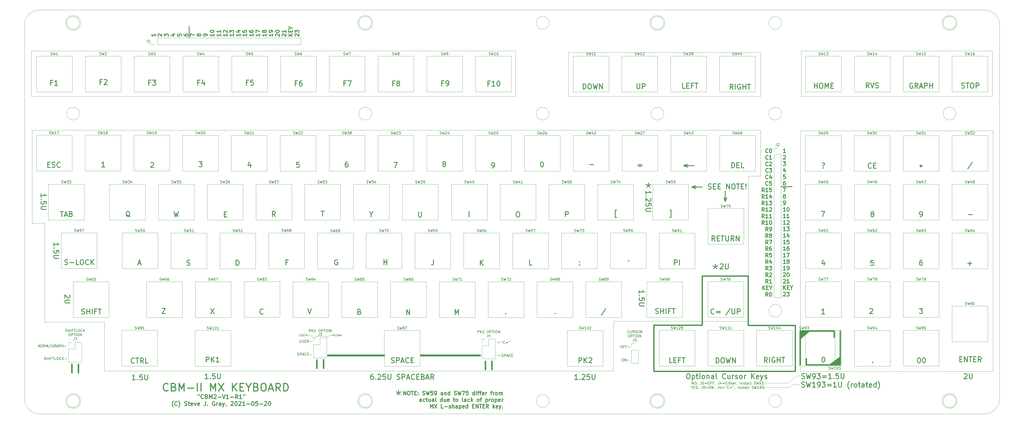
<source format=gto>
G04 #@! TF.GenerationSoftware,KiCad,Pcbnew,(5.1.9)-1*
G04 #@! TF.CreationDate,2021-05-20T15:13:42-04:00*
G04 #@! TF.ProjectId,cbm2mx,63626d32-6d78-42e6-9b69-6361645f7063,rev?*
G04 #@! TF.SameCoordinates,Original*
G04 #@! TF.FileFunction,Legend,Top*
G04 #@! TF.FilePolarity,Positive*
%FSLAX46Y46*%
G04 Gerber Fmt 4.6, Leading zero omitted, Abs format (unit mm)*
G04 Created by KiCad (PCBNEW (5.1.9)-1) date 2021-05-20 15:13:42*
%MOMM*%
%LPD*%
G01*
G04 APERTURE LIST*
%ADD10C,0.300000*%
G04 #@! TA.AperFunction,Profile*
%ADD11C,0.050000*%
G04 #@! TD*
%ADD12C,0.750000*%
%ADD13C,0.120000*%
%ADD14C,0.150000*%
%ADD15C,0.500000*%
%ADD16C,0.100000*%
%ADD17C,0.600000*%
%ADD18C,0.450000*%
G04 APERTURE END LIST*
D10*
X394462000Y-198843900D02*
X394462000Y-196342000D01*
X381431800Y-193141600D02*
X383933700Y-193141600D01*
X393881028Y-197275390D02*
X394452457Y-198799200D01*
X395023885Y-197275390D01*
X394452457Y-196323009D02*
X394452457Y-194799200D01*
X382947400Y-192586028D02*
X381423590Y-193157457D01*
X382947400Y-193728885D01*
X383899780Y-193157457D02*
X385423590Y-193157457D01*
X387804542Y-193824123D02*
X388090257Y-193919361D01*
X388566447Y-193919361D01*
X388756923Y-193824123D01*
X388852161Y-193728885D01*
X388947400Y-193538409D01*
X388947400Y-193347933D01*
X388852161Y-193157457D01*
X388756923Y-193062219D01*
X388566447Y-192966980D01*
X388185495Y-192871742D01*
X387995019Y-192776504D01*
X387899780Y-192681266D01*
X387804542Y-192490790D01*
X387804542Y-192300314D01*
X387899780Y-192109838D01*
X387995019Y-192014600D01*
X388185495Y-191919361D01*
X388661685Y-191919361D01*
X388947400Y-192014600D01*
X389804542Y-192871742D02*
X390471209Y-192871742D01*
X390756923Y-193919361D02*
X389804542Y-193919361D01*
X389804542Y-191919361D01*
X390756923Y-191919361D01*
X391614066Y-192871742D02*
X392280733Y-192871742D01*
X392566447Y-193919361D02*
X391614066Y-193919361D01*
X391614066Y-191919361D01*
X392566447Y-191919361D01*
X394947400Y-193919361D02*
X394947400Y-191919361D01*
X396090257Y-193919361D01*
X396090257Y-191919361D01*
X397423590Y-191919361D02*
X397804542Y-191919361D01*
X397995019Y-192014600D01*
X398185495Y-192205076D01*
X398280733Y-192586028D01*
X398280733Y-193252695D01*
X398185495Y-193633647D01*
X397995019Y-193824123D01*
X397804542Y-193919361D01*
X397423590Y-193919361D01*
X397233114Y-193824123D01*
X397042638Y-193633647D01*
X396947400Y-193252695D01*
X396947400Y-192586028D01*
X397042638Y-192205076D01*
X397233114Y-192014600D01*
X397423590Y-191919361D01*
X398852161Y-191919361D02*
X399995019Y-191919361D01*
X399423590Y-193919361D02*
X399423590Y-191919361D01*
X400661685Y-192871742D02*
X401328352Y-192871742D01*
X401614066Y-193919361D02*
X400661685Y-193919361D01*
X400661685Y-191919361D01*
X401614066Y-191919361D01*
X402471209Y-193728885D02*
X402566447Y-193824123D01*
X402471209Y-193919361D01*
X402375971Y-193824123D01*
X402471209Y-193728885D01*
X402471209Y-193919361D01*
X402471209Y-193157457D02*
X402375971Y-192014600D01*
X402471209Y-191919361D01*
X402566447Y-192014600D01*
X402471209Y-193157457D01*
X402471209Y-191919361D01*
X266903200Y-272662923D02*
X266903200Y-273615304D01*
X265950819Y-273234352D02*
X266903200Y-273615304D01*
X267855580Y-273234352D01*
X266331771Y-274377209D02*
X266903200Y-273615304D01*
X267474628Y-274377209D01*
X390537700Y-223386923D02*
X390537700Y-224339304D01*
X389585319Y-223958352D02*
X390537700Y-224339304D01*
X391490080Y-223958352D01*
X389966271Y-225101209D02*
X390537700Y-224339304D01*
X391109128Y-225101209D01*
X364426500Y-191573423D02*
X364426500Y-192525804D01*
X363474119Y-192144852D02*
X364426500Y-192525804D01*
X365378880Y-192144852D01*
X363855071Y-193287709D02*
X364426500Y-192525804D01*
X364997928Y-193287709D01*
X268914928Y-274467871D02*
X268914928Y-272967871D01*
X269772071Y-274467871D01*
X269772071Y-272967871D01*
X270772071Y-272967871D02*
X271057785Y-272967871D01*
X271200642Y-273039300D01*
X271343500Y-273182157D01*
X271414928Y-273467871D01*
X271414928Y-273967871D01*
X271343500Y-274253585D01*
X271200642Y-274396442D01*
X271057785Y-274467871D01*
X270772071Y-274467871D01*
X270629214Y-274396442D01*
X270486357Y-274253585D01*
X270414928Y-273967871D01*
X270414928Y-273467871D01*
X270486357Y-273182157D01*
X270629214Y-273039300D01*
X270772071Y-272967871D01*
X271843500Y-272967871D02*
X272700642Y-272967871D01*
X272272071Y-274467871D02*
X272272071Y-272967871D01*
X273200642Y-273682157D02*
X273700642Y-273682157D01*
X273914928Y-274467871D02*
X273200642Y-274467871D01*
X273200642Y-272967871D01*
X273914928Y-272967871D01*
X274557785Y-274325014D02*
X274629214Y-274396442D01*
X274557785Y-274467871D01*
X274486357Y-274396442D01*
X274557785Y-274325014D01*
X274557785Y-274467871D01*
X274557785Y-273539300D02*
X274629214Y-273610728D01*
X274557785Y-273682157D01*
X274486357Y-273610728D01*
X274557785Y-273539300D01*
X274557785Y-273682157D01*
X276343500Y-274396442D02*
X276557785Y-274467871D01*
X276914928Y-274467871D01*
X277057785Y-274396442D01*
X277129214Y-274325014D01*
X277200642Y-274182157D01*
X277200642Y-274039300D01*
X277129214Y-273896442D01*
X277057785Y-273825014D01*
X276914928Y-273753585D01*
X276629214Y-273682157D01*
X276486357Y-273610728D01*
X276414928Y-273539300D01*
X276343500Y-273396442D01*
X276343500Y-273253585D01*
X276414928Y-273110728D01*
X276486357Y-273039300D01*
X276629214Y-272967871D01*
X276986357Y-272967871D01*
X277200642Y-273039300D01*
X277700642Y-272967871D02*
X278057785Y-274467871D01*
X278343500Y-273396442D01*
X278629214Y-274467871D01*
X278986357Y-272967871D01*
X280272071Y-272967871D02*
X279557785Y-272967871D01*
X279486357Y-273682157D01*
X279557785Y-273610728D01*
X279700642Y-273539300D01*
X280057785Y-273539300D01*
X280200642Y-273610728D01*
X280272071Y-273682157D01*
X280343500Y-273825014D01*
X280343500Y-274182157D01*
X280272071Y-274325014D01*
X280200642Y-274396442D01*
X280057785Y-274467871D01*
X279700642Y-274467871D01*
X279557785Y-274396442D01*
X279486357Y-274325014D01*
X281057785Y-274467871D02*
X281343500Y-274467871D01*
X281486357Y-274396442D01*
X281557785Y-274325014D01*
X281700642Y-274110728D01*
X281772071Y-273825014D01*
X281772071Y-273253585D01*
X281700642Y-273110728D01*
X281629214Y-273039300D01*
X281486357Y-272967871D01*
X281200642Y-272967871D01*
X281057785Y-273039300D01*
X280986357Y-273110728D01*
X280914928Y-273253585D01*
X280914928Y-273610728D01*
X280986357Y-273753585D01*
X281057785Y-273825014D01*
X281200642Y-273896442D01*
X281486357Y-273896442D01*
X281629214Y-273825014D01*
X281700642Y-273753585D01*
X281772071Y-273610728D01*
X284200642Y-274467871D02*
X284200642Y-273682157D01*
X284129214Y-273539300D01*
X283986357Y-273467871D01*
X283700642Y-273467871D01*
X283557785Y-273539300D01*
X284200642Y-274396442D02*
X284057785Y-274467871D01*
X283700642Y-274467871D01*
X283557785Y-274396442D01*
X283486357Y-274253585D01*
X283486357Y-274110728D01*
X283557785Y-273967871D01*
X283700642Y-273896442D01*
X284057785Y-273896442D01*
X284200642Y-273825014D01*
X284914928Y-273467871D02*
X284914928Y-274467871D01*
X284914928Y-273610728D02*
X284986357Y-273539300D01*
X285129214Y-273467871D01*
X285343500Y-273467871D01*
X285486357Y-273539300D01*
X285557785Y-273682157D01*
X285557785Y-274467871D01*
X286914928Y-274467871D02*
X286914928Y-272967871D01*
X286914928Y-274396442D02*
X286772071Y-274467871D01*
X286486357Y-274467871D01*
X286343500Y-274396442D01*
X286272071Y-274325014D01*
X286200642Y-274182157D01*
X286200642Y-273753585D01*
X286272071Y-273610728D01*
X286343500Y-273539300D01*
X286486357Y-273467871D01*
X286772071Y-273467871D01*
X286914928Y-273539300D01*
X288700642Y-274396442D02*
X288914928Y-274467871D01*
X289272071Y-274467871D01*
X289414928Y-274396442D01*
X289486357Y-274325014D01*
X289557785Y-274182157D01*
X289557785Y-274039300D01*
X289486357Y-273896442D01*
X289414928Y-273825014D01*
X289272071Y-273753585D01*
X288986357Y-273682157D01*
X288843500Y-273610728D01*
X288772071Y-273539300D01*
X288700642Y-273396442D01*
X288700642Y-273253585D01*
X288772071Y-273110728D01*
X288843500Y-273039300D01*
X288986357Y-272967871D01*
X289343500Y-272967871D01*
X289557785Y-273039300D01*
X290057785Y-272967871D02*
X290414928Y-274467871D01*
X290700642Y-273396442D01*
X290986357Y-274467871D01*
X291343500Y-272967871D01*
X291772071Y-272967871D02*
X292772071Y-272967871D01*
X292129214Y-274467871D01*
X294057785Y-272967871D02*
X293343500Y-272967871D01*
X293272071Y-273682157D01*
X293343500Y-273610728D01*
X293486357Y-273539300D01*
X293843500Y-273539300D01*
X293986357Y-273610728D01*
X294057785Y-273682157D01*
X294129214Y-273825014D01*
X294129214Y-274182157D01*
X294057785Y-274325014D01*
X293986357Y-274396442D01*
X293843500Y-274467871D01*
X293486357Y-274467871D01*
X293343500Y-274396442D01*
X293272071Y-274325014D01*
X296557785Y-274467871D02*
X296557785Y-272967871D01*
X296557785Y-274396442D02*
X296414928Y-274467871D01*
X296129214Y-274467871D01*
X295986357Y-274396442D01*
X295914928Y-274325014D01*
X295843500Y-274182157D01*
X295843500Y-273753585D01*
X295914928Y-273610728D01*
X295986357Y-273539300D01*
X296129214Y-273467871D01*
X296414928Y-273467871D01*
X296557785Y-273539300D01*
X297272071Y-274467871D02*
X297272071Y-273467871D01*
X297272071Y-272967871D02*
X297200642Y-273039300D01*
X297272071Y-273110728D01*
X297343500Y-273039300D01*
X297272071Y-272967871D01*
X297272071Y-273110728D01*
X297772071Y-273467871D02*
X298343500Y-273467871D01*
X297986357Y-274467871D02*
X297986357Y-273182157D01*
X298057785Y-273039300D01*
X298200642Y-272967871D01*
X298343500Y-272967871D01*
X298629214Y-273467871D02*
X299200642Y-273467871D01*
X298843500Y-274467871D02*
X298843500Y-273182157D01*
X298914928Y-273039300D01*
X299057785Y-272967871D01*
X299200642Y-272967871D01*
X300272071Y-274396442D02*
X300129214Y-274467871D01*
X299843500Y-274467871D01*
X299700642Y-274396442D01*
X299629214Y-274253585D01*
X299629214Y-273682157D01*
X299700642Y-273539300D01*
X299843500Y-273467871D01*
X300129214Y-273467871D01*
X300272071Y-273539300D01*
X300343500Y-273682157D01*
X300343500Y-273825014D01*
X299629214Y-273967871D01*
X300986357Y-274467871D02*
X300986357Y-273467871D01*
X300986357Y-273753585D02*
X301057785Y-273610728D01*
X301129214Y-273539300D01*
X301272071Y-273467871D01*
X301414928Y-273467871D01*
X302843500Y-273467871D02*
X303414928Y-273467871D01*
X303057785Y-274467871D02*
X303057785Y-273182157D01*
X303129214Y-273039300D01*
X303272071Y-272967871D01*
X303414928Y-272967871D01*
X303914928Y-274467871D02*
X303914928Y-273467871D01*
X303914928Y-273753585D02*
X303986357Y-273610728D01*
X304057785Y-273539300D01*
X304200642Y-273467871D01*
X304343500Y-273467871D01*
X305057785Y-274467871D02*
X304914928Y-274396442D01*
X304843500Y-274325014D01*
X304772071Y-274182157D01*
X304772071Y-273753585D01*
X304843500Y-273610728D01*
X304914928Y-273539300D01*
X305057785Y-273467871D01*
X305272071Y-273467871D01*
X305414928Y-273539300D01*
X305486357Y-273610728D01*
X305557785Y-273753585D01*
X305557785Y-274182157D01*
X305486357Y-274325014D01*
X305414928Y-274396442D01*
X305272071Y-274467871D01*
X305057785Y-274467871D01*
X306200642Y-274467871D02*
X306200642Y-273467871D01*
X306200642Y-273610728D02*
X306272071Y-273539300D01*
X306414928Y-273467871D01*
X306629214Y-273467871D01*
X306772071Y-273539300D01*
X306843500Y-273682157D01*
X306843500Y-274467871D01*
X306843500Y-273682157D02*
X306914928Y-273539300D01*
X307057785Y-273467871D01*
X307272071Y-273467871D01*
X307414928Y-273539300D01*
X307486357Y-273682157D01*
X307486357Y-274467871D01*
X275843500Y-277017871D02*
X275843500Y-276232157D01*
X275772071Y-276089300D01*
X275629214Y-276017871D01*
X275343500Y-276017871D01*
X275200642Y-276089300D01*
X275843500Y-276946442D02*
X275700642Y-277017871D01*
X275343500Y-277017871D01*
X275200642Y-276946442D01*
X275129214Y-276803585D01*
X275129214Y-276660728D01*
X275200642Y-276517871D01*
X275343500Y-276446442D01*
X275700642Y-276446442D01*
X275843500Y-276375014D01*
X277200642Y-276946442D02*
X277057785Y-277017871D01*
X276772071Y-277017871D01*
X276629214Y-276946442D01*
X276557785Y-276875014D01*
X276486357Y-276732157D01*
X276486357Y-276303585D01*
X276557785Y-276160728D01*
X276629214Y-276089300D01*
X276772071Y-276017871D01*
X277057785Y-276017871D01*
X277200642Y-276089300D01*
X277629214Y-276017871D02*
X278200642Y-276017871D01*
X277843500Y-275517871D02*
X277843500Y-276803585D01*
X277914928Y-276946442D01*
X278057785Y-277017871D01*
X278200642Y-277017871D01*
X279343500Y-276017871D02*
X279343500Y-277017871D01*
X278700642Y-276017871D02*
X278700642Y-276803585D01*
X278772071Y-276946442D01*
X278914928Y-277017871D01*
X279129214Y-277017871D01*
X279272071Y-276946442D01*
X279343500Y-276875014D01*
X280700642Y-277017871D02*
X280700642Y-276232157D01*
X280629214Y-276089300D01*
X280486357Y-276017871D01*
X280200642Y-276017871D01*
X280057785Y-276089300D01*
X280700642Y-276946442D02*
X280557785Y-277017871D01*
X280200642Y-277017871D01*
X280057785Y-276946442D01*
X279986357Y-276803585D01*
X279986357Y-276660728D01*
X280057785Y-276517871D01*
X280200642Y-276446442D01*
X280557785Y-276446442D01*
X280700642Y-276375014D01*
X281629214Y-277017871D02*
X281486357Y-276946442D01*
X281414928Y-276803585D01*
X281414928Y-275517871D01*
X283986357Y-277017871D02*
X283986357Y-275517871D01*
X283986357Y-276946442D02*
X283843500Y-277017871D01*
X283557785Y-277017871D01*
X283414928Y-276946442D01*
X283343500Y-276875014D01*
X283272071Y-276732157D01*
X283272071Y-276303585D01*
X283343500Y-276160728D01*
X283414928Y-276089300D01*
X283557785Y-276017871D01*
X283843500Y-276017871D01*
X283986357Y-276089300D01*
X285343500Y-276017871D02*
X285343500Y-277017871D01*
X284700642Y-276017871D02*
X284700642Y-276803585D01*
X284772071Y-276946442D01*
X284914928Y-277017871D01*
X285129214Y-277017871D01*
X285272071Y-276946442D01*
X285343500Y-276875014D01*
X286629214Y-276946442D02*
X286486357Y-277017871D01*
X286200642Y-277017871D01*
X286057785Y-276946442D01*
X285986357Y-276803585D01*
X285986357Y-276232157D01*
X286057785Y-276089300D01*
X286200642Y-276017871D01*
X286486357Y-276017871D01*
X286629214Y-276089300D01*
X286700642Y-276232157D01*
X286700642Y-276375014D01*
X285986357Y-276517871D01*
X288272071Y-276017871D02*
X288843500Y-276017871D01*
X288486357Y-275517871D02*
X288486357Y-276803585D01*
X288557785Y-276946442D01*
X288700642Y-277017871D01*
X288843500Y-277017871D01*
X289557785Y-277017871D02*
X289414928Y-276946442D01*
X289343500Y-276875014D01*
X289272071Y-276732157D01*
X289272071Y-276303585D01*
X289343500Y-276160728D01*
X289414928Y-276089300D01*
X289557785Y-276017871D01*
X289772071Y-276017871D01*
X289914928Y-276089300D01*
X289986357Y-276160728D01*
X290057785Y-276303585D01*
X290057785Y-276732157D01*
X289986357Y-276875014D01*
X289914928Y-276946442D01*
X289772071Y-277017871D01*
X289557785Y-277017871D01*
X292057785Y-277017871D02*
X291914928Y-276946442D01*
X291843500Y-276803585D01*
X291843500Y-275517871D01*
X293272071Y-277017871D02*
X293272071Y-276232157D01*
X293200642Y-276089300D01*
X293057785Y-276017871D01*
X292772071Y-276017871D01*
X292629214Y-276089300D01*
X293272071Y-276946442D02*
X293129214Y-277017871D01*
X292772071Y-277017871D01*
X292629214Y-276946442D01*
X292557785Y-276803585D01*
X292557785Y-276660728D01*
X292629214Y-276517871D01*
X292772071Y-276446442D01*
X293129214Y-276446442D01*
X293272071Y-276375014D01*
X294629214Y-276946442D02*
X294486357Y-277017871D01*
X294200642Y-277017871D01*
X294057785Y-276946442D01*
X293986357Y-276875014D01*
X293914928Y-276732157D01*
X293914928Y-276303585D01*
X293986357Y-276160728D01*
X294057785Y-276089300D01*
X294200642Y-276017871D01*
X294486357Y-276017871D01*
X294629214Y-276089300D01*
X295272071Y-277017871D02*
X295272071Y-275517871D01*
X295414928Y-276446442D02*
X295843500Y-277017871D01*
X295843500Y-276017871D02*
X295272071Y-276589300D01*
X297843500Y-277017871D02*
X297700642Y-276946442D01*
X297629214Y-276875014D01*
X297557785Y-276732157D01*
X297557785Y-276303585D01*
X297629214Y-276160728D01*
X297700642Y-276089300D01*
X297843500Y-276017871D01*
X298057785Y-276017871D01*
X298200642Y-276089300D01*
X298272071Y-276160728D01*
X298343500Y-276303585D01*
X298343500Y-276732157D01*
X298272071Y-276875014D01*
X298200642Y-276946442D01*
X298057785Y-277017871D01*
X297843500Y-277017871D01*
X298772071Y-276017871D02*
X299343500Y-276017871D01*
X298986357Y-277017871D02*
X298986357Y-275732157D01*
X299057785Y-275589300D01*
X299200642Y-275517871D01*
X299343500Y-275517871D01*
X300986357Y-276017871D02*
X300986357Y-277517871D01*
X300986357Y-276089300D02*
X301129214Y-276017871D01*
X301414928Y-276017871D01*
X301557785Y-276089300D01*
X301629214Y-276160728D01*
X301700642Y-276303585D01*
X301700642Y-276732157D01*
X301629214Y-276875014D01*
X301557785Y-276946442D01*
X301414928Y-277017871D01*
X301129214Y-277017871D01*
X300986357Y-276946442D01*
X302343500Y-277017871D02*
X302343500Y-276017871D01*
X302343500Y-276303585D02*
X302414928Y-276160728D01*
X302486357Y-276089300D01*
X302629214Y-276017871D01*
X302772071Y-276017871D01*
X303486357Y-277017871D02*
X303343500Y-276946442D01*
X303272071Y-276875014D01*
X303200642Y-276732157D01*
X303200642Y-276303585D01*
X303272071Y-276160728D01*
X303343500Y-276089300D01*
X303486357Y-276017871D01*
X303700642Y-276017871D01*
X303843500Y-276089300D01*
X303914928Y-276160728D01*
X303986357Y-276303585D01*
X303986357Y-276732157D01*
X303914928Y-276875014D01*
X303843500Y-276946442D01*
X303700642Y-277017871D01*
X303486357Y-277017871D01*
X304629214Y-276017871D02*
X304629214Y-277517871D01*
X304629214Y-276089300D02*
X304772071Y-276017871D01*
X305057785Y-276017871D01*
X305200642Y-276089300D01*
X305272071Y-276160728D01*
X305343500Y-276303585D01*
X305343500Y-276732157D01*
X305272071Y-276875014D01*
X305200642Y-276946442D01*
X305057785Y-277017871D01*
X304772071Y-277017871D01*
X304629214Y-276946442D01*
X306557785Y-276946442D02*
X306414928Y-277017871D01*
X306129214Y-277017871D01*
X305986357Y-276946442D01*
X305914928Y-276803585D01*
X305914928Y-276232157D01*
X305986357Y-276089300D01*
X306129214Y-276017871D01*
X306414928Y-276017871D01*
X306557785Y-276089300D01*
X306629214Y-276232157D01*
X306629214Y-276375014D01*
X305914928Y-276517871D01*
X307272071Y-277017871D02*
X307272071Y-276017871D01*
X307272071Y-276303585D02*
X307343500Y-276160728D01*
X307414928Y-276089300D01*
X307557785Y-276017871D01*
X307700642Y-276017871D01*
X279343500Y-279567871D02*
X279343500Y-278067871D01*
X279843500Y-279139300D01*
X280343500Y-278067871D01*
X280343500Y-279567871D01*
X280914928Y-278067871D02*
X281914928Y-279567871D01*
X281914928Y-278067871D02*
X280914928Y-279567871D01*
X284343500Y-279567871D02*
X283629214Y-279567871D01*
X283629214Y-278067871D01*
X284843500Y-278996442D02*
X285986357Y-278996442D01*
X286629214Y-279496442D02*
X286772071Y-279567871D01*
X287057785Y-279567871D01*
X287200642Y-279496442D01*
X287272071Y-279353585D01*
X287272071Y-279282157D01*
X287200642Y-279139300D01*
X287057785Y-279067871D01*
X286843500Y-279067871D01*
X286700642Y-278996442D01*
X286629214Y-278853585D01*
X286629214Y-278782157D01*
X286700642Y-278639300D01*
X286843500Y-278567871D01*
X287057785Y-278567871D01*
X287200642Y-278639300D01*
X287914928Y-279567871D02*
X287914928Y-278067871D01*
X288557785Y-279567871D02*
X288557785Y-278782157D01*
X288486357Y-278639300D01*
X288343500Y-278567871D01*
X288129214Y-278567871D01*
X287986357Y-278639300D01*
X287914928Y-278710728D01*
X289914928Y-279567871D02*
X289914928Y-278782157D01*
X289843500Y-278639300D01*
X289700642Y-278567871D01*
X289414928Y-278567871D01*
X289272071Y-278639300D01*
X289914928Y-279496442D02*
X289772071Y-279567871D01*
X289414928Y-279567871D01*
X289272071Y-279496442D01*
X289200642Y-279353585D01*
X289200642Y-279210728D01*
X289272071Y-279067871D01*
X289414928Y-278996442D01*
X289772071Y-278996442D01*
X289914928Y-278925014D01*
X290629214Y-278567871D02*
X290629214Y-280067871D01*
X290629214Y-278639300D02*
X290772071Y-278567871D01*
X291057785Y-278567871D01*
X291200642Y-278639300D01*
X291272071Y-278710728D01*
X291343500Y-278853585D01*
X291343500Y-279282157D01*
X291272071Y-279425014D01*
X291200642Y-279496442D01*
X291057785Y-279567871D01*
X290772071Y-279567871D01*
X290629214Y-279496442D01*
X292557785Y-279496442D02*
X292414928Y-279567871D01*
X292129214Y-279567871D01*
X291986357Y-279496442D01*
X291914928Y-279353585D01*
X291914928Y-278782157D01*
X291986357Y-278639300D01*
X292129214Y-278567871D01*
X292414928Y-278567871D01*
X292557785Y-278639300D01*
X292629214Y-278782157D01*
X292629214Y-278925014D01*
X291914928Y-279067871D01*
X293914928Y-279567871D02*
X293914928Y-278067871D01*
X293914928Y-279496442D02*
X293772071Y-279567871D01*
X293486357Y-279567871D01*
X293343500Y-279496442D01*
X293272071Y-279425014D01*
X293200642Y-279282157D01*
X293200642Y-278853585D01*
X293272071Y-278710728D01*
X293343500Y-278639300D01*
X293486357Y-278567871D01*
X293772071Y-278567871D01*
X293914928Y-278639300D01*
X295772071Y-278782157D02*
X296272071Y-278782157D01*
X296486357Y-279567871D02*
X295772071Y-279567871D01*
X295772071Y-278067871D01*
X296486357Y-278067871D01*
X297129214Y-279567871D02*
X297129214Y-278067871D01*
X297986357Y-279567871D01*
X297986357Y-278067871D01*
X298486357Y-278067871D02*
X299343500Y-278067871D01*
X298914928Y-279567871D02*
X298914928Y-278067871D01*
X299843500Y-278782157D02*
X300343500Y-278782157D01*
X300557785Y-279567871D02*
X299843500Y-279567871D01*
X299843500Y-278067871D01*
X300557785Y-278067871D01*
X302057785Y-279567871D02*
X301557785Y-278853585D01*
X301200642Y-279567871D02*
X301200642Y-278067871D01*
X301772071Y-278067871D01*
X301914928Y-278139300D01*
X301986357Y-278210728D01*
X302057785Y-278353585D01*
X302057785Y-278567871D01*
X301986357Y-278710728D01*
X301914928Y-278782157D01*
X301772071Y-278853585D01*
X301200642Y-278853585D01*
X303843500Y-279567871D02*
X303843500Y-278067871D01*
X303986357Y-278996442D02*
X304414928Y-279567871D01*
X304414928Y-278567871D02*
X303843500Y-279139300D01*
X305629214Y-279496442D02*
X305486357Y-279567871D01*
X305200642Y-279567871D01*
X305057785Y-279496442D01*
X304986357Y-279353585D01*
X304986357Y-278782157D01*
X305057785Y-278639300D01*
X305200642Y-278567871D01*
X305486357Y-278567871D01*
X305629214Y-278639300D01*
X305700642Y-278782157D01*
X305700642Y-278925014D01*
X304986357Y-279067871D01*
X306200642Y-278567871D02*
X306557785Y-279567871D01*
X306914928Y-278567871D02*
X306557785Y-279567871D01*
X306414928Y-279925014D01*
X306343500Y-279996442D01*
X306200642Y-280067871D01*
X307486357Y-279425014D02*
X307557785Y-279496442D01*
X307486357Y-279567871D01*
X307414928Y-279496442D01*
X307486357Y-279425014D01*
X307486357Y-279567871D01*
D11*
X370444400Y-164439600D02*
G75*
G03*
X370444400Y-164439600I-2500000J0D01*
G01*
D12*
X261264400Y-258927600D02*
X239369600Y-258927600D01*
X298665900Y-258927600D02*
X275628100Y-258927600D01*
D13*
X420598600Y-270357600D02*
X423672000Y-270357600D01*
X419481000Y-271475200D02*
X420598600Y-270357600D01*
X409752800Y-271475200D02*
X419481000Y-271475200D01*
X422021000Y-266992100D02*
X423595800Y-266992100D01*
X419227000Y-269786100D02*
X422021000Y-266992100D01*
X409727400Y-269786100D02*
X419227000Y-269786100D01*
D10*
X185178700Y-130403600D02*
X185178700Y-134658100D01*
D13*
X484849515Y-276783800D02*
G75*
G03*
X484849515Y-276783800I-2897215J0D01*
G01*
X370841615Y-276783800D02*
G75*
G03*
X370841615Y-276783800I-2897215J0D01*
G01*
X256833715Y-276783800D02*
G75*
G03*
X256833715Y-276783800I-2897215J0D01*
G01*
X142825815Y-276783800D02*
G75*
G03*
X142825815Y-276783800I-2897215J0D01*
G01*
X142825815Y-128955800D02*
G75*
G03*
X142825815Y-128955800I-2897215J0D01*
G01*
X256833715Y-128955800D02*
G75*
G03*
X256833715Y-128955800I-2897215J0D01*
G01*
X370841615Y-128955800D02*
G75*
G03*
X370841615Y-128955800I-2897215J0D01*
G01*
X484849515Y-128955800D02*
G75*
G03*
X484849515Y-128955800I-2897215J0D01*
G01*
D11*
X325702300Y-276783800D02*
G75*
G03*
X325702300Y-276783800I-2500000J0D01*
G01*
X484452300Y-164439600D02*
G75*
G03*
X484452300Y-164439600I-2500000J0D01*
G01*
X256436500Y-164439600D02*
G75*
G03*
X256436500Y-164439600I-2500000J0D01*
G01*
X142428600Y-164439600D02*
G75*
G03*
X142428600Y-164439600I-2500000J0D01*
G01*
X325689600Y-164439600D02*
G75*
G03*
X325689600Y-164439600I-2500000J0D01*
G01*
D13*
X123774200Y-157695900D02*
X123571000Y-157695900D01*
D10*
X411107414Y-179584614D02*
X411035985Y-179656042D01*
X410821700Y-179727471D01*
X410678842Y-179727471D01*
X410464557Y-179656042D01*
X410321700Y-179513185D01*
X410250271Y-179370328D01*
X410178842Y-179084614D01*
X410178842Y-178870328D01*
X410250271Y-178584614D01*
X410321700Y-178441757D01*
X410464557Y-178298900D01*
X410678842Y-178227471D01*
X410821700Y-178227471D01*
X411035985Y-178298900D01*
X411107414Y-178370328D01*
X412035985Y-178227471D02*
X412178842Y-178227471D01*
X412321700Y-178298900D01*
X412393128Y-178370328D01*
X412464557Y-178513185D01*
X412535985Y-178798900D01*
X412535985Y-179156042D01*
X412464557Y-179441757D01*
X412393128Y-179584614D01*
X412321700Y-179656042D01*
X412178842Y-179727471D01*
X412035985Y-179727471D01*
X411893128Y-179656042D01*
X411821700Y-179584614D01*
X411750271Y-179441757D01*
X411678842Y-179156042D01*
X411678842Y-178798900D01*
X411750271Y-178513185D01*
X411821700Y-178370328D01*
X411893128Y-178298900D01*
X412035985Y-178227471D01*
X411107414Y-182134614D02*
X411035985Y-182206042D01*
X410821700Y-182277471D01*
X410678842Y-182277471D01*
X410464557Y-182206042D01*
X410321700Y-182063185D01*
X410250271Y-181920328D01*
X410178842Y-181634614D01*
X410178842Y-181420328D01*
X410250271Y-181134614D01*
X410321700Y-180991757D01*
X410464557Y-180848900D01*
X410678842Y-180777471D01*
X410821700Y-180777471D01*
X411035985Y-180848900D01*
X411107414Y-180920328D01*
X412535985Y-182277471D02*
X411678842Y-182277471D01*
X412107414Y-182277471D02*
X412107414Y-180777471D01*
X411964557Y-180991757D01*
X411821700Y-181134614D01*
X411678842Y-181206042D01*
X411107414Y-184684614D02*
X411035985Y-184756042D01*
X410821700Y-184827471D01*
X410678842Y-184827471D01*
X410464557Y-184756042D01*
X410321700Y-184613185D01*
X410250271Y-184470328D01*
X410178842Y-184184614D01*
X410178842Y-183970328D01*
X410250271Y-183684614D01*
X410321700Y-183541757D01*
X410464557Y-183398900D01*
X410678842Y-183327471D01*
X410821700Y-183327471D01*
X411035985Y-183398900D01*
X411107414Y-183470328D01*
X411678842Y-183470328D02*
X411750271Y-183398900D01*
X411893128Y-183327471D01*
X412250271Y-183327471D01*
X412393128Y-183398900D01*
X412464557Y-183470328D01*
X412535985Y-183613185D01*
X412535985Y-183756042D01*
X412464557Y-183970328D01*
X411607414Y-184827471D01*
X412535985Y-184827471D01*
X411107414Y-187234614D02*
X411035985Y-187306042D01*
X410821700Y-187377471D01*
X410678842Y-187377471D01*
X410464557Y-187306042D01*
X410321700Y-187163185D01*
X410250271Y-187020328D01*
X410178842Y-186734614D01*
X410178842Y-186520328D01*
X410250271Y-186234614D01*
X410321700Y-186091757D01*
X410464557Y-185948900D01*
X410678842Y-185877471D01*
X410821700Y-185877471D01*
X411035985Y-185948900D01*
X411107414Y-186020328D01*
X411607414Y-185877471D02*
X412535985Y-185877471D01*
X412035985Y-186448900D01*
X412250271Y-186448900D01*
X412393128Y-186520328D01*
X412464557Y-186591757D01*
X412535985Y-186734614D01*
X412535985Y-187091757D01*
X412464557Y-187234614D01*
X412393128Y-187306042D01*
X412250271Y-187377471D01*
X411821700Y-187377471D01*
X411678842Y-187306042D01*
X411607414Y-187234614D01*
X411107414Y-189784614D02*
X411035985Y-189856042D01*
X410821700Y-189927471D01*
X410678842Y-189927471D01*
X410464557Y-189856042D01*
X410321700Y-189713185D01*
X410250271Y-189570328D01*
X410178842Y-189284614D01*
X410178842Y-189070328D01*
X410250271Y-188784614D01*
X410321700Y-188641757D01*
X410464557Y-188498900D01*
X410678842Y-188427471D01*
X410821700Y-188427471D01*
X411035985Y-188498900D01*
X411107414Y-188570328D01*
X412393128Y-188927471D02*
X412393128Y-189927471D01*
X412035985Y-188356042D02*
X411678842Y-189427471D01*
X412607414Y-189427471D01*
X411107414Y-192334614D02*
X411035985Y-192406042D01*
X410821700Y-192477471D01*
X410678842Y-192477471D01*
X410464557Y-192406042D01*
X410321700Y-192263185D01*
X410250271Y-192120328D01*
X410178842Y-191834614D01*
X410178842Y-191620328D01*
X410250271Y-191334614D01*
X410321700Y-191191757D01*
X410464557Y-191048900D01*
X410678842Y-190977471D01*
X410821700Y-190977471D01*
X411035985Y-191048900D01*
X411107414Y-191120328D01*
X412464557Y-190977471D02*
X411750271Y-190977471D01*
X411678842Y-191691757D01*
X411750271Y-191620328D01*
X411893128Y-191548900D01*
X412250271Y-191548900D01*
X412393128Y-191620328D01*
X412464557Y-191691757D01*
X412535985Y-191834614D01*
X412535985Y-192191757D01*
X412464557Y-192334614D01*
X412393128Y-192406042D01*
X412250271Y-192477471D01*
X411893128Y-192477471D01*
X411750271Y-192406042D01*
X411678842Y-192334614D01*
X409678842Y-195027471D02*
X409178842Y-194313185D01*
X408821700Y-195027471D02*
X408821700Y-193527471D01*
X409393128Y-193527471D01*
X409535985Y-193598900D01*
X409607414Y-193670328D01*
X409678842Y-193813185D01*
X409678842Y-194027471D01*
X409607414Y-194170328D01*
X409535985Y-194241757D01*
X409393128Y-194313185D01*
X408821700Y-194313185D01*
X411107414Y-195027471D02*
X410250271Y-195027471D01*
X410678842Y-195027471D02*
X410678842Y-193527471D01*
X410535985Y-193741757D01*
X410393128Y-193884614D01*
X410250271Y-193956042D01*
X412464557Y-193527471D02*
X411750271Y-193527471D01*
X411678842Y-194241757D01*
X411750271Y-194170328D01*
X411893128Y-194098900D01*
X412250271Y-194098900D01*
X412393128Y-194170328D01*
X412464557Y-194241757D01*
X412535985Y-194384614D01*
X412535985Y-194741757D01*
X412464557Y-194884614D01*
X412393128Y-194956042D01*
X412250271Y-195027471D01*
X411893128Y-195027471D01*
X411750271Y-194956042D01*
X411678842Y-194884614D01*
X409678842Y-197577471D02*
X409178842Y-196863185D01*
X408821700Y-197577471D02*
X408821700Y-196077471D01*
X409393128Y-196077471D01*
X409535985Y-196148900D01*
X409607414Y-196220328D01*
X409678842Y-196363185D01*
X409678842Y-196577471D01*
X409607414Y-196720328D01*
X409535985Y-196791757D01*
X409393128Y-196863185D01*
X408821700Y-196863185D01*
X411107414Y-197577471D02*
X410250271Y-197577471D01*
X410678842Y-197577471D02*
X410678842Y-196077471D01*
X410535985Y-196291757D01*
X410393128Y-196434614D01*
X410250271Y-196506042D01*
X412393128Y-196577471D02*
X412393128Y-197577471D01*
X412035985Y-196006042D02*
X411678842Y-197077471D01*
X412607414Y-197077471D01*
X409678842Y-200127471D02*
X409178842Y-199413185D01*
X408821700Y-200127471D02*
X408821700Y-198627471D01*
X409393128Y-198627471D01*
X409535985Y-198698900D01*
X409607414Y-198770328D01*
X409678842Y-198913185D01*
X409678842Y-199127471D01*
X409607414Y-199270328D01*
X409535985Y-199341757D01*
X409393128Y-199413185D01*
X408821700Y-199413185D01*
X411107414Y-200127471D02*
X410250271Y-200127471D01*
X410678842Y-200127471D02*
X410678842Y-198627471D01*
X410535985Y-198841757D01*
X410393128Y-198984614D01*
X410250271Y-199056042D01*
X411607414Y-198627471D02*
X412535985Y-198627471D01*
X412035985Y-199198900D01*
X412250271Y-199198900D01*
X412393128Y-199270328D01*
X412464557Y-199341757D01*
X412535985Y-199484614D01*
X412535985Y-199841757D01*
X412464557Y-199984614D01*
X412393128Y-200056042D01*
X412250271Y-200127471D01*
X411821700Y-200127471D01*
X411678842Y-200056042D01*
X411607414Y-199984614D01*
X409678842Y-202677471D02*
X409178842Y-201963185D01*
X408821700Y-202677471D02*
X408821700Y-201177471D01*
X409393128Y-201177471D01*
X409535985Y-201248900D01*
X409607414Y-201320328D01*
X409678842Y-201463185D01*
X409678842Y-201677471D01*
X409607414Y-201820328D01*
X409535985Y-201891757D01*
X409393128Y-201963185D01*
X408821700Y-201963185D01*
X411107414Y-202677471D02*
X410250271Y-202677471D01*
X410678842Y-202677471D02*
X410678842Y-201177471D01*
X410535985Y-201391757D01*
X410393128Y-201534614D01*
X410250271Y-201606042D01*
X411678842Y-201320328D02*
X411750271Y-201248900D01*
X411893128Y-201177471D01*
X412250271Y-201177471D01*
X412393128Y-201248900D01*
X412464557Y-201320328D01*
X412535985Y-201463185D01*
X412535985Y-201606042D01*
X412464557Y-201820328D01*
X411607414Y-202677471D01*
X412535985Y-202677471D01*
X409678842Y-205227471D02*
X409178842Y-204513185D01*
X408821700Y-205227471D02*
X408821700Y-203727471D01*
X409393128Y-203727471D01*
X409535985Y-203798900D01*
X409607414Y-203870328D01*
X409678842Y-204013185D01*
X409678842Y-204227471D01*
X409607414Y-204370328D01*
X409535985Y-204441757D01*
X409393128Y-204513185D01*
X408821700Y-204513185D01*
X411107414Y-205227471D02*
X410250271Y-205227471D01*
X410678842Y-205227471D02*
X410678842Y-203727471D01*
X410535985Y-203941757D01*
X410393128Y-204084614D01*
X410250271Y-204156042D01*
X412535985Y-205227471D02*
X411678842Y-205227471D01*
X412107414Y-205227471D02*
X412107414Y-203727471D01*
X411964557Y-203941757D01*
X411821700Y-204084614D01*
X411678842Y-204156042D01*
X409678842Y-207777471D02*
X409178842Y-207063185D01*
X408821700Y-207777471D02*
X408821700Y-206277471D01*
X409393128Y-206277471D01*
X409535985Y-206348900D01*
X409607414Y-206420328D01*
X409678842Y-206563185D01*
X409678842Y-206777471D01*
X409607414Y-206920328D01*
X409535985Y-206991757D01*
X409393128Y-207063185D01*
X408821700Y-207063185D01*
X411107414Y-207777471D02*
X410250271Y-207777471D01*
X410678842Y-207777471D02*
X410678842Y-206277471D01*
X410535985Y-206491757D01*
X410393128Y-206634614D01*
X410250271Y-206706042D01*
X412035985Y-206277471D02*
X412178842Y-206277471D01*
X412321700Y-206348900D01*
X412393128Y-206420328D01*
X412464557Y-206563185D01*
X412535985Y-206848900D01*
X412535985Y-207206042D01*
X412464557Y-207491757D01*
X412393128Y-207634614D01*
X412321700Y-207706042D01*
X412178842Y-207777471D01*
X412035985Y-207777471D01*
X411893128Y-207706042D01*
X411821700Y-207634614D01*
X411750271Y-207491757D01*
X411678842Y-207206042D01*
X411678842Y-206848900D01*
X411750271Y-206563185D01*
X411821700Y-206420328D01*
X411893128Y-206348900D01*
X412035985Y-206277471D01*
X411107414Y-210327471D02*
X410607414Y-209613185D01*
X410250271Y-210327471D02*
X410250271Y-208827471D01*
X410821700Y-208827471D01*
X410964557Y-208898900D01*
X411035985Y-208970328D01*
X411107414Y-209113185D01*
X411107414Y-209327471D01*
X411035985Y-209470328D01*
X410964557Y-209541757D01*
X410821700Y-209613185D01*
X410250271Y-209613185D01*
X411821700Y-210327471D02*
X412107414Y-210327471D01*
X412250271Y-210256042D01*
X412321700Y-210184614D01*
X412464557Y-209970328D01*
X412535985Y-209684614D01*
X412535985Y-209113185D01*
X412464557Y-208970328D01*
X412393128Y-208898900D01*
X412250271Y-208827471D01*
X411964557Y-208827471D01*
X411821700Y-208898900D01*
X411750271Y-208970328D01*
X411678842Y-209113185D01*
X411678842Y-209470328D01*
X411750271Y-209613185D01*
X411821700Y-209684614D01*
X411964557Y-209756042D01*
X412250271Y-209756042D01*
X412393128Y-209684614D01*
X412464557Y-209613185D01*
X412535985Y-209470328D01*
X411107414Y-212877471D02*
X410607414Y-212163185D01*
X410250271Y-212877471D02*
X410250271Y-211377471D01*
X410821700Y-211377471D01*
X410964557Y-211448900D01*
X411035985Y-211520328D01*
X411107414Y-211663185D01*
X411107414Y-211877471D01*
X411035985Y-212020328D01*
X410964557Y-212091757D01*
X410821700Y-212163185D01*
X410250271Y-212163185D01*
X411964557Y-212020328D02*
X411821700Y-211948900D01*
X411750271Y-211877471D01*
X411678842Y-211734614D01*
X411678842Y-211663185D01*
X411750271Y-211520328D01*
X411821700Y-211448900D01*
X411964557Y-211377471D01*
X412250271Y-211377471D01*
X412393128Y-211448900D01*
X412464557Y-211520328D01*
X412535985Y-211663185D01*
X412535985Y-211734614D01*
X412464557Y-211877471D01*
X412393128Y-211948900D01*
X412250271Y-212020328D01*
X411964557Y-212020328D01*
X411821700Y-212091757D01*
X411750271Y-212163185D01*
X411678842Y-212306042D01*
X411678842Y-212591757D01*
X411750271Y-212734614D01*
X411821700Y-212806042D01*
X411964557Y-212877471D01*
X412250271Y-212877471D01*
X412393128Y-212806042D01*
X412464557Y-212734614D01*
X412535985Y-212591757D01*
X412535985Y-212306042D01*
X412464557Y-212163185D01*
X412393128Y-212091757D01*
X412250271Y-212020328D01*
X411107414Y-215427471D02*
X410607414Y-214713185D01*
X410250271Y-215427471D02*
X410250271Y-213927471D01*
X410821700Y-213927471D01*
X410964557Y-213998900D01*
X411035985Y-214070328D01*
X411107414Y-214213185D01*
X411107414Y-214427471D01*
X411035985Y-214570328D01*
X410964557Y-214641757D01*
X410821700Y-214713185D01*
X410250271Y-214713185D01*
X411607414Y-213927471D02*
X412607414Y-213927471D01*
X411964557Y-215427471D01*
X411107414Y-217977471D02*
X410607414Y-217263185D01*
X410250271Y-217977471D02*
X410250271Y-216477471D01*
X410821700Y-216477471D01*
X410964557Y-216548900D01*
X411035985Y-216620328D01*
X411107414Y-216763185D01*
X411107414Y-216977471D01*
X411035985Y-217120328D01*
X410964557Y-217191757D01*
X410821700Y-217263185D01*
X410250271Y-217263185D01*
X412393128Y-216477471D02*
X412107414Y-216477471D01*
X411964557Y-216548900D01*
X411893128Y-216620328D01*
X411750271Y-216834614D01*
X411678842Y-217120328D01*
X411678842Y-217691757D01*
X411750271Y-217834614D01*
X411821700Y-217906042D01*
X411964557Y-217977471D01*
X412250271Y-217977471D01*
X412393128Y-217906042D01*
X412464557Y-217834614D01*
X412535985Y-217691757D01*
X412535985Y-217334614D01*
X412464557Y-217191757D01*
X412393128Y-217120328D01*
X412250271Y-217048900D01*
X411964557Y-217048900D01*
X411821700Y-217120328D01*
X411750271Y-217191757D01*
X411678842Y-217334614D01*
X411107414Y-220527471D02*
X410607414Y-219813185D01*
X410250271Y-220527471D02*
X410250271Y-219027471D01*
X410821700Y-219027471D01*
X410964557Y-219098900D01*
X411035985Y-219170328D01*
X411107414Y-219313185D01*
X411107414Y-219527471D01*
X411035985Y-219670328D01*
X410964557Y-219741757D01*
X410821700Y-219813185D01*
X410250271Y-219813185D01*
X412464557Y-219027471D02*
X411750271Y-219027471D01*
X411678842Y-219741757D01*
X411750271Y-219670328D01*
X411893128Y-219598900D01*
X412250271Y-219598900D01*
X412393128Y-219670328D01*
X412464557Y-219741757D01*
X412535985Y-219884614D01*
X412535985Y-220241757D01*
X412464557Y-220384614D01*
X412393128Y-220456042D01*
X412250271Y-220527471D01*
X411893128Y-220527471D01*
X411750271Y-220456042D01*
X411678842Y-220384614D01*
X411107414Y-223077471D02*
X410607414Y-222363185D01*
X410250271Y-223077471D02*
X410250271Y-221577471D01*
X410821700Y-221577471D01*
X410964557Y-221648900D01*
X411035985Y-221720328D01*
X411107414Y-221863185D01*
X411107414Y-222077471D01*
X411035985Y-222220328D01*
X410964557Y-222291757D01*
X410821700Y-222363185D01*
X410250271Y-222363185D01*
X412393128Y-222077471D02*
X412393128Y-223077471D01*
X412035985Y-221506042D02*
X411678842Y-222577471D01*
X412607414Y-222577471D01*
X411107414Y-225627471D02*
X410607414Y-224913185D01*
X410250271Y-225627471D02*
X410250271Y-224127471D01*
X410821700Y-224127471D01*
X410964557Y-224198900D01*
X411035985Y-224270328D01*
X411107414Y-224413185D01*
X411107414Y-224627471D01*
X411035985Y-224770328D01*
X410964557Y-224841757D01*
X410821700Y-224913185D01*
X410250271Y-224913185D01*
X411607414Y-224127471D02*
X412535985Y-224127471D01*
X412035985Y-224698900D01*
X412250271Y-224698900D01*
X412393128Y-224770328D01*
X412464557Y-224841757D01*
X412535985Y-224984614D01*
X412535985Y-225341757D01*
X412464557Y-225484614D01*
X412393128Y-225556042D01*
X412250271Y-225627471D01*
X411821700Y-225627471D01*
X411678842Y-225556042D01*
X411607414Y-225484614D01*
X411107414Y-228177471D02*
X410607414Y-227463185D01*
X410250271Y-228177471D02*
X410250271Y-226677471D01*
X410821700Y-226677471D01*
X410964557Y-226748900D01*
X411035985Y-226820328D01*
X411107414Y-226963185D01*
X411107414Y-227177471D01*
X411035985Y-227320328D01*
X410964557Y-227391757D01*
X410821700Y-227463185D01*
X410250271Y-227463185D01*
X411678842Y-226820328D02*
X411750271Y-226748900D01*
X411893128Y-226677471D01*
X412250271Y-226677471D01*
X412393128Y-226748900D01*
X412464557Y-226820328D01*
X412535985Y-226963185D01*
X412535985Y-227106042D01*
X412464557Y-227320328D01*
X411607414Y-228177471D01*
X412535985Y-228177471D01*
X411107414Y-230727471D02*
X410607414Y-230013185D01*
X410250271Y-230727471D02*
X410250271Y-229227471D01*
X410821700Y-229227471D01*
X410964557Y-229298900D01*
X411035985Y-229370328D01*
X411107414Y-229513185D01*
X411107414Y-229727471D01*
X411035985Y-229870328D01*
X410964557Y-229941757D01*
X410821700Y-230013185D01*
X410250271Y-230013185D01*
X412535985Y-230727471D02*
X411678842Y-230727471D01*
X412107414Y-230727471D02*
X412107414Y-229227471D01*
X411964557Y-229441757D01*
X411821700Y-229584614D01*
X411678842Y-229656042D01*
X409035985Y-233277471D02*
X409035985Y-231777471D01*
X409893128Y-233277471D02*
X409250271Y-232420328D01*
X409893128Y-231777471D02*
X409035985Y-232634614D01*
X410535985Y-232491757D02*
X411035985Y-232491757D01*
X411250271Y-233277471D02*
X410535985Y-233277471D01*
X410535985Y-231777471D01*
X411250271Y-231777471D01*
X412178842Y-232563185D02*
X412178842Y-233277471D01*
X411678842Y-231777471D02*
X412178842Y-232563185D01*
X412678842Y-231777471D01*
X411107414Y-235827471D02*
X410607414Y-235113185D01*
X410250271Y-235827471D02*
X410250271Y-234327471D01*
X410821700Y-234327471D01*
X410964557Y-234398900D01*
X411035985Y-234470328D01*
X411107414Y-234613185D01*
X411107414Y-234827471D01*
X411035985Y-234970328D01*
X410964557Y-235041757D01*
X410821700Y-235113185D01*
X410250271Y-235113185D01*
X412035985Y-234327471D02*
X412178842Y-234327471D01*
X412321700Y-234398900D01*
X412393128Y-234470328D01*
X412464557Y-234613185D01*
X412535985Y-234898900D01*
X412535985Y-235256042D01*
X412464557Y-235541757D01*
X412393128Y-235684614D01*
X412321700Y-235756042D01*
X412178842Y-235827471D01*
X412035985Y-235827471D01*
X411893128Y-235756042D01*
X411821700Y-235684614D01*
X411750271Y-235541757D01*
X411678842Y-235256042D01*
X411678842Y-234898900D01*
X411750271Y-234613185D01*
X411821700Y-234470328D01*
X411893128Y-234398900D01*
X412035985Y-234327471D01*
D13*
X232651300Y-251040900D02*
X231381300Y-251040900D01*
X233692700Y-252082300D02*
X232651300Y-251040900D01*
X238861600Y-252107700D02*
X239928400Y-251040900D01*
X234454700Y-251485400D02*
X234454700Y-252056900D01*
X239623600Y-251485400D02*
X234454700Y-251485400D01*
X239928400Y-251040900D02*
X241300000Y-251040900D01*
D14*
X241978400Y-250763114D02*
X241216495Y-251048828D01*
X241978400Y-251334542D01*
X242454590Y-251429780D02*
X242454590Y-250763114D01*
X242454590Y-250953590D02*
X242502209Y-250858352D01*
X242549828Y-250810733D01*
X242645066Y-250763114D01*
X242740304Y-250763114D01*
X243216495Y-251429780D02*
X243121257Y-251382161D01*
X243073638Y-251334542D01*
X243026019Y-251239304D01*
X243026019Y-250953590D01*
X243073638Y-250858352D01*
X243121257Y-250810733D01*
X243216495Y-250763114D01*
X243359352Y-250763114D01*
X243454590Y-250810733D01*
X243502209Y-250858352D01*
X243549828Y-250953590D01*
X243549828Y-251239304D01*
X243502209Y-251334542D01*
X243454590Y-251382161D01*
X243359352Y-251429780D01*
X243216495Y-251429780D01*
X243883161Y-250763114D02*
X244073638Y-251429780D01*
X244264114Y-250953590D01*
X244454590Y-251429780D01*
X244645066Y-250763114D01*
X228754566Y-251382161D02*
X228659328Y-251429780D01*
X228468852Y-251429780D01*
X228373614Y-251382161D01*
X228325995Y-251334542D01*
X228278376Y-251239304D01*
X228278376Y-250953590D01*
X228325995Y-250858352D01*
X228373614Y-250810733D01*
X228468852Y-250763114D01*
X228659328Y-250763114D01*
X228754566Y-250810733D01*
X229325995Y-251429780D02*
X229230757Y-251382161D01*
X229183138Y-251334542D01*
X229135519Y-251239304D01*
X229135519Y-250953590D01*
X229183138Y-250858352D01*
X229230757Y-250810733D01*
X229325995Y-250763114D01*
X229468852Y-250763114D01*
X229564090Y-250810733D01*
X229611709Y-250858352D01*
X229659328Y-250953590D01*
X229659328Y-251239304D01*
X229611709Y-251334542D01*
X229564090Y-251382161D01*
X229468852Y-251429780D01*
X229325995Y-251429780D01*
X230230757Y-251429780D02*
X230135519Y-251382161D01*
X230087900Y-251286923D01*
X230087900Y-250429780D01*
X230611709Y-250763114D02*
X231373614Y-251048828D01*
X230611709Y-251334542D01*
D15*
X426123100Y-262686800D02*
X426123100Y-260273800D01*
X436918100Y-249491500D02*
X436918100Y-251891800D01*
D16*
G36*
X423760900Y-252628400D02*
G01*
X423748200Y-249504200D01*
X427507400Y-249402600D01*
X423760900Y-252628400D01*
G37*
X423760900Y-252628400D02*
X423748200Y-249504200D01*
X427507400Y-249402600D01*
X423760900Y-252628400D01*
G36*
X439305700Y-262610600D02*
G01*
X434733700Y-262724900D01*
X439280300Y-259372100D01*
X439305700Y-262610600D01*
G37*
X439305700Y-262610600D02*
X434733700Y-262724900D01*
X439280300Y-259372100D01*
X439305700Y-262610600D01*
D15*
X423735500Y-249491500D02*
X436918100Y-249491500D01*
X423735500Y-262661400D02*
X423735500Y-249491500D01*
X439267600Y-262699500D02*
X426148500Y-262699500D01*
X439267600Y-249478800D02*
X439267600Y-262699500D01*
D17*
X139446000Y-265712700D02*
X139446000Y-262458200D01*
X141986000Y-265687300D02*
X141986000Y-262432800D01*
X235000800Y-263960100D02*
X235000800Y-260705600D01*
X237591600Y-263909300D02*
X237591600Y-260654800D01*
X300761400Y-264480800D02*
X300761400Y-261226300D01*
X303326800Y-264455400D02*
X303326800Y-261200900D01*
D14*
X306755800Y-259041900D02*
X305422300Y-259041900D01*
X305435000Y-253873000D02*
X306641500Y-253873000D01*
X307208876Y-259433961D02*
X307351733Y-259481580D01*
X307589828Y-259481580D01*
X307685066Y-259433961D01*
X307732685Y-259386342D01*
X307780304Y-259291104D01*
X307780304Y-259195866D01*
X307732685Y-259100628D01*
X307685066Y-259053009D01*
X307589828Y-259005390D01*
X307399352Y-258957771D01*
X307304114Y-258910152D01*
X307256495Y-258862533D01*
X307208876Y-258767295D01*
X307208876Y-258672057D01*
X307256495Y-258576819D01*
X307304114Y-258529200D01*
X307399352Y-258481580D01*
X307637447Y-258481580D01*
X307780304Y-258529200D01*
X308208876Y-259481580D02*
X308208876Y-258481580D01*
X308589828Y-258481580D01*
X308685066Y-258529200D01*
X308732685Y-258576819D01*
X308780304Y-258672057D01*
X308780304Y-258814914D01*
X308732685Y-258910152D01*
X308685066Y-258957771D01*
X308589828Y-259005390D01*
X308208876Y-259005390D01*
X309161257Y-259195866D02*
X309637447Y-259195866D01*
X309066019Y-259481580D02*
X309399352Y-258481580D01*
X309732685Y-259481580D01*
X310637447Y-259386342D02*
X310589828Y-259433961D01*
X310446971Y-259481580D01*
X310351733Y-259481580D01*
X310208876Y-259433961D01*
X310113638Y-259338723D01*
X310066019Y-259243485D01*
X310018400Y-259053009D01*
X310018400Y-258910152D01*
X310066019Y-258719676D01*
X310113638Y-258624438D01*
X310208876Y-258529200D01*
X310351733Y-258481580D01*
X310446971Y-258481580D01*
X310589828Y-258529200D01*
X310637447Y-258576819D01*
X311066019Y-258957771D02*
X311399352Y-258957771D01*
X311542209Y-259481580D02*
X311066019Y-259481580D01*
X311066019Y-258481580D01*
X311542209Y-258481580D01*
X307031076Y-253388880D02*
X307031076Y-253579357D01*
X307412028Y-253388880D02*
X307412028Y-253579357D01*
X308412028Y-254293642D02*
X308364409Y-254341261D01*
X308221552Y-254388880D01*
X308126314Y-254388880D01*
X307983457Y-254341261D01*
X307888219Y-254246023D01*
X307840600Y-254150785D01*
X307792980Y-253960309D01*
X307792980Y-253817452D01*
X307840600Y-253626976D01*
X307888219Y-253531738D01*
X307983457Y-253436500D01*
X308126314Y-253388880D01*
X308221552Y-253388880D01*
X308364409Y-253436500D01*
X308412028Y-253484119D01*
X308840600Y-253865071D02*
X309602504Y-253865071D01*
X309602504Y-254150785D02*
X308840600Y-254150785D01*
X310031076Y-253388880D02*
X310031076Y-253579357D01*
X310412028Y-253388880D02*
X310412028Y-253579357D01*
X227478276Y-258925961D02*
X227621133Y-258973580D01*
X227859228Y-258973580D01*
X227954466Y-258925961D01*
X228002085Y-258878342D01*
X228049704Y-258783104D01*
X228049704Y-258687866D01*
X228002085Y-258592628D01*
X227954466Y-258545009D01*
X227859228Y-258497390D01*
X227668752Y-258449771D01*
X227573514Y-258402152D01*
X227525895Y-258354533D01*
X227478276Y-258259295D01*
X227478276Y-258164057D01*
X227525895Y-258068819D01*
X227573514Y-258021200D01*
X227668752Y-257973580D01*
X227906847Y-257973580D01*
X228049704Y-258021200D01*
X228478276Y-258973580D02*
X228478276Y-257973580D01*
X228859228Y-257973580D01*
X228954466Y-258021200D01*
X229002085Y-258068819D01*
X229049704Y-258164057D01*
X229049704Y-258306914D01*
X229002085Y-258402152D01*
X228954466Y-258449771D01*
X228859228Y-258497390D01*
X228478276Y-258497390D01*
X229430657Y-258687866D02*
X229906847Y-258687866D01*
X229335419Y-258973580D02*
X229668752Y-257973580D01*
X230002085Y-258973580D01*
X230906847Y-258878342D02*
X230859228Y-258925961D01*
X230716371Y-258973580D01*
X230621133Y-258973580D01*
X230478276Y-258925961D01*
X230383038Y-258830723D01*
X230335419Y-258735485D01*
X230287800Y-258545009D01*
X230287800Y-258402152D01*
X230335419Y-258211676D01*
X230383038Y-258116438D01*
X230478276Y-258021200D01*
X230621133Y-257973580D01*
X230716371Y-257973580D01*
X230859228Y-258021200D01*
X230906847Y-258068819D01*
X231335419Y-258449771D02*
X231668752Y-258449771D01*
X231811609Y-258973580D02*
X231335419Y-258973580D01*
X231335419Y-257973580D01*
X231811609Y-257973580D01*
X232240180Y-258592628D02*
X233002085Y-258592628D01*
X228351395Y-252944380D02*
X228351395Y-253753904D01*
X228399014Y-253849142D01*
X228446633Y-253896761D01*
X228541871Y-253944380D01*
X228732347Y-253944380D01*
X228827585Y-253896761D01*
X228875204Y-253849142D01*
X228922823Y-253753904D01*
X228922823Y-252944380D01*
X229351395Y-253896761D02*
X229494252Y-253944380D01*
X229732347Y-253944380D01*
X229827585Y-253896761D01*
X229875204Y-253849142D01*
X229922823Y-253753904D01*
X229922823Y-253658666D01*
X229875204Y-253563428D01*
X229827585Y-253515809D01*
X229732347Y-253468190D01*
X229541871Y-253420571D01*
X229446633Y-253372952D01*
X229399014Y-253325333D01*
X229351395Y-253230095D01*
X229351395Y-253134857D01*
X229399014Y-253039619D01*
X229446633Y-252992000D01*
X229541871Y-252944380D01*
X229779966Y-252944380D01*
X229922823Y-252992000D01*
X230351395Y-253420571D02*
X230684728Y-253420571D01*
X230827585Y-253944380D02*
X230351395Y-253944380D01*
X230351395Y-252944380D01*
X230827585Y-252944380D01*
X231827585Y-253944380D02*
X231494252Y-253468190D01*
X231256157Y-253944380D02*
X231256157Y-252944380D01*
X231637109Y-252944380D01*
X231732347Y-252992000D01*
X231779966Y-253039619D01*
X231827585Y-253134857D01*
X231827585Y-253277714D01*
X231779966Y-253372952D01*
X231732347Y-253420571D01*
X231637109Y-253468190D01*
X231256157Y-253468190D01*
X232256157Y-253563428D02*
X233018061Y-253563428D01*
X356865514Y-250115842D02*
X356817895Y-250163461D01*
X356675038Y-250211080D01*
X356579800Y-250211080D01*
X356436942Y-250163461D01*
X356341704Y-250068223D01*
X356294085Y-249972985D01*
X356246466Y-249782509D01*
X356246466Y-249639652D01*
X356294085Y-249449176D01*
X356341704Y-249353938D01*
X356436942Y-249258700D01*
X356579800Y-249211080D01*
X356675038Y-249211080D01*
X356817895Y-249258700D01*
X356865514Y-249306319D01*
X357294085Y-249211080D02*
X357294085Y-250020604D01*
X357341704Y-250115842D01*
X357389323Y-250163461D01*
X357484561Y-250211080D01*
X357675038Y-250211080D01*
X357770276Y-250163461D01*
X357817895Y-250115842D01*
X357865514Y-250020604D01*
X357865514Y-249211080D01*
X358913133Y-250211080D02*
X358579800Y-249734890D01*
X358341704Y-250211080D02*
X358341704Y-249211080D01*
X358722657Y-249211080D01*
X358817895Y-249258700D01*
X358865514Y-249306319D01*
X358913133Y-249401557D01*
X358913133Y-249544414D01*
X358865514Y-249639652D01*
X358817895Y-249687271D01*
X358722657Y-249734890D01*
X358341704Y-249734890D01*
X359294085Y-250163461D02*
X359436942Y-250211080D01*
X359675038Y-250211080D01*
X359770276Y-250163461D01*
X359817895Y-250115842D01*
X359865514Y-250020604D01*
X359865514Y-249925366D01*
X359817895Y-249830128D01*
X359770276Y-249782509D01*
X359675038Y-249734890D01*
X359484561Y-249687271D01*
X359389323Y-249639652D01*
X359341704Y-249592033D01*
X359294085Y-249496795D01*
X359294085Y-249401557D01*
X359341704Y-249306319D01*
X359389323Y-249258700D01*
X359484561Y-249211080D01*
X359722657Y-249211080D01*
X359865514Y-249258700D01*
X360484561Y-249211080D02*
X360675038Y-249211080D01*
X360770276Y-249258700D01*
X360865514Y-249353938D01*
X360913133Y-249544414D01*
X360913133Y-249877747D01*
X360865514Y-250068223D01*
X360770276Y-250163461D01*
X360675038Y-250211080D01*
X360484561Y-250211080D01*
X360389323Y-250163461D01*
X360294085Y-250068223D01*
X360246466Y-249877747D01*
X360246466Y-249544414D01*
X360294085Y-249353938D01*
X360389323Y-249258700D01*
X360484561Y-249211080D01*
X361913133Y-250211080D02*
X361579800Y-249734890D01*
X361341704Y-250211080D02*
X361341704Y-249211080D01*
X361722657Y-249211080D01*
X361817895Y-249258700D01*
X361865514Y-249306319D01*
X361913133Y-249401557D01*
X361913133Y-249544414D01*
X361865514Y-249639652D01*
X361817895Y-249687271D01*
X361722657Y-249734890D01*
X361341704Y-249734890D01*
X356817895Y-250861080D02*
X357008371Y-250861080D01*
X357103609Y-250908700D01*
X357198847Y-251003938D01*
X357246466Y-251194414D01*
X357246466Y-251527747D01*
X357198847Y-251718223D01*
X357103609Y-251813461D01*
X357008371Y-251861080D01*
X356817895Y-251861080D01*
X356722657Y-251813461D01*
X356627419Y-251718223D01*
X356579800Y-251527747D01*
X356579800Y-251194414D01*
X356627419Y-251003938D01*
X356722657Y-250908700D01*
X356817895Y-250861080D01*
X357675038Y-251861080D02*
X357675038Y-250861080D01*
X358055990Y-250861080D01*
X358151228Y-250908700D01*
X358198847Y-250956319D01*
X358246466Y-251051557D01*
X358246466Y-251194414D01*
X358198847Y-251289652D01*
X358151228Y-251337271D01*
X358055990Y-251384890D01*
X357675038Y-251384890D01*
X358532180Y-250861080D02*
X359103609Y-250861080D01*
X358817895Y-251861080D02*
X358817895Y-250861080D01*
X359436942Y-251861080D02*
X359436942Y-250861080D01*
X360103609Y-250861080D02*
X360294085Y-250861080D01*
X360389323Y-250908700D01*
X360484561Y-251003938D01*
X360532180Y-251194414D01*
X360532180Y-251527747D01*
X360484561Y-251718223D01*
X360389323Y-251813461D01*
X360294085Y-251861080D01*
X360103609Y-251861080D01*
X360008371Y-251813461D01*
X359913133Y-251718223D01*
X359865514Y-251527747D01*
X359865514Y-251194414D01*
X359913133Y-251003938D01*
X360008371Y-250908700D01*
X360103609Y-250861080D01*
X360960752Y-251861080D02*
X360960752Y-250861080D01*
X361532180Y-251861080D01*
X361532180Y-250861080D01*
D10*
X379044295Y-184813557D02*
X380568104Y-184813557D01*
D11*
X501472200Y-275971000D02*
X501472200Y-129768600D01*
X120929400Y-275971000D02*
X120929400Y-130136900D01*
X126834900Y-281813000D02*
X126771400Y-281813000D01*
X495630200Y-281813000D02*
X126834900Y-281813000D01*
X126771400Y-123926600D02*
X495630200Y-123926600D01*
D10*
X410883433Y-261737361D02*
X410216766Y-260784980D01*
X409740576Y-261737361D02*
X409740576Y-259737361D01*
X410502480Y-259737361D01*
X410692957Y-259832600D01*
X410788195Y-259927838D01*
X410883433Y-260118314D01*
X410883433Y-260404028D01*
X410788195Y-260594504D01*
X410692957Y-260689742D01*
X410502480Y-260784980D01*
X409740576Y-260784980D01*
X411740576Y-261737361D02*
X411740576Y-259737361D01*
X413740576Y-259832600D02*
X413550100Y-259737361D01*
X413264385Y-259737361D01*
X412978671Y-259832600D01*
X412788195Y-260023076D01*
X412692957Y-260213552D01*
X412597719Y-260594504D01*
X412597719Y-260880219D01*
X412692957Y-261261171D01*
X412788195Y-261451647D01*
X412978671Y-261642123D01*
X413264385Y-261737361D01*
X413454861Y-261737361D01*
X413740576Y-261642123D01*
X413835814Y-261546885D01*
X413835814Y-260880219D01*
X413454861Y-260880219D01*
X414692957Y-261737361D02*
X414692957Y-259737361D01*
X414692957Y-260689742D02*
X415835814Y-260689742D01*
X415835814Y-261737361D02*
X415835814Y-259737361D01*
X416502480Y-259737361D02*
X417645338Y-259737361D01*
X417073909Y-261737361D02*
X417073909Y-259737361D01*
X390852495Y-261902461D02*
X390852495Y-259902461D01*
X391328685Y-259902461D01*
X391614400Y-259997700D01*
X391804876Y-260188176D01*
X391900114Y-260378652D01*
X391995352Y-260759604D01*
X391995352Y-261045319D01*
X391900114Y-261426271D01*
X391804876Y-261616747D01*
X391614400Y-261807223D01*
X391328685Y-261902461D01*
X390852495Y-261902461D01*
X393233447Y-259902461D02*
X393614400Y-259902461D01*
X393804876Y-259997700D01*
X393995352Y-260188176D01*
X394090590Y-260569128D01*
X394090590Y-261235795D01*
X393995352Y-261616747D01*
X393804876Y-261807223D01*
X393614400Y-261902461D01*
X393233447Y-261902461D01*
X393042971Y-261807223D01*
X392852495Y-261616747D01*
X392757257Y-261235795D01*
X392757257Y-260569128D01*
X392852495Y-260188176D01*
X393042971Y-259997700D01*
X393233447Y-259902461D01*
X394757257Y-259902461D02*
X395233447Y-261902461D01*
X395614400Y-260473890D01*
X395995352Y-261902461D01*
X396471542Y-259902461D01*
X397233447Y-261902461D02*
X397233447Y-259902461D01*
X398376304Y-261902461D01*
X398376304Y-259902461D01*
X373685038Y-261851661D02*
X372732657Y-261851661D01*
X372732657Y-259851661D01*
X374351704Y-260804042D02*
X375018371Y-260804042D01*
X375304085Y-261851661D02*
X374351704Y-261851661D01*
X374351704Y-259851661D01*
X375304085Y-259851661D01*
X376827895Y-260804042D02*
X376161228Y-260804042D01*
X376161228Y-261851661D02*
X376161228Y-259851661D01*
X377113609Y-259851661D01*
X377589800Y-259851661D02*
X378732657Y-259851661D01*
X378161228Y-261851661D02*
X378161228Y-259851661D01*
X469944580Y-259877061D02*
X470135057Y-259877061D01*
X470325533Y-259972300D01*
X470420771Y-260067538D01*
X470516009Y-260258014D01*
X470611247Y-260638966D01*
X470611247Y-261115157D01*
X470516009Y-261496109D01*
X470420771Y-261686585D01*
X470325533Y-261781823D01*
X470135057Y-261877061D01*
X469944580Y-261877061D01*
X469754104Y-261781823D01*
X469658866Y-261686585D01*
X469563628Y-261496109D01*
X469468390Y-261115157D01*
X469468390Y-260638966D01*
X469563628Y-260258014D01*
X469658866Y-260067538D01*
X469754104Y-259972300D01*
X469944580Y-259877061D01*
X471849342Y-259877061D02*
X472039819Y-259877061D01*
X472230295Y-259972300D01*
X472325533Y-260067538D01*
X472420771Y-260258014D01*
X472516009Y-260638966D01*
X472516009Y-261115157D01*
X472420771Y-261496109D01*
X472325533Y-261686585D01*
X472230295Y-261781823D01*
X472039819Y-261877061D01*
X471849342Y-261877061D01*
X471658866Y-261781823D01*
X471563628Y-261686585D01*
X471468390Y-261496109D01*
X471373152Y-261115157D01*
X471373152Y-260638966D01*
X471468390Y-260258014D01*
X471563628Y-260067538D01*
X471658866Y-259972300D01*
X471849342Y-259877061D01*
X451916800Y-261597685D02*
X452012038Y-261692923D01*
X451916800Y-261788161D01*
X451821561Y-261692923D01*
X451916800Y-261597685D01*
X451916800Y-261788161D01*
X432657261Y-259610361D02*
X432847738Y-259610361D01*
X433038214Y-259705600D01*
X433133452Y-259800838D01*
X433228690Y-259991314D01*
X433323928Y-260372266D01*
X433323928Y-260848457D01*
X433228690Y-261229409D01*
X433133452Y-261419885D01*
X433038214Y-261515123D01*
X432847738Y-261610361D01*
X432657261Y-261610361D01*
X432466785Y-261515123D01*
X432371547Y-261419885D01*
X432276309Y-261229409D01*
X432181071Y-260848457D01*
X432181071Y-260372266D01*
X432276309Y-259991314D01*
X432371547Y-259800838D01*
X432466785Y-259705600D01*
X432657261Y-259610361D01*
X485937442Y-260448442D02*
X486604109Y-260448442D01*
X486889823Y-261496061D02*
X485937442Y-261496061D01*
X485937442Y-259496061D01*
X486889823Y-259496061D01*
X487746966Y-261496061D02*
X487746966Y-259496061D01*
X488889823Y-261496061D01*
X488889823Y-259496061D01*
X489556490Y-259496061D02*
X490699347Y-259496061D01*
X490127919Y-261496061D02*
X490127919Y-259496061D01*
X491366014Y-260448442D02*
X492032680Y-260448442D01*
X492318395Y-261496061D02*
X491366014Y-261496061D01*
X491366014Y-259496061D01*
X492318395Y-259496061D01*
X494318395Y-261496061D02*
X493651728Y-260543680D01*
X493175538Y-261496061D02*
X493175538Y-259496061D01*
X493937442Y-259496061D01*
X494127919Y-259591300D01*
X494223157Y-259686538D01*
X494318395Y-259877014D01*
X494318395Y-260162728D01*
X494223157Y-260353204D01*
X494127919Y-260448442D01*
X493937442Y-260543680D01*
X493175538Y-260543680D01*
X470185833Y-240623861D02*
X471423928Y-240623861D01*
X470757261Y-241385766D01*
X471042976Y-241385766D01*
X471233452Y-241481004D01*
X471328690Y-241576242D01*
X471423928Y-241766719D01*
X471423928Y-242242909D01*
X471328690Y-242433385D01*
X471233452Y-242528623D01*
X471042976Y-242623861D01*
X470471547Y-242623861D01*
X470281071Y-242528623D01*
X470185833Y-242433385D01*
X450850071Y-240814338D02*
X450945309Y-240719100D01*
X451135785Y-240623861D01*
X451611976Y-240623861D01*
X451802452Y-240719100D01*
X451897690Y-240814338D01*
X451992928Y-241004814D01*
X451992928Y-241195290D01*
X451897690Y-241481004D01*
X450754833Y-242623861D01*
X451992928Y-242623861D01*
X433235028Y-242738161D02*
X432092171Y-242738161D01*
X432663600Y-242738161D02*
X432663600Y-240738161D01*
X432473123Y-241023876D01*
X432282647Y-241214352D01*
X432092171Y-241309590D01*
X489089795Y-223040557D02*
X490613604Y-223040557D01*
X489851700Y-223802461D02*
X489851700Y-222278652D01*
X471220752Y-221751661D02*
X470839800Y-221751661D01*
X470649323Y-221846900D01*
X470554085Y-221942138D01*
X470363609Y-222227852D01*
X470268371Y-222608804D01*
X470268371Y-223370709D01*
X470363609Y-223561185D01*
X470458847Y-223656423D01*
X470649323Y-223751661D01*
X471030276Y-223751661D01*
X471220752Y-223656423D01*
X471315990Y-223561185D01*
X471411228Y-223370709D01*
X471411228Y-222894519D01*
X471315990Y-222704042D01*
X471220752Y-222608804D01*
X471030276Y-222513566D01*
X470649323Y-222513566D01*
X470458847Y-222608804D01*
X470363609Y-222704042D01*
X470268371Y-222894519D01*
X452227890Y-221840561D02*
X451275509Y-221840561D01*
X451180271Y-222792942D01*
X451275509Y-222697704D01*
X451465985Y-222602466D01*
X451942176Y-222602466D01*
X452132652Y-222697704D01*
X452227890Y-222792942D01*
X452323128Y-222983419D01*
X452323128Y-223459609D01*
X452227890Y-223650085D01*
X452132652Y-223745323D01*
X451942176Y-223840561D01*
X451465985Y-223840561D01*
X451275509Y-223745323D01*
X451180271Y-223650085D01*
X433069952Y-222418328D02*
X433069952Y-223751661D01*
X432593761Y-221656423D02*
X432117571Y-223084995D01*
X433355666Y-223084995D01*
X489343795Y-203939757D02*
X490867604Y-203939757D01*
X470420747Y-204803261D02*
X470801700Y-204803261D01*
X470992176Y-204708023D01*
X471087414Y-204612785D01*
X471277890Y-204327071D01*
X471373128Y-203946119D01*
X471373128Y-203184214D01*
X471277890Y-202993738D01*
X471182652Y-202898500D01*
X470992176Y-202803261D01*
X470611223Y-202803261D01*
X470420747Y-202898500D01*
X470325509Y-202993738D01*
X470230271Y-203184214D01*
X470230271Y-203660404D01*
X470325509Y-203850880D01*
X470420747Y-203946119D01*
X470611223Y-204041357D01*
X470992176Y-204041357D01*
X471182652Y-203946119D01*
X471277890Y-203850880D01*
X471373128Y-203660404D01*
X451700923Y-203660404D02*
X451510447Y-203565166D01*
X451415209Y-203469928D01*
X451319971Y-203279452D01*
X451319971Y-203184214D01*
X451415209Y-202993738D01*
X451510447Y-202898500D01*
X451700923Y-202803261D01*
X452081876Y-202803261D01*
X452272352Y-202898500D01*
X452367590Y-202993738D01*
X452462828Y-203184214D01*
X452462828Y-203279452D01*
X452367590Y-203469928D01*
X452272352Y-203565166D01*
X452081876Y-203660404D01*
X451700923Y-203660404D01*
X451510447Y-203755642D01*
X451415209Y-203850880D01*
X451319971Y-204041357D01*
X451319971Y-204422309D01*
X451415209Y-204612785D01*
X451510447Y-204708023D01*
X451700923Y-204803261D01*
X452081876Y-204803261D01*
X452272352Y-204708023D01*
X452367590Y-204612785D01*
X452462828Y-204422309D01*
X452462828Y-204041357D01*
X452367590Y-203850880D01*
X452272352Y-203755642D01*
X452081876Y-203660404D01*
X431908033Y-202650861D02*
X433241366Y-202650861D01*
X432384223Y-204650861D01*
X490785042Y-183467523D02*
X489070757Y-186038952D01*
X470801700Y-184400961D02*
X470801700Y-184877152D01*
X470325509Y-184686676D02*
X470801700Y-184877152D01*
X471277890Y-184686676D01*
X470515985Y-185258104D02*
X470801700Y-184877152D01*
X471087414Y-185258104D01*
X451440585Y-185600885D02*
X451345347Y-185696123D01*
X451059633Y-185791361D01*
X450869157Y-185791361D01*
X450583442Y-185696123D01*
X450392966Y-185505647D01*
X450297728Y-185315171D01*
X450202490Y-184934219D01*
X450202490Y-184648504D01*
X450297728Y-184267552D01*
X450392966Y-184077076D01*
X450583442Y-183886600D01*
X450869157Y-183791361D01*
X451059633Y-183791361D01*
X451345347Y-183886600D01*
X451440585Y-183981838D01*
X452297728Y-184743742D02*
X452964395Y-184743742D01*
X453250109Y-185791361D02*
X452297728Y-185791361D01*
X452297728Y-183791361D01*
X453250109Y-183791361D01*
X432644561Y-185575485D02*
X432739800Y-185670723D01*
X432644561Y-185765961D01*
X432549323Y-185670723D01*
X432644561Y-185575485D01*
X432644561Y-185765961D01*
X432263609Y-183861200D02*
X432454085Y-183765961D01*
X432930276Y-183765961D01*
X433120752Y-183861200D01*
X433215990Y-184051676D01*
X433215990Y-184242152D01*
X433120752Y-184432628D01*
X433025514Y-184527866D01*
X432835038Y-184623104D01*
X432739800Y-184718342D01*
X432644561Y-184908819D01*
X432644561Y-185004057D01*
X372821247Y-204974628D02*
X373297438Y-204974628D01*
X373297438Y-202117485D01*
X372821247Y-202117485D01*
X351980452Y-205000028D02*
X351504261Y-205000028D01*
X351504261Y-202142885D01*
X351980452Y-202142885D01*
X332063790Y-204701661D02*
X332063790Y-202701661D01*
X332825695Y-202701661D01*
X333016171Y-202796900D01*
X333111409Y-202892138D01*
X333206647Y-203082614D01*
X333206647Y-203368328D01*
X333111409Y-203558804D01*
X333016171Y-203654042D01*
X332825695Y-203749280D01*
X332063790Y-203749280D01*
X313321723Y-202841361D02*
X313702676Y-202841361D01*
X313893152Y-202936600D01*
X314083628Y-203127076D01*
X314178866Y-203508028D01*
X314178866Y-204174695D01*
X314083628Y-204555647D01*
X313893152Y-204746123D01*
X313702676Y-204841361D01*
X313321723Y-204841361D01*
X313131247Y-204746123D01*
X312940771Y-204555647D01*
X312845533Y-204174695D01*
X312845533Y-203508028D01*
X312940771Y-203127076D01*
X313131247Y-202936600D01*
X313321723Y-202841361D01*
X294436800Y-204727061D02*
X294436800Y-202727061D01*
X274688371Y-202892161D02*
X274688371Y-204511209D01*
X274783609Y-204701685D01*
X274878847Y-204796923D01*
X275069323Y-204892161D01*
X275450276Y-204892161D01*
X275640752Y-204796923D01*
X275735990Y-204701685D01*
X275831228Y-204511209D01*
X275831228Y-202892161D01*
X390408042Y-214239361D02*
X389741376Y-213286980D01*
X389265185Y-214239361D02*
X389265185Y-212239361D01*
X390027090Y-212239361D01*
X390217566Y-212334600D01*
X390312804Y-212429838D01*
X390408042Y-212620314D01*
X390408042Y-212906028D01*
X390312804Y-213096504D01*
X390217566Y-213191742D01*
X390027090Y-213286980D01*
X389265185Y-213286980D01*
X391265185Y-213191742D02*
X391931852Y-213191742D01*
X392217566Y-214239361D02*
X391265185Y-214239361D01*
X391265185Y-212239361D01*
X392217566Y-212239361D01*
X392788995Y-212239361D02*
X393931852Y-212239361D01*
X393360423Y-214239361D02*
X393360423Y-212239361D01*
X394598519Y-212239361D02*
X394598519Y-213858409D01*
X394693757Y-214048885D01*
X394788995Y-214144123D01*
X394979471Y-214239361D01*
X395360423Y-214239361D01*
X395550900Y-214144123D01*
X395646138Y-214048885D01*
X395741376Y-213858409D01*
X395741376Y-212239361D01*
X397836614Y-214239361D02*
X397169947Y-213286980D01*
X396693757Y-214239361D02*
X396693757Y-212239361D01*
X397455661Y-212239361D01*
X397646138Y-212334600D01*
X397741376Y-212429838D01*
X397836614Y-212620314D01*
X397836614Y-212906028D01*
X397741376Y-213096504D01*
X397646138Y-213191742D01*
X397455661Y-213286980D01*
X396693757Y-213286980D01*
X398693757Y-214239361D02*
X398693757Y-212239361D01*
X399836614Y-214239361D01*
X399836614Y-212239361D01*
X374564400Y-223624661D02*
X374564400Y-221624661D01*
X375326304Y-221624661D01*
X375516780Y-221719900D01*
X375612019Y-221815138D01*
X375707257Y-222005614D01*
X375707257Y-222291328D01*
X375612019Y-222481804D01*
X375516780Y-222577042D01*
X375326304Y-222672280D01*
X374564400Y-222672280D01*
X376564400Y-223624661D02*
X376564400Y-221624661D01*
X356736638Y-221827861D02*
X356546161Y-222208814D01*
X337635838Y-223440523D02*
X337635838Y-223535761D01*
X337540600Y-223726238D01*
X337445361Y-223821476D01*
X337540600Y-222297666D02*
X337635838Y-222392904D01*
X337540600Y-222488142D01*
X337445361Y-222392904D01*
X337540600Y-222297666D01*
X337540600Y-222488142D01*
X319008047Y-223650061D02*
X318055666Y-223650061D01*
X318055666Y-221650061D01*
X298815190Y-223713561D02*
X298815190Y-221713561D01*
X299958047Y-223713561D02*
X299100904Y-222570704D01*
X299958047Y-221713561D02*
X298815190Y-222856419D01*
X280587414Y-221586561D02*
X280587414Y-223015133D01*
X280492176Y-223300847D01*
X280301700Y-223491323D01*
X280015985Y-223586561D01*
X279825509Y-223586561D01*
X261239071Y-223523061D02*
X261239071Y-221523061D01*
X261239071Y-222475442D02*
X262381928Y-222475442D01*
X262381928Y-223523061D02*
X262381928Y-221523061D01*
X243106509Y-221694500D02*
X242916033Y-221599261D01*
X242630319Y-221599261D01*
X242344604Y-221694500D01*
X242154128Y-221884976D01*
X242058890Y-222075452D01*
X241963652Y-222456404D01*
X241963652Y-222742119D01*
X242058890Y-223123071D01*
X242154128Y-223313547D01*
X242344604Y-223504023D01*
X242630319Y-223599261D01*
X242820795Y-223599261D01*
X243106509Y-223504023D01*
X243201747Y-223408785D01*
X243201747Y-222742119D01*
X242820795Y-222742119D01*
X223640614Y-222551642D02*
X222973947Y-222551642D01*
X222973947Y-223599261D02*
X222973947Y-221599261D01*
X223926328Y-221599261D01*
X256247900Y-203774680D02*
X256247900Y-204727061D01*
X255581233Y-202727061D02*
X256247900Y-203774680D01*
X256914566Y-202727061D01*
X236702671Y-202549261D02*
X237845528Y-202549261D01*
X237274100Y-204549261D02*
X237274100Y-202549261D01*
X218855847Y-204663561D02*
X218189180Y-203711180D01*
X217712990Y-204663561D02*
X217712990Y-202663561D01*
X218474895Y-202663561D01*
X218665371Y-202758800D01*
X218760609Y-202854038D01*
X218855847Y-203044514D01*
X218855847Y-203330228D01*
X218760609Y-203520704D01*
X218665371Y-203615942D01*
X218474895Y-203711180D01*
X217712990Y-203711180D01*
X367227314Y-242554023D02*
X367513028Y-242649261D01*
X367989219Y-242649261D01*
X368179695Y-242554023D01*
X368274933Y-242458785D01*
X368370171Y-242268309D01*
X368370171Y-242077833D01*
X368274933Y-241887357D01*
X368179695Y-241792119D01*
X367989219Y-241696880D01*
X367608266Y-241601642D01*
X367417790Y-241506404D01*
X367322552Y-241411166D01*
X367227314Y-241220690D01*
X367227314Y-241030214D01*
X367322552Y-240839738D01*
X367417790Y-240744500D01*
X367608266Y-240649261D01*
X368084457Y-240649261D01*
X368370171Y-240744500D01*
X369227314Y-242649261D02*
X369227314Y-240649261D01*
X369227314Y-241601642D02*
X370370171Y-241601642D01*
X370370171Y-242649261D02*
X370370171Y-240649261D01*
X371322552Y-242649261D02*
X371322552Y-240649261D01*
X372941600Y-241601642D02*
X372274933Y-241601642D01*
X372274933Y-242649261D02*
X372274933Y-240649261D01*
X373227314Y-240649261D01*
X373703504Y-240649261D02*
X374846361Y-240649261D01*
X374274933Y-242649261D02*
X374274933Y-240649261D01*
X347795742Y-240681023D02*
X346081457Y-243252452D01*
X328053700Y-242534985D02*
X328148938Y-242630223D01*
X328053700Y-242725461D01*
X327958461Y-242630223D01*
X328053700Y-242534985D01*
X328053700Y-242725461D01*
X308857638Y-242490523D02*
X308857638Y-242585761D01*
X308762400Y-242776238D01*
X308667161Y-242871476D01*
X288982233Y-243017561D02*
X288982233Y-241017561D01*
X289648900Y-242446133D01*
X290315566Y-241017561D01*
X290315566Y-243017561D01*
X337325009Y-261864361D02*
X337325009Y-259864361D01*
X338086914Y-259864361D01*
X338277390Y-259959600D01*
X338372628Y-260054838D01*
X338467866Y-260245314D01*
X338467866Y-260531028D01*
X338372628Y-260721504D01*
X338277390Y-260816742D01*
X338086914Y-260911980D01*
X337325009Y-260911980D01*
X339325009Y-261864361D02*
X339325009Y-259864361D01*
X340467866Y-261864361D02*
X339610723Y-260721504D01*
X340467866Y-259864361D02*
X339325009Y-261007219D01*
X341229771Y-260054838D02*
X341325009Y-259959600D01*
X341515485Y-259864361D01*
X341991676Y-259864361D01*
X342182152Y-259959600D01*
X342277390Y-260054838D01*
X342372628Y-260245314D01*
X342372628Y-260435790D01*
X342277390Y-260721504D01*
X341134533Y-261864361D01*
X342372628Y-261864361D01*
X264106566Y-261756423D02*
X264392280Y-261851661D01*
X264868471Y-261851661D01*
X265058947Y-261756423D01*
X265154185Y-261661185D01*
X265249423Y-261470709D01*
X265249423Y-261280233D01*
X265154185Y-261089757D01*
X265058947Y-260994519D01*
X264868471Y-260899280D01*
X264487519Y-260804042D01*
X264297042Y-260708804D01*
X264201804Y-260613566D01*
X264106566Y-260423090D01*
X264106566Y-260232614D01*
X264201804Y-260042138D01*
X264297042Y-259946900D01*
X264487519Y-259851661D01*
X264963709Y-259851661D01*
X265249423Y-259946900D01*
X266106566Y-261851661D02*
X266106566Y-259851661D01*
X266868471Y-259851661D01*
X267058947Y-259946900D01*
X267154185Y-260042138D01*
X267249423Y-260232614D01*
X267249423Y-260518328D01*
X267154185Y-260708804D01*
X267058947Y-260804042D01*
X266868471Y-260899280D01*
X266106566Y-260899280D01*
X268011328Y-261280233D02*
X268963709Y-261280233D01*
X267820852Y-261851661D02*
X268487519Y-259851661D01*
X269154185Y-261851661D01*
X270963709Y-261661185D02*
X270868471Y-261756423D01*
X270582757Y-261851661D01*
X270392280Y-261851661D01*
X270106566Y-261756423D01*
X269916090Y-261565947D01*
X269820852Y-261375471D01*
X269725614Y-260994519D01*
X269725614Y-260708804D01*
X269820852Y-260327852D01*
X269916090Y-260137376D01*
X270106566Y-259946900D01*
X270392280Y-259851661D01*
X270582757Y-259851661D01*
X270868471Y-259946900D01*
X270963709Y-260042138D01*
X271820852Y-260804042D02*
X272487519Y-260804042D01*
X272773233Y-261851661D02*
X271820852Y-261851661D01*
X271820852Y-259851661D01*
X272773233Y-259851661D01*
X270103671Y-243068361D02*
X270103671Y-241068361D01*
X271246528Y-243068361D01*
X271246528Y-241068361D01*
X251679057Y-241906442D02*
X251964771Y-242001680D01*
X252060009Y-242096919D01*
X252155247Y-242287395D01*
X252155247Y-242573109D01*
X252060009Y-242763585D01*
X251964771Y-242858823D01*
X251774295Y-242954061D01*
X251012390Y-242954061D01*
X251012390Y-240954061D01*
X251679057Y-240954061D01*
X251869533Y-241049300D01*
X251964771Y-241144538D01*
X252060009Y-241335014D01*
X252060009Y-241525490D01*
X251964771Y-241715966D01*
X251869533Y-241811204D01*
X251679057Y-241906442D01*
X251012390Y-241906442D01*
X231565533Y-240712761D02*
X232232200Y-242712761D01*
X232898866Y-240712761D01*
X214042547Y-242649285D02*
X213947309Y-242744523D01*
X213661595Y-242839761D01*
X213471119Y-242839761D01*
X213185404Y-242744523D01*
X212994928Y-242554047D01*
X212899690Y-242363571D01*
X212804452Y-241982619D01*
X212804452Y-241696904D01*
X212899690Y-241315952D01*
X212994928Y-241125476D01*
X213185404Y-240935000D01*
X213471119Y-240839761D01*
X213661595Y-240839761D01*
X213947309Y-240935000D01*
X214042547Y-241030238D01*
X191859209Y-261597661D02*
X191859209Y-259597661D01*
X192621114Y-259597661D01*
X192811590Y-259692900D01*
X192906828Y-259788138D01*
X193002066Y-259978614D01*
X193002066Y-260264328D01*
X192906828Y-260454804D01*
X192811590Y-260550042D01*
X192621114Y-260645280D01*
X191859209Y-260645280D01*
X193859209Y-261597661D02*
X193859209Y-259597661D01*
X195002066Y-261597661D02*
X194144923Y-260454804D01*
X195002066Y-259597661D02*
X193859209Y-260740519D01*
X196906828Y-261597661D02*
X195763971Y-261597661D01*
X196335400Y-261597661D02*
X196335400Y-259597661D01*
X196144923Y-259883376D01*
X195954447Y-260073852D01*
X195763971Y-260169090D01*
X163833419Y-261813585D02*
X163738180Y-261908823D01*
X163452466Y-262004061D01*
X163261990Y-262004061D01*
X162976276Y-261908823D01*
X162785800Y-261718347D01*
X162690561Y-261527871D01*
X162595323Y-261146919D01*
X162595323Y-260861204D01*
X162690561Y-260480252D01*
X162785800Y-260289776D01*
X162976276Y-260099300D01*
X163261990Y-260004061D01*
X163452466Y-260004061D01*
X163738180Y-260099300D01*
X163833419Y-260194538D01*
X164404847Y-260004061D02*
X165547704Y-260004061D01*
X164976276Y-262004061D02*
X164976276Y-260004061D01*
X167357228Y-262004061D02*
X166690561Y-261051680D01*
X166214371Y-262004061D02*
X166214371Y-260004061D01*
X166976276Y-260004061D01*
X167166752Y-260099300D01*
X167261990Y-260194538D01*
X167357228Y-260385014D01*
X167357228Y-260670728D01*
X167261990Y-260861204D01*
X167166752Y-260956442D01*
X166976276Y-261051680D01*
X166214371Y-261051680D01*
X169166752Y-262004061D02*
X168214371Y-262004061D01*
X168214371Y-260004061D01*
X193617933Y-240661961D02*
X194951266Y-242661961D01*
X194951266Y-240661961D02*
X193617933Y-242661961D01*
X143262814Y-242693723D02*
X143548528Y-242788961D01*
X144024719Y-242788961D01*
X144215195Y-242693723D01*
X144310433Y-242598485D01*
X144405671Y-242408009D01*
X144405671Y-242217533D01*
X144310433Y-242027057D01*
X144215195Y-241931819D01*
X144024719Y-241836580D01*
X143643766Y-241741342D01*
X143453290Y-241646104D01*
X143358052Y-241550866D01*
X143262814Y-241360390D01*
X143262814Y-241169914D01*
X143358052Y-240979438D01*
X143453290Y-240884200D01*
X143643766Y-240788961D01*
X144119957Y-240788961D01*
X144405671Y-240884200D01*
X145262814Y-242788961D02*
X145262814Y-240788961D01*
X145262814Y-241741342D02*
X146405671Y-241741342D01*
X146405671Y-242788961D02*
X146405671Y-240788961D01*
X147358052Y-242788961D02*
X147358052Y-240788961D01*
X148977100Y-241741342D02*
X148310433Y-241741342D01*
X148310433Y-242788961D02*
X148310433Y-240788961D01*
X149262814Y-240788961D01*
X149739004Y-240788961D02*
X150881861Y-240788961D01*
X150310433Y-242788961D02*
X150310433Y-240788961D01*
X174593333Y-240598461D02*
X175926666Y-240598461D01*
X174593333Y-242598461D01*
X175926666Y-242598461D01*
X203539790Y-223726261D02*
X203539790Y-221726261D01*
X204015980Y-221726261D01*
X204301695Y-221821500D01*
X204492171Y-222011976D01*
X204587409Y-222202452D01*
X204682647Y-222583404D01*
X204682647Y-222869119D01*
X204587409Y-223250071D01*
X204492171Y-223440547D01*
X204301695Y-223631023D01*
X204015980Y-223726261D01*
X203539790Y-223726261D01*
X184365971Y-223631023D02*
X184651685Y-223726261D01*
X185127876Y-223726261D01*
X185318352Y-223631023D01*
X185413590Y-223535785D01*
X185508828Y-223345309D01*
X185508828Y-223154833D01*
X185413590Y-222964357D01*
X185318352Y-222869119D01*
X185127876Y-222773880D01*
X184746923Y-222678642D01*
X184556447Y-222583404D01*
X184461209Y-222488166D01*
X184365971Y-222297690D01*
X184365971Y-222107214D01*
X184461209Y-221916738D01*
X184556447Y-221821500D01*
X184746923Y-221726261D01*
X185223114Y-221726261D01*
X185508828Y-221821500D01*
X165322309Y-223040533D02*
X166274690Y-223040533D01*
X165131833Y-223611961D02*
X165798500Y-221611961D01*
X166465166Y-223611961D01*
X198897928Y-203768342D02*
X199564595Y-203768342D01*
X199850309Y-204815961D02*
X198897928Y-204815961D01*
X198897928Y-202815961D01*
X199850309Y-202815961D01*
X179292357Y-202739761D02*
X179768547Y-204739761D01*
X180149500Y-203311190D01*
X180530452Y-204739761D01*
X181006642Y-202739761D01*
X162064604Y-204803238D02*
X161874128Y-204708000D01*
X161683652Y-204517523D01*
X161397938Y-204231809D01*
X161207461Y-204136571D01*
X161016985Y-204136571D01*
X161112223Y-204612761D02*
X160921747Y-204517523D01*
X160731271Y-204327047D01*
X160636033Y-203946095D01*
X160636033Y-203279428D01*
X160731271Y-202898476D01*
X160921747Y-202708000D01*
X161112223Y-202612761D01*
X161493176Y-202612761D01*
X161683652Y-202708000D01*
X161874128Y-202898476D01*
X161969366Y-203279428D01*
X161969366Y-203946095D01*
X161874128Y-204327047D01*
X161683652Y-204517523D01*
X161493176Y-204612761D01*
X161112223Y-204612761D01*
X134909228Y-202701661D02*
X136052085Y-202701661D01*
X135480657Y-204701661D02*
X135480657Y-202701661D01*
X136623514Y-204130233D02*
X137575895Y-204130233D01*
X136433038Y-204701661D02*
X137099704Y-202701661D01*
X137766371Y-204701661D01*
X139099704Y-203654042D02*
X139385419Y-203749280D01*
X139480657Y-203844519D01*
X139575895Y-204034995D01*
X139575895Y-204320709D01*
X139480657Y-204511185D01*
X139385419Y-204606423D01*
X139194942Y-204701661D01*
X138433038Y-204701661D01*
X138433038Y-202701661D01*
X139099704Y-202701661D01*
X139290180Y-202796900D01*
X139385419Y-202892138D01*
X139480657Y-203082614D01*
X139480657Y-203273090D01*
X139385419Y-203463566D01*
X139290180Y-203558804D01*
X139099704Y-203654042D01*
X138433038Y-203654042D01*
X396948304Y-185600861D02*
X396948304Y-183600861D01*
X397424495Y-183600861D01*
X397710209Y-183696100D01*
X397900685Y-183886576D01*
X397995923Y-184077052D01*
X398091161Y-184458004D01*
X398091161Y-184743719D01*
X397995923Y-185124671D01*
X397900685Y-185315147D01*
X397710209Y-185505623D01*
X397424495Y-185600861D01*
X396948304Y-185600861D01*
X398948304Y-184553242D02*
X399614971Y-184553242D01*
X399900685Y-185600861D02*
X398948304Y-185600861D01*
X398948304Y-183600861D01*
X399900685Y-183600861D01*
X401710209Y-185600861D02*
X400757828Y-185600861D01*
X400757828Y-183600861D01*
X379723709Y-184242128D02*
X378199900Y-184813557D01*
X379723709Y-185384985D01*
X380676090Y-184813557D02*
X382199900Y-184813557D01*
X360413395Y-184413542D02*
X361937204Y-184413542D01*
X361937204Y-184984971D02*
X360413395Y-184984971D01*
X341503095Y-184356357D02*
X343026904Y-184356357D01*
X322853061Y-183321461D02*
X323043538Y-183321461D01*
X323234014Y-183416700D01*
X323329252Y-183511938D01*
X323424490Y-183702414D01*
X323519728Y-184083366D01*
X323519728Y-184559557D01*
X323424490Y-184940509D01*
X323329252Y-185130985D01*
X323234014Y-185226223D01*
X323043538Y-185321461D01*
X322853061Y-185321461D01*
X322662585Y-185226223D01*
X322567347Y-185130985D01*
X322472109Y-184940509D01*
X322376871Y-184559557D01*
X322376871Y-184083366D01*
X322472109Y-183702414D01*
X322567347Y-183511938D01*
X322662585Y-183416700D01*
X322853061Y-183321461D01*
X303441147Y-185651661D02*
X303822100Y-185651661D01*
X304012576Y-185556423D01*
X304107814Y-185461185D01*
X304298290Y-185175471D01*
X304393528Y-184794519D01*
X304393528Y-184032614D01*
X304298290Y-183842138D01*
X304203052Y-183746900D01*
X304012576Y-183651661D01*
X303631623Y-183651661D01*
X303441147Y-183746900D01*
X303345909Y-183842138D01*
X303250671Y-184032614D01*
X303250671Y-184508804D01*
X303345909Y-184699280D01*
X303441147Y-184794519D01*
X303631623Y-184889757D01*
X304012576Y-184889757D01*
X304203052Y-184794519D01*
X304298290Y-184699280D01*
X304393528Y-184508804D01*
X284543523Y-184064304D02*
X284353047Y-183969066D01*
X284257809Y-183873828D01*
X284162571Y-183683352D01*
X284162571Y-183588114D01*
X284257809Y-183397638D01*
X284353047Y-183302400D01*
X284543523Y-183207161D01*
X284924476Y-183207161D01*
X285114952Y-183302400D01*
X285210190Y-183397638D01*
X285305428Y-183588114D01*
X285305428Y-183683352D01*
X285210190Y-183873828D01*
X285114952Y-183969066D01*
X284924476Y-184064304D01*
X284543523Y-184064304D01*
X284353047Y-184159542D01*
X284257809Y-184254780D01*
X284162571Y-184445257D01*
X284162571Y-184826209D01*
X284257809Y-185016685D01*
X284353047Y-185111923D01*
X284543523Y-185207161D01*
X284924476Y-185207161D01*
X285114952Y-185111923D01*
X285210190Y-185016685D01*
X285305428Y-184826209D01*
X285305428Y-184445257D01*
X285210190Y-184254780D01*
X285114952Y-184159542D01*
X284924476Y-184064304D01*
X265118933Y-183550061D02*
X266452266Y-183550061D01*
X265595123Y-185550061D01*
X247053052Y-183346861D02*
X246672100Y-183346861D01*
X246481623Y-183442100D01*
X246386385Y-183537338D01*
X246195909Y-183823052D01*
X246100671Y-184204004D01*
X246100671Y-184965909D01*
X246195909Y-185156385D01*
X246291147Y-185251623D01*
X246481623Y-185346861D01*
X246862576Y-185346861D01*
X247053052Y-185251623D01*
X247148290Y-185156385D01*
X247243528Y-184965909D01*
X247243528Y-184489719D01*
X247148290Y-184299242D01*
X247053052Y-184204004D01*
X246862576Y-184108766D01*
X246481623Y-184108766D01*
X246291147Y-184204004D01*
X246195909Y-184299242D01*
X246100671Y-184489719D01*
X228149090Y-183461161D02*
X227196709Y-183461161D01*
X227101471Y-184413542D01*
X227196709Y-184318304D01*
X227387185Y-184223066D01*
X227863376Y-184223066D01*
X228053852Y-184318304D01*
X228149090Y-184413542D01*
X228244328Y-184604019D01*
X228244328Y-185080209D01*
X228149090Y-185270685D01*
X228053852Y-185365923D01*
X227863376Y-185461161D01*
X227387185Y-185461161D01*
X227196709Y-185365923D01*
X227101471Y-185270685D01*
X209156252Y-184051628D02*
X209156252Y-185384961D01*
X208680061Y-183289723D02*
X208203871Y-184718295D01*
X209441966Y-184718295D01*
X189007833Y-183219861D02*
X190245928Y-183219861D01*
X189579261Y-183981766D01*
X189864976Y-183981766D01*
X190055452Y-184077004D01*
X190150690Y-184172242D01*
X190245928Y-184362719D01*
X190245928Y-184838909D01*
X190150690Y-185029385D01*
X190055452Y-185124623D01*
X189864976Y-185219861D01*
X189293547Y-185219861D01*
X189103071Y-185124623D01*
X189007833Y-185029385D01*
X170230871Y-183689738D02*
X170326109Y-183594500D01*
X170516585Y-183499261D01*
X170992776Y-183499261D01*
X171183252Y-183594500D01*
X171278490Y-183689738D01*
X171373728Y-183880214D01*
X171373728Y-184070690D01*
X171278490Y-184356404D01*
X170135633Y-185499261D01*
X171373728Y-185499261D01*
X152260228Y-185296061D02*
X151117371Y-185296061D01*
X151688800Y-185296061D02*
X151688800Y-183296061D01*
X151498323Y-183581776D01*
X151307847Y-183772252D01*
X151117371Y-183867490D01*
X129991147Y-184388142D02*
X130657814Y-184388142D01*
X130943528Y-185435761D02*
X129991147Y-185435761D01*
X129991147Y-183435761D01*
X130943528Y-183435761D01*
X131705433Y-185340523D02*
X131991147Y-185435761D01*
X132467338Y-185435761D01*
X132657814Y-185340523D01*
X132753052Y-185245285D01*
X132848290Y-185054809D01*
X132848290Y-184864333D01*
X132753052Y-184673857D01*
X132657814Y-184578619D01*
X132467338Y-184483380D01*
X132086385Y-184388142D01*
X131895909Y-184292904D01*
X131800671Y-184197666D01*
X131705433Y-184007190D01*
X131705433Y-183816714D01*
X131800671Y-183626238D01*
X131895909Y-183531000D01*
X132086385Y-183435761D01*
X132562576Y-183435761D01*
X132848290Y-183531000D01*
X134848290Y-185245285D02*
X134753052Y-185340523D01*
X134467338Y-185435761D01*
X134276861Y-185435761D01*
X133991147Y-185340523D01*
X133800671Y-185150047D01*
X133705433Y-184959571D01*
X133610195Y-184578619D01*
X133610195Y-184292904D01*
X133705433Y-183911952D01*
X133800671Y-183721476D01*
X133991147Y-183531000D01*
X134276861Y-183435761D01*
X134467338Y-183435761D01*
X134753052Y-183531000D01*
X134848290Y-183626238D01*
X486699347Y-154377923D02*
X486985061Y-154473161D01*
X487461252Y-154473161D01*
X487651728Y-154377923D01*
X487746966Y-154282685D01*
X487842204Y-154092209D01*
X487842204Y-153901733D01*
X487746966Y-153711257D01*
X487651728Y-153616019D01*
X487461252Y-153520780D01*
X487080300Y-153425542D01*
X486889823Y-153330304D01*
X486794585Y-153235066D01*
X486699347Y-153044590D01*
X486699347Y-152854114D01*
X486794585Y-152663638D01*
X486889823Y-152568400D01*
X487080300Y-152473161D01*
X487556490Y-152473161D01*
X487842204Y-152568400D01*
X488413633Y-152473161D02*
X489556490Y-152473161D01*
X488985061Y-154473161D02*
X488985061Y-152473161D01*
X490604109Y-152473161D02*
X490985061Y-152473161D01*
X491175538Y-152568400D01*
X491366014Y-152758876D01*
X491461252Y-153139828D01*
X491461252Y-153806495D01*
X491366014Y-154187447D01*
X491175538Y-154377923D01*
X490985061Y-154473161D01*
X490604109Y-154473161D01*
X490413633Y-154377923D01*
X490223157Y-154187447D01*
X490127919Y-153806495D01*
X490127919Y-153139828D01*
X490223157Y-152758876D01*
X490413633Y-152568400D01*
X490604109Y-152473161D01*
X492318395Y-154473161D02*
X492318395Y-152473161D01*
X493080300Y-152473161D01*
X493270776Y-152568400D01*
X493366014Y-152663638D01*
X493461252Y-152854114D01*
X493461252Y-153139828D01*
X493366014Y-153330304D01*
X493270776Y-153425542D01*
X493080300Y-153520780D01*
X492318395Y-153520780D01*
X467522347Y-152619200D02*
X467331871Y-152523961D01*
X467046157Y-152523961D01*
X466760442Y-152619200D01*
X466569966Y-152809676D01*
X466474728Y-153000152D01*
X466379490Y-153381104D01*
X466379490Y-153666819D01*
X466474728Y-154047771D01*
X466569966Y-154238247D01*
X466760442Y-154428723D01*
X467046157Y-154523961D01*
X467236633Y-154523961D01*
X467522347Y-154428723D01*
X467617585Y-154333485D01*
X467617585Y-153666819D01*
X467236633Y-153666819D01*
X469617585Y-154523961D02*
X468950919Y-153571580D01*
X468474728Y-154523961D02*
X468474728Y-152523961D01*
X469236633Y-152523961D01*
X469427109Y-152619200D01*
X469522347Y-152714438D01*
X469617585Y-152904914D01*
X469617585Y-153190628D01*
X469522347Y-153381104D01*
X469427109Y-153476342D01*
X469236633Y-153571580D01*
X468474728Y-153571580D01*
X470379490Y-153952533D02*
X471331871Y-153952533D01*
X470189014Y-154523961D02*
X470855680Y-152523961D01*
X471522347Y-154523961D01*
X472189014Y-154523961D02*
X472189014Y-152523961D01*
X472950919Y-152523961D01*
X473141395Y-152619200D01*
X473236633Y-152714438D01*
X473331871Y-152904914D01*
X473331871Y-153190628D01*
X473236633Y-153381104D01*
X473141395Y-153476342D01*
X472950919Y-153571580D01*
X472189014Y-153571580D01*
X474189014Y-154523961D02*
X474189014Y-152523961D01*
X474189014Y-153476342D02*
X475331871Y-153476342D01*
X475331871Y-154523961D02*
X475331871Y-152523961D01*
X450573923Y-154396961D02*
X449907257Y-153444580D01*
X449431066Y-154396961D02*
X449431066Y-152396961D01*
X450192971Y-152396961D01*
X450383447Y-152492200D01*
X450478685Y-152587438D01*
X450573923Y-152777914D01*
X450573923Y-153063628D01*
X450478685Y-153254104D01*
X450383447Y-153349342D01*
X450192971Y-153444580D01*
X449431066Y-153444580D01*
X451145352Y-152396961D02*
X451812019Y-154396961D01*
X452478685Y-152396961D01*
X453050114Y-154301723D02*
X453335828Y-154396961D01*
X453812019Y-154396961D01*
X454002495Y-154301723D01*
X454097733Y-154206485D01*
X454192971Y-154016009D01*
X454192971Y-153825533D01*
X454097733Y-153635057D01*
X454002495Y-153539819D01*
X453812019Y-153444580D01*
X453431066Y-153349342D01*
X453240590Y-153254104D01*
X453145352Y-153158866D01*
X453050114Y-152968390D01*
X453050114Y-152777914D01*
X453145352Y-152587438D01*
X453240590Y-152492200D01*
X453431066Y-152396961D01*
X453907257Y-152396961D01*
X454192971Y-152492200D01*
X429212833Y-154562061D02*
X429212833Y-152562061D01*
X429212833Y-153514442D02*
X430355690Y-153514442D01*
X430355690Y-154562061D02*
X430355690Y-152562061D01*
X431689023Y-152562061D02*
X432069976Y-152562061D01*
X432260452Y-152657300D01*
X432450928Y-152847776D01*
X432546166Y-153228728D01*
X432546166Y-153895395D01*
X432450928Y-154276347D01*
X432260452Y-154466823D01*
X432069976Y-154562061D01*
X431689023Y-154562061D01*
X431498547Y-154466823D01*
X431308071Y-154276347D01*
X431212833Y-153895395D01*
X431212833Y-153228728D01*
X431308071Y-152847776D01*
X431498547Y-152657300D01*
X431689023Y-152562061D01*
X433403309Y-154562061D02*
X433403309Y-152562061D01*
X434069976Y-153990633D01*
X434736642Y-152562061D01*
X434736642Y-154562061D01*
X435689023Y-153514442D02*
X436355690Y-153514442D01*
X436641404Y-154562061D02*
X435689023Y-154562061D01*
X435689023Y-152562061D01*
X436641404Y-152562061D01*
X397484933Y-154904961D02*
X396818266Y-153952580D01*
X396342076Y-154904961D02*
X396342076Y-152904961D01*
X397103980Y-152904961D01*
X397294457Y-153000200D01*
X397389695Y-153095438D01*
X397484933Y-153285914D01*
X397484933Y-153571628D01*
X397389695Y-153762104D01*
X397294457Y-153857342D01*
X397103980Y-153952580D01*
X396342076Y-153952580D01*
X398342076Y-154904961D02*
X398342076Y-152904961D01*
X400342076Y-153000200D02*
X400151600Y-152904961D01*
X399865885Y-152904961D01*
X399580171Y-153000200D01*
X399389695Y-153190676D01*
X399294457Y-153381152D01*
X399199219Y-153762104D01*
X399199219Y-154047819D01*
X399294457Y-154428771D01*
X399389695Y-154619247D01*
X399580171Y-154809723D01*
X399865885Y-154904961D01*
X400056361Y-154904961D01*
X400342076Y-154809723D01*
X400437314Y-154714485D01*
X400437314Y-154047819D01*
X400056361Y-154047819D01*
X401294457Y-154904961D02*
X401294457Y-152904961D01*
X401294457Y-153857342D02*
X402437314Y-153857342D01*
X402437314Y-154904961D02*
X402437314Y-152904961D01*
X403103980Y-152904961D02*
X404246838Y-152904961D01*
X403675409Y-154904961D02*
X403675409Y-152904961D01*
X378726938Y-154562061D02*
X377774557Y-154562061D01*
X377774557Y-152562061D01*
X379393604Y-153514442D02*
X380060271Y-153514442D01*
X380345985Y-154562061D02*
X379393604Y-154562061D01*
X379393604Y-152562061D01*
X380345985Y-152562061D01*
X381869795Y-153514442D02*
X381203128Y-153514442D01*
X381203128Y-154562061D02*
X381203128Y-152562061D01*
X382155509Y-152562061D01*
X382631700Y-152562061D02*
X383774557Y-152562061D01*
X383203128Y-154562061D02*
X383203128Y-152562061D01*
X359934071Y-152727161D02*
X359934071Y-154346209D01*
X360029309Y-154536685D01*
X360124547Y-154631923D01*
X360315023Y-154727161D01*
X360695976Y-154727161D01*
X360886452Y-154631923D01*
X360981690Y-154536685D01*
X361076928Y-154346209D01*
X361076928Y-152727161D01*
X362029309Y-154727161D02*
X362029309Y-152727161D01*
X362791214Y-152727161D01*
X362981690Y-152822400D01*
X363076928Y-152917638D01*
X363172166Y-153108114D01*
X363172166Y-153393828D01*
X363076928Y-153584304D01*
X362981690Y-153679542D01*
X362791214Y-153774780D01*
X362029309Y-153774780D01*
X338960295Y-154816061D02*
X338960295Y-152816061D01*
X339436485Y-152816061D01*
X339722200Y-152911300D01*
X339912676Y-153101776D01*
X340007914Y-153292252D01*
X340103152Y-153673204D01*
X340103152Y-153958919D01*
X340007914Y-154339871D01*
X339912676Y-154530347D01*
X339722200Y-154720823D01*
X339436485Y-154816061D01*
X338960295Y-154816061D01*
X341341247Y-152816061D02*
X341722200Y-152816061D01*
X341912676Y-152911300D01*
X342103152Y-153101776D01*
X342198390Y-153482728D01*
X342198390Y-154149395D01*
X342103152Y-154530347D01*
X341912676Y-154720823D01*
X341722200Y-154816061D01*
X341341247Y-154816061D01*
X341150771Y-154720823D01*
X340960295Y-154530347D01*
X340865057Y-154149395D01*
X340865057Y-153482728D01*
X340960295Y-153101776D01*
X341150771Y-152911300D01*
X341341247Y-152816061D01*
X342865057Y-152816061D02*
X343341247Y-154816061D01*
X343722200Y-153387490D01*
X344103152Y-154816061D01*
X344579342Y-152816061D01*
X345341247Y-154816061D02*
X345341247Y-152816061D01*
X346484104Y-154816061D01*
X346484104Y-152816061D01*
X302457052Y-152625442D02*
X301790385Y-152625442D01*
X301790385Y-153673061D02*
X301790385Y-151673061D01*
X302742766Y-151673061D01*
X304552290Y-153673061D02*
X303409433Y-153673061D01*
X303980861Y-153673061D02*
X303980861Y-151673061D01*
X303790385Y-151958776D01*
X303599909Y-152149252D01*
X303409433Y-152244490D01*
X305790385Y-151673061D02*
X305980861Y-151673061D01*
X306171338Y-151768300D01*
X306266576Y-151863538D01*
X306361814Y-152054014D01*
X306457052Y-152434966D01*
X306457052Y-152911157D01*
X306361814Y-153292109D01*
X306266576Y-153482585D01*
X306171338Y-153577823D01*
X305980861Y-153673061D01*
X305790385Y-153673061D01*
X305599909Y-153577823D01*
X305504671Y-153482585D01*
X305409433Y-153292109D01*
X305314195Y-152911157D01*
X305314195Y-152434966D01*
X305409433Y-152054014D01*
X305504671Y-151863538D01*
X305599909Y-151768300D01*
X305790385Y-151673061D01*
X284448333Y-152549242D02*
X283781666Y-152549242D01*
X283781666Y-153596861D02*
X283781666Y-151596861D01*
X284734047Y-151596861D01*
X285591190Y-153596861D02*
X285972142Y-153596861D01*
X286162619Y-153501623D01*
X286257857Y-153406385D01*
X286448333Y-153120671D01*
X286543571Y-152739719D01*
X286543571Y-151977814D01*
X286448333Y-151787338D01*
X286353095Y-151692100D01*
X286162619Y-151596861D01*
X285781666Y-151596861D01*
X285591190Y-151692100D01*
X285495952Y-151787338D01*
X285400714Y-151977814D01*
X285400714Y-152454004D01*
X285495952Y-152644480D01*
X285591190Y-152739719D01*
X285781666Y-152834957D01*
X286162619Y-152834957D01*
X286353095Y-152739719D01*
X286448333Y-152644480D01*
X286543571Y-152454004D01*
X265284033Y-152612742D02*
X264617366Y-152612742D01*
X264617366Y-153660361D02*
X264617366Y-151660361D01*
X265569747Y-151660361D01*
X266617366Y-152517504D02*
X266426890Y-152422266D01*
X266331652Y-152327028D01*
X266236414Y-152136552D01*
X266236414Y-152041314D01*
X266331652Y-151850838D01*
X266426890Y-151755600D01*
X266617366Y-151660361D01*
X266998319Y-151660361D01*
X267188795Y-151755600D01*
X267284033Y-151850838D01*
X267379271Y-152041314D01*
X267379271Y-152136552D01*
X267284033Y-152327028D01*
X267188795Y-152422266D01*
X266998319Y-152517504D01*
X266617366Y-152517504D01*
X266426890Y-152612742D01*
X266331652Y-152707980D01*
X266236414Y-152898457D01*
X266236414Y-153279409D01*
X266331652Y-153469885D01*
X266426890Y-153565123D01*
X266617366Y-153660361D01*
X266998319Y-153660361D01*
X267188795Y-153565123D01*
X267284033Y-153469885D01*
X267379271Y-153279409D01*
X267379271Y-152898457D01*
X267284033Y-152707980D01*
X267188795Y-152612742D01*
X266998319Y-152517504D01*
X246284833Y-152561942D02*
X245618166Y-152561942D01*
X245618166Y-153609561D02*
X245618166Y-151609561D01*
X246570547Y-151609561D01*
X247141976Y-151609561D02*
X248475309Y-151609561D01*
X247618166Y-153609561D01*
X227247533Y-152574642D02*
X226580866Y-152574642D01*
X226580866Y-153622261D02*
X226580866Y-151622261D01*
X227533247Y-151622261D01*
X229152295Y-151622261D02*
X228771342Y-151622261D01*
X228580866Y-151717500D01*
X228485628Y-151812738D01*
X228295152Y-152098452D01*
X228199914Y-152479404D01*
X228199914Y-153241309D01*
X228295152Y-153431785D01*
X228390390Y-153527023D01*
X228580866Y-153622261D01*
X228961819Y-153622261D01*
X229152295Y-153527023D01*
X229247533Y-153431785D01*
X229342771Y-153241309D01*
X229342771Y-152765119D01*
X229247533Y-152574642D01*
X229152295Y-152479404D01*
X228961819Y-152384166D01*
X228580866Y-152384166D01*
X228390390Y-152479404D01*
X228295152Y-152574642D01*
X228199914Y-152765119D01*
X208197533Y-152307942D02*
X207530866Y-152307942D01*
X207530866Y-153355561D02*
X207530866Y-151355561D01*
X208483247Y-151355561D01*
X210197533Y-151355561D02*
X209245152Y-151355561D01*
X209149914Y-152307942D01*
X209245152Y-152212704D01*
X209435628Y-152117466D01*
X209911819Y-152117466D01*
X210102295Y-152212704D01*
X210197533Y-152307942D01*
X210292771Y-152498419D01*
X210292771Y-152974609D01*
X210197533Y-153165085D01*
X210102295Y-153260323D01*
X209911819Y-153355561D01*
X209435628Y-153355561D01*
X209245152Y-153260323D01*
X209149914Y-153165085D01*
X189198333Y-152257142D02*
X188531666Y-152257142D01*
X188531666Y-153304761D02*
X188531666Y-151304761D01*
X189484047Y-151304761D01*
X191103095Y-151971428D02*
X191103095Y-153304761D01*
X190626904Y-151209523D02*
X190150714Y-152638095D01*
X191388809Y-152638095D01*
X170072133Y-152282542D02*
X169405466Y-152282542D01*
X169405466Y-153330161D02*
X169405466Y-151330161D01*
X170357847Y-151330161D01*
X170929276Y-151330161D02*
X172167371Y-151330161D01*
X171500704Y-152092066D01*
X171786419Y-152092066D01*
X171976895Y-152187304D01*
X172072133Y-152282542D01*
X172167371Y-152473019D01*
X172167371Y-152949209D01*
X172072133Y-153139685D01*
X171976895Y-153234923D01*
X171786419Y-153330161D01*
X171214990Y-153330161D01*
X171024514Y-153234923D01*
X170929276Y-153139685D01*
X151085633Y-152053942D02*
X150418966Y-152053942D01*
X150418966Y-153101561D02*
X150418966Y-151101561D01*
X151371347Y-151101561D01*
X152038014Y-151292038D02*
X152133252Y-151196800D01*
X152323728Y-151101561D01*
X152799919Y-151101561D01*
X152990395Y-151196800D01*
X153085633Y-151292038D01*
X153180871Y-151482514D01*
X153180871Y-151672990D01*
X153085633Y-151958704D01*
X151942776Y-153101561D01*
X153180871Y-153101561D01*
X131768933Y-152371442D02*
X131102266Y-152371442D01*
X131102266Y-153419061D02*
X131102266Y-151419061D01*
X132054647Y-151419061D01*
X133864171Y-153419061D02*
X132721314Y-153419061D01*
X133292742Y-153419061D02*
X133292742Y-151419061D01*
X133102266Y-151704776D01*
X132911790Y-151895252D01*
X132721314Y-151990490D01*
X136674933Y-223389723D02*
X136960647Y-223484961D01*
X137436838Y-223484961D01*
X137627314Y-223389723D01*
X137722552Y-223294485D01*
X137817790Y-223104009D01*
X137817790Y-222913533D01*
X137722552Y-222723057D01*
X137627314Y-222627819D01*
X137436838Y-222532580D01*
X137055885Y-222437342D01*
X136865409Y-222342104D01*
X136770171Y-222246866D01*
X136674933Y-222056390D01*
X136674933Y-221865914D01*
X136770171Y-221675438D01*
X136865409Y-221580200D01*
X137055885Y-221484961D01*
X137532076Y-221484961D01*
X137817790Y-221580200D01*
X138674933Y-222723057D02*
X140198742Y-222723057D01*
X142103504Y-223484961D02*
X141151123Y-223484961D01*
X141151123Y-221484961D01*
X143151123Y-221484961D02*
X143532076Y-221484961D01*
X143722552Y-221580200D01*
X143913028Y-221770676D01*
X144008266Y-222151628D01*
X144008266Y-222818295D01*
X143913028Y-223199247D01*
X143722552Y-223389723D01*
X143532076Y-223484961D01*
X143151123Y-223484961D01*
X142960647Y-223389723D01*
X142770171Y-223199247D01*
X142674933Y-222818295D01*
X142674933Y-222151628D01*
X142770171Y-221770676D01*
X142960647Y-221580200D01*
X143151123Y-221484961D01*
X146008266Y-223294485D02*
X145913028Y-223389723D01*
X145627314Y-223484961D01*
X145436838Y-223484961D01*
X145151123Y-223389723D01*
X144960647Y-223199247D01*
X144865409Y-223008771D01*
X144770171Y-222627819D01*
X144770171Y-222342104D01*
X144865409Y-221961152D01*
X144960647Y-221770676D01*
X145151123Y-221580200D01*
X145436838Y-221484961D01*
X145627314Y-221484961D01*
X145913028Y-221580200D01*
X146008266Y-221675438D01*
X146865409Y-223484961D02*
X146865409Y-221484961D01*
X148008266Y-223484961D02*
X147151123Y-222342104D01*
X148008266Y-221484961D02*
X146865409Y-222627819D01*
X171955071Y-133269442D02*
X171955071Y-134126585D01*
X171955071Y-133698014D02*
X170455071Y-133698014D01*
X170669357Y-133840871D01*
X170812214Y-133983728D01*
X170883642Y-134126585D01*
X173147928Y-134126585D02*
X173076500Y-134055157D01*
X173005071Y-133912300D01*
X173005071Y-133555157D01*
X173076500Y-133412300D01*
X173147928Y-133340871D01*
X173290785Y-133269442D01*
X173433642Y-133269442D01*
X173647928Y-133340871D01*
X174505071Y-134198014D01*
X174505071Y-133269442D01*
X175555071Y-134198014D02*
X175555071Y-133269442D01*
X176126500Y-133769442D01*
X176126500Y-133555157D01*
X176197928Y-133412300D01*
X176269357Y-133340871D01*
X176412214Y-133269442D01*
X176769357Y-133269442D01*
X176912214Y-133340871D01*
X176983642Y-133412300D01*
X177055071Y-133555157D01*
X177055071Y-133983728D01*
X176983642Y-134126585D01*
X176912214Y-134198014D01*
X178605071Y-133412300D02*
X179605071Y-133412300D01*
X178033642Y-133769442D02*
X179105071Y-134126585D01*
X179105071Y-133198014D01*
X180655071Y-133340871D02*
X180655071Y-134055157D01*
X181369357Y-134126585D01*
X181297928Y-134055157D01*
X181226500Y-133912300D01*
X181226500Y-133555157D01*
X181297928Y-133412300D01*
X181369357Y-133340871D01*
X181512214Y-133269442D01*
X181869357Y-133269442D01*
X182012214Y-133340871D01*
X182083642Y-133412300D01*
X182155071Y-133555157D01*
X182155071Y-133912300D01*
X182083642Y-134055157D01*
X182012214Y-134126585D01*
X183205071Y-133412300D02*
X183205071Y-133698014D01*
X183276500Y-133840871D01*
X183347928Y-133912300D01*
X183562214Y-134055157D01*
X183847928Y-134126585D01*
X184419357Y-134126585D01*
X184562214Y-134055157D01*
X184633642Y-133983728D01*
X184705071Y-133840871D01*
X184705071Y-133555157D01*
X184633642Y-133412300D01*
X184562214Y-133340871D01*
X184419357Y-133269442D01*
X184062214Y-133269442D01*
X183919357Y-133340871D01*
X183847928Y-133412300D01*
X183776500Y-133555157D01*
X183776500Y-133840871D01*
X183847928Y-133983728D01*
X183919357Y-134055157D01*
X184062214Y-134126585D01*
X185755071Y-134198014D02*
X185755071Y-133198014D01*
X187255071Y-133840871D01*
X188947928Y-133840871D02*
X188876500Y-133983728D01*
X188805071Y-134055157D01*
X188662214Y-134126585D01*
X188590785Y-134126585D01*
X188447928Y-134055157D01*
X188376500Y-133983728D01*
X188305071Y-133840871D01*
X188305071Y-133555157D01*
X188376500Y-133412300D01*
X188447928Y-133340871D01*
X188590785Y-133269442D01*
X188662214Y-133269442D01*
X188805071Y-133340871D01*
X188876500Y-133412300D01*
X188947928Y-133555157D01*
X188947928Y-133840871D01*
X189019357Y-133983728D01*
X189090785Y-134055157D01*
X189233642Y-134126585D01*
X189519357Y-134126585D01*
X189662214Y-134055157D01*
X189733642Y-133983728D01*
X189805071Y-133840871D01*
X189805071Y-133555157D01*
X189733642Y-133412300D01*
X189662214Y-133340871D01*
X189519357Y-133269442D01*
X189233642Y-133269442D01*
X189090785Y-133340871D01*
X189019357Y-133412300D01*
X188947928Y-133555157D01*
X192355071Y-133983728D02*
X192355071Y-133698014D01*
X192283642Y-133555157D01*
X192212214Y-133483728D01*
X191997928Y-133340871D01*
X191712214Y-133269442D01*
X191140785Y-133269442D01*
X190997928Y-133340871D01*
X190926500Y-133412300D01*
X190855071Y-133555157D01*
X190855071Y-133840871D01*
X190926500Y-133983728D01*
X190997928Y-134055157D01*
X191140785Y-134126585D01*
X191497928Y-134126585D01*
X191640785Y-134055157D01*
X191712214Y-133983728D01*
X191783642Y-133840871D01*
X191783642Y-133555157D01*
X191712214Y-133412300D01*
X191640785Y-133340871D01*
X191497928Y-133269442D01*
X194905071Y-133269442D02*
X194905071Y-134126585D01*
X194905071Y-133698014D02*
X193405071Y-133698014D01*
X193619357Y-133840871D01*
X193762214Y-133983728D01*
X193833642Y-134126585D01*
X193405071Y-132340871D02*
X193405071Y-132198014D01*
X193476500Y-132055157D01*
X193547928Y-131983728D01*
X193690785Y-131912300D01*
X193976500Y-131840871D01*
X194333642Y-131840871D01*
X194619357Y-131912300D01*
X194762214Y-131983728D01*
X194833642Y-132055157D01*
X194905071Y-132198014D01*
X194905071Y-132340871D01*
X194833642Y-132483728D01*
X194762214Y-132555157D01*
X194619357Y-132626585D01*
X194333642Y-132698014D01*
X193976500Y-132698014D01*
X193690785Y-132626585D01*
X193547928Y-132555157D01*
X193476500Y-132483728D01*
X193405071Y-132340871D01*
X197455071Y-133269442D02*
X197455071Y-134126585D01*
X197455071Y-133698014D02*
X195955071Y-133698014D01*
X196169357Y-133840871D01*
X196312214Y-133983728D01*
X196383642Y-134126585D01*
X197455071Y-131840871D02*
X197455071Y-132698014D01*
X197455071Y-132269442D02*
X195955071Y-132269442D01*
X196169357Y-132412300D01*
X196312214Y-132555157D01*
X196383642Y-132698014D01*
X200005071Y-133269442D02*
X200005071Y-134126585D01*
X200005071Y-133698014D02*
X198505071Y-133698014D01*
X198719357Y-133840871D01*
X198862214Y-133983728D01*
X198933642Y-134126585D01*
X198647928Y-132698014D02*
X198576500Y-132626585D01*
X198505071Y-132483728D01*
X198505071Y-132126585D01*
X198576500Y-131983728D01*
X198647928Y-131912300D01*
X198790785Y-131840871D01*
X198933642Y-131840871D01*
X199147928Y-131912300D01*
X200005071Y-132769442D01*
X200005071Y-131840871D01*
X202555071Y-133269442D02*
X202555071Y-134126585D01*
X202555071Y-133698014D02*
X201055071Y-133698014D01*
X201269357Y-133840871D01*
X201412214Y-133983728D01*
X201483642Y-134126585D01*
X201055071Y-132769442D02*
X201055071Y-131840871D01*
X201626500Y-132340871D01*
X201626500Y-132126585D01*
X201697928Y-131983728D01*
X201769357Y-131912300D01*
X201912214Y-131840871D01*
X202269357Y-131840871D01*
X202412214Y-131912300D01*
X202483642Y-131983728D01*
X202555071Y-132126585D01*
X202555071Y-132555157D01*
X202483642Y-132698014D01*
X202412214Y-132769442D01*
X205105071Y-133269442D02*
X205105071Y-134126585D01*
X205105071Y-133698014D02*
X203605071Y-133698014D01*
X203819357Y-133840871D01*
X203962214Y-133983728D01*
X204033642Y-134126585D01*
X204105071Y-131983728D02*
X205105071Y-131983728D01*
X203533642Y-132340871D02*
X204605071Y-132698014D01*
X204605071Y-131769442D01*
X207655071Y-133269442D02*
X207655071Y-134126585D01*
X207655071Y-133698014D02*
X206155071Y-133698014D01*
X206369357Y-133840871D01*
X206512214Y-133983728D01*
X206583642Y-134126585D01*
X206155071Y-131912300D02*
X206155071Y-132626585D01*
X206869357Y-132698014D01*
X206797928Y-132626585D01*
X206726500Y-132483728D01*
X206726500Y-132126585D01*
X206797928Y-131983728D01*
X206869357Y-131912300D01*
X207012214Y-131840871D01*
X207369357Y-131840871D01*
X207512214Y-131912300D01*
X207583642Y-131983728D01*
X207655071Y-132126585D01*
X207655071Y-132483728D01*
X207583642Y-132626585D01*
X207512214Y-132698014D01*
X210205071Y-133269442D02*
X210205071Y-134126585D01*
X210205071Y-133698014D02*
X208705071Y-133698014D01*
X208919357Y-133840871D01*
X209062214Y-133983728D01*
X209133642Y-134126585D01*
X208705071Y-131983728D02*
X208705071Y-132269442D01*
X208776500Y-132412300D01*
X208847928Y-132483728D01*
X209062214Y-132626585D01*
X209347928Y-132698014D01*
X209919357Y-132698014D01*
X210062214Y-132626585D01*
X210133642Y-132555157D01*
X210205071Y-132412300D01*
X210205071Y-132126585D01*
X210133642Y-131983728D01*
X210062214Y-131912300D01*
X209919357Y-131840871D01*
X209562214Y-131840871D01*
X209419357Y-131912300D01*
X209347928Y-131983728D01*
X209276500Y-132126585D01*
X209276500Y-132412300D01*
X209347928Y-132555157D01*
X209419357Y-132626585D01*
X209562214Y-132698014D01*
X212755071Y-133269442D02*
X212755071Y-134126585D01*
X212755071Y-133698014D02*
X211255071Y-133698014D01*
X211469357Y-133840871D01*
X211612214Y-133983728D01*
X211683642Y-134126585D01*
X211255071Y-132769442D02*
X211255071Y-131769442D01*
X212755071Y-132412300D01*
X215305071Y-133269442D02*
X215305071Y-134126585D01*
X215305071Y-133698014D02*
X213805071Y-133698014D01*
X214019357Y-133840871D01*
X214162214Y-133983728D01*
X214233642Y-134126585D01*
X214447928Y-132412300D02*
X214376500Y-132555157D01*
X214305071Y-132626585D01*
X214162214Y-132698014D01*
X214090785Y-132698014D01*
X213947928Y-132626585D01*
X213876500Y-132555157D01*
X213805071Y-132412300D01*
X213805071Y-132126585D01*
X213876500Y-131983728D01*
X213947928Y-131912300D01*
X214090785Y-131840871D01*
X214162214Y-131840871D01*
X214305071Y-131912300D01*
X214376500Y-131983728D01*
X214447928Y-132126585D01*
X214447928Y-132412300D01*
X214519357Y-132555157D01*
X214590785Y-132626585D01*
X214733642Y-132698014D01*
X215019357Y-132698014D01*
X215162214Y-132626585D01*
X215233642Y-132555157D01*
X215305071Y-132412300D01*
X215305071Y-132126585D01*
X215233642Y-131983728D01*
X215162214Y-131912300D01*
X215019357Y-131840871D01*
X214733642Y-131840871D01*
X214590785Y-131912300D01*
X214519357Y-131983728D01*
X214447928Y-132126585D01*
X217855071Y-133269442D02*
X217855071Y-134126585D01*
X217855071Y-133698014D02*
X216355071Y-133698014D01*
X216569357Y-133840871D01*
X216712214Y-133983728D01*
X216783642Y-134126585D01*
X217855071Y-132555157D02*
X217855071Y-132269442D01*
X217783642Y-132126585D01*
X217712214Y-132055157D01*
X217497928Y-131912300D01*
X217212214Y-131840871D01*
X216640785Y-131840871D01*
X216497928Y-131912300D01*
X216426500Y-131983728D01*
X216355071Y-132126585D01*
X216355071Y-132412300D01*
X216426500Y-132555157D01*
X216497928Y-132626585D01*
X216640785Y-132698014D01*
X216997928Y-132698014D01*
X217140785Y-132626585D01*
X217212214Y-132555157D01*
X217283642Y-132412300D01*
X217283642Y-132126585D01*
X217212214Y-131983728D01*
X217140785Y-131912300D01*
X216997928Y-131840871D01*
X219047928Y-134126585D02*
X218976500Y-134055157D01*
X218905071Y-133912300D01*
X218905071Y-133555157D01*
X218976500Y-133412300D01*
X219047928Y-133340871D01*
X219190785Y-133269442D01*
X219333642Y-133269442D01*
X219547928Y-133340871D01*
X220405071Y-134198014D01*
X220405071Y-133269442D01*
X218905071Y-132340871D02*
X218905071Y-132198014D01*
X218976500Y-132055157D01*
X219047928Y-131983728D01*
X219190785Y-131912300D01*
X219476500Y-131840871D01*
X219833642Y-131840871D01*
X220119357Y-131912300D01*
X220262214Y-131983728D01*
X220333642Y-132055157D01*
X220405071Y-132198014D01*
X220405071Y-132340871D01*
X220333642Y-132483728D01*
X220262214Y-132555157D01*
X220119357Y-132626585D01*
X219833642Y-132698014D01*
X219476500Y-132698014D01*
X219190785Y-132626585D01*
X219047928Y-132555157D01*
X218976500Y-132483728D01*
X218905071Y-132340871D01*
X221597928Y-134126585D02*
X221526500Y-134055157D01*
X221455071Y-133912300D01*
X221455071Y-133555157D01*
X221526500Y-133412300D01*
X221597928Y-133340871D01*
X221740785Y-133269442D01*
X221883642Y-133269442D01*
X222097928Y-133340871D01*
X222955071Y-134198014D01*
X222955071Y-133269442D01*
X222955071Y-131840871D02*
X222955071Y-132698014D01*
X222955071Y-132269442D02*
X221455071Y-132269442D01*
X221669357Y-132412300D01*
X221812214Y-132555157D01*
X221883642Y-132698014D01*
X225505071Y-134055157D02*
X224005071Y-134055157D01*
X225505071Y-133198014D02*
X224647928Y-133840871D01*
X224005071Y-133198014D02*
X224862214Y-134055157D01*
X224719357Y-132555157D02*
X224719357Y-132055157D01*
X225505071Y-131840871D02*
X225505071Y-132555157D01*
X224005071Y-132555157D01*
X224005071Y-131840871D01*
X224790785Y-130912300D02*
X225505071Y-130912300D01*
X224005071Y-131412300D02*
X224790785Y-130912300D01*
X224005071Y-130412300D01*
X226697928Y-134126585D02*
X226626500Y-134055157D01*
X226555071Y-133912300D01*
X226555071Y-133555157D01*
X226626500Y-133412300D01*
X226697928Y-133340871D01*
X226840785Y-133269442D01*
X226983642Y-133269442D01*
X227197928Y-133340871D01*
X228055071Y-134198014D01*
X228055071Y-133269442D01*
X226555071Y-132769442D02*
X226555071Y-131840871D01*
X227126500Y-132340871D01*
X227126500Y-132126585D01*
X227197928Y-131983728D01*
X227269357Y-131912300D01*
X227412214Y-131840871D01*
X227769357Y-131840871D01*
X227912214Y-131912300D01*
X227983642Y-131983728D01*
X228055071Y-132126585D01*
X228055071Y-132555157D01*
X227983642Y-132698014D01*
X227912214Y-132769442D01*
D14*
X381411342Y-270302480D02*
X381411342Y-269302480D01*
X381982771Y-270302480D01*
X381982771Y-269302480D01*
X382649438Y-269302480D02*
X382839914Y-269302480D01*
X382935152Y-269350100D01*
X383030390Y-269445338D01*
X383078009Y-269635814D01*
X383078009Y-269969147D01*
X383030390Y-270159623D01*
X382935152Y-270254861D01*
X382839914Y-270302480D01*
X382649438Y-270302480D01*
X382554200Y-270254861D01*
X382458961Y-270159623D01*
X382411342Y-269969147D01*
X382411342Y-269635814D01*
X382458961Y-269445338D01*
X382554200Y-269350100D01*
X382649438Y-269302480D01*
X383506580Y-270207242D02*
X383554200Y-270254861D01*
X383506580Y-270302480D01*
X383458961Y-270254861D01*
X383506580Y-270207242D01*
X383506580Y-270302480D01*
X383506580Y-269683433D02*
X383554200Y-269731052D01*
X383506580Y-269778671D01*
X383458961Y-269731052D01*
X383506580Y-269683433D01*
X383506580Y-269778671D01*
X385030390Y-269302480D02*
X385030390Y-270016766D01*
X384982771Y-270159623D01*
X384887533Y-270254861D01*
X384744676Y-270302480D01*
X384649438Y-270302480D01*
X385982771Y-269302480D02*
X385506580Y-269302480D01*
X385458961Y-269778671D01*
X385506580Y-269731052D01*
X385601819Y-269683433D01*
X385839914Y-269683433D01*
X385935152Y-269731052D01*
X385982771Y-269778671D01*
X386030390Y-269873909D01*
X386030390Y-270112004D01*
X385982771Y-270207242D01*
X385935152Y-270254861D01*
X385839914Y-270302480D01*
X385601819Y-270302480D01*
X385506580Y-270254861D01*
X385458961Y-270207242D01*
X386458961Y-269778671D02*
X387220866Y-269778671D01*
X387220866Y-270064385D02*
X386458961Y-270064385D01*
X387887533Y-269302480D02*
X388078009Y-269302480D01*
X388173247Y-269350100D01*
X388268485Y-269445338D01*
X388316104Y-269635814D01*
X388316104Y-269969147D01*
X388268485Y-270159623D01*
X388173247Y-270254861D01*
X388078009Y-270302480D01*
X387887533Y-270302480D01*
X387792295Y-270254861D01*
X387697057Y-270159623D01*
X387649438Y-269969147D01*
X387649438Y-269635814D01*
X387697057Y-269445338D01*
X387792295Y-269350100D01*
X387887533Y-269302480D01*
X389078009Y-269778671D02*
X388744676Y-269778671D01*
X388744676Y-270302480D02*
X388744676Y-269302480D01*
X389220866Y-269302480D01*
X389935152Y-269778671D02*
X389601819Y-269778671D01*
X389601819Y-270302480D02*
X389601819Y-269302480D01*
X390078009Y-269302480D01*
X390506580Y-270254861D02*
X390506580Y-270302480D01*
X390458961Y-270397719D01*
X390411342Y-270445338D01*
X391982771Y-269302480D02*
X391982771Y-270016766D01*
X391935152Y-270159623D01*
X391839914Y-270254861D01*
X391697057Y-270302480D01*
X391601819Y-270302480D01*
X392887533Y-269635814D02*
X392887533Y-270302480D01*
X392649438Y-269254861D02*
X392411342Y-269969147D01*
X393030390Y-269969147D01*
X393411342Y-269778671D02*
X394173247Y-269778671D01*
X394173247Y-270064385D02*
X393411342Y-270064385D01*
X394649438Y-269778671D02*
X394982771Y-269778671D01*
X395125628Y-270302480D02*
X394649438Y-270302480D01*
X394649438Y-269302480D01*
X395125628Y-269302480D01*
X395554200Y-270302480D02*
X395554200Y-269635814D01*
X395554200Y-269302480D02*
X395506580Y-269350100D01*
X395554200Y-269397719D01*
X395601819Y-269350100D01*
X395554200Y-269302480D01*
X395554200Y-269397719D01*
X395887533Y-269635814D02*
X396268485Y-269635814D01*
X396030390Y-269302480D02*
X396030390Y-270159623D01*
X396078009Y-270254861D01*
X396173247Y-270302480D01*
X396268485Y-270302480D01*
X396601819Y-270302480D02*
X396601819Y-269302480D01*
X397030390Y-270302480D02*
X397030390Y-269778671D01*
X396982771Y-269683433D01*
X396887533Y-269635814D01*
X396744676Y-269635814D01*
X396649438Y-269683433D01*
X396601819Y-269731052D01*
X397887533Y-270254861D02*
X397792295Y-270302480D01*
X397601819Y-270302480D01*
X397506580Y-270254861D01*
X397458961Y-270159623D01*
X397458961Y-269778671D01*
X397506580Y-269683433D01*
X397601819Y-269635814D01*
X397792295Y-269635814D01*
X397887533Y-269683433D01*
X397935152Y-269778671D01*
X397935152Y-269873909D01*
X397458961Y-269969147D01*
X398363723Y-270302480D02*
X398363723Y-269635814D01*
X398363723Y-269826290D02*
X398411342Y-269731052D01*
X398458961Y-269683433D01*
X398554200Y-269635814D01*
X398649438Y-269635814D01*
X399030390Y-270254861D02*
X399030390Y-270302480D01*
X398982771Y-270397719D01*
X398935152Y-270445338D01*
X400220866Y-270302480D02*
X400220866Y-269302480D01*
X400697057Y-269635814D02*
X400697057Y-270302480D01*
X400697057Y-269731052D02*
X400744676Y-269683433D01*
X400839914Y-269635814D01*
X400982771Y-269635814D01*
X401078009Y-269683433D01*
X401125628Y-269778671D01*
X401125628Y-270302480D01*
X401554200Y-270254861D02*
X401649438Y-270302480D01*
X401839914Y-270302480D01*
X401935152Y-270254861D01*
X401982771Y-270159623D01*
X401982771Y-270112004D01*
X401935152Y-270016766D01*
X401839914Y-269969147D01*
X401697057Y-269969147D01*
X401601819Y-269921528D01*
X401554200Y-269826290D01*
X401554200Y-269778671D01*
X401601819Y-269683433D01*
X401697057Y-269635814D01*
X401839914Y-269635814D01*
X401935152Y-269683433D01*
X402268485Y-269635814D02*
X402649438Y-269635814D01*
X402411342Y-269302480D02*
X402411342Y-270159623D01*
X402458961Y-270254861D01*
X402554200Y-270302480D01*
X402649438Y-270302480D01*
X403411342Y-270302480D02*
X403411342Y-269778671D01*
X403363723Y-269683433D01*
X403268485Y-269635814D01*
X403078009Y-269635814D01*
X402982771Y-269683433D01*
X403411342Y-270254861D02*
X403316104Y-270302480D01*
X403078009Y-270302480D01*
X402982771Y-270254861D01*
X402935152Y-270159623D01*
X402935152Y-270064385D01*
X402982771Y-269969147D01*
X403078009Y-269921528D01*
X403316104Y-269921528D01*
X403411342Y-269873909D01*
X404030390Y-270302480D02*
X403935152Y-270254861D01*
X403887533Y-270159623D01*
X403887533Y-269302480D01*
X404554200Y-270302480D02*
X404458961Y-270254861D01*
X404411342Y-270159623D01*
X404411342Y-269302480D01*
X405649438Y-270254861D02*
X405792295Y-270302480D01*
X406030390Y-270302480D01*
X406125628Y-270254861D01*
X406173247Y-270207242D01*
X406220866Y-270112004D01*
X406220866Y-270016766D01*
X406173247Y-269921528D01*
X406125628Y-269873909D01*
X406030390Y-269826290D01*
X405839914Y-269778671D01*
X405744676Y-269731052D01*
X405697057Y-269683433D01*
X405649438Y-269588195D01*
X405649438Y-269492957D01*
X405697057Y-269397719D01*
X405744676Y-269350100D01*
X405839914Y-269302480D01*
X406078009Y-269302480D01*
X406220866Y-269350100D01*
X406554200Y-269302480D02*
X406792295Y-270302480D01*
X406982771Y-269588195D01*
X407173247Y-270302480D01*
X407411342Y-269302480D01*
X407839914Y-270302480D02*
X408030390Y-270302480D01*
X408125628Y-270254861D01*
X408173247Y-270207242D01*
X408268485Y-270064385D01*
X408316104Y-269873909D01*
X408316104Y-269492957D01*
X408268485Y-269397719D01*
X408220866Y-269350100D01*
X408125628Y-269302480D01*
X407935152Y-269302480D01*
X407839914Y-269350100D01*
X407792295Y-269397719D01*
X407744676Y-269492957D01*
X407744676Y-269731052D01*
X407792295Y-269826290D01*
X407839914Y-269873909D01*
X407935152Y-269921528D01*
X408125628Y-269921528D01*
X408220866Y-269873909D01*
X408268485Y-269826290D01*
X408316104Y-269731052D01*
X408649438Y-269302480D02*
X409268485Y-269302480D01*
X408935152Y-269683433D01*
X409078009Y-269683433D01*
X409173247Y-269731052D01*
X409220866Y-269778671D01*
X409268485Y-269873909D01*
X409268485Y-270112004D01*
X409220866Y-270207242D01*
X409173247Y-270254861D01*
X409078009Y-270302480D01*
X408792295Y-270302480D01*
X408697057Y-270254861D01*
X408649438Y-270207242D01*
X409697057Y-270207242D02*
X409744676Y-270254861D01*
X409697057Y-270302480D01*
X409649438Y-270254861D01*
X409697057Y-270207242D01*
X409697057Y-270302480D01*
X381435152Y-271476290D02*
X381435152Y-271952480D01*
X381101819Y-270952480D02*
X381435152Y-271476290D01*
X381768485Y-270952480D01*
X382101819Y-271428671D02*
X382435152Y-271428671D01*
X382578009Y-271952480D02*
X382101819Y-271952480D01*
X382101819Y-270952480D01*
X382578009Y-270952480D01*
X382958961Y-271904861D02*
X383101819Y-271952480D01*
X383339914Y-271952480D01*
X383435152Y-271904861D01*
X383482771Y-271857242D01*
X383530390Y-271762004D01*
X383530390Y-271666766D01*
X383482771Y-271571528D01*
X383435152Y-271523909D01*
X383339914Y-271476290D01*
X383149438Y-271428671D01*
X383054200Y-271381052D01*
X383006580Y-271333433D01*
X382958961Y-271238195D01*
X382958961Y-271142957D01*
X383006580Y-271047719D01*
X383054200Y-271000100D01*
X383149438Y-270952480D01*
X383387533Y-270952480D01*
X383530390Y-271000100D01*
X383958961Y-271857242D02*
X384006580Y-271904861D01*
X383958961Y-271952480D01*
X383911342Y-271904861D01*
X383958961Y-271857242D01*
X383958961Y-271952480D01*
X383958961Y-271333433D02*
X384006580Y-271381052D01*
X383958961Y-271428671D01*
X383911342Y-271381052D01*
X383958961Y-271333433D01*
X383958961Y-271428671D01*
X385482771Y-270952480D02*
X385482771Y-271666766D01*
X385435152Y-271809623D01*
X385339914Y-271904861D01*
X385197057Y-271952480D01*
X385101819Y-271952480D01*
X386435152Y-270952480D02*
X385958961Y-270952480D01*
X385911342Y-271428671D01*
X385958961Y-271381052D01*
X386054200Y-271333433D01*
X386292295Y-271333433D01*
X386387533Y-271381052D01*
X386435152Y-271428671D01*
X386482771Y-271523909D01*
X386482771Y-271762004D01*
X386435152Y-271857242D01*
X386387533Y-271904861D01*
X386292295Y-271952480D01*
X386054200Y-271952480D01*
X385958961Y-271904861D01*
X385911342Y-271857242D01*
X386911342Y-271428671D02*
X387673247Y-271428671D01*
X387673247Y-271714385D02*
X386911342Y-271714385D01*
X388339914Y-270952480D02*
X388530390Y-270952480D01*
X388625628Y-271000100D01*
X388720866Y-271095338D01*
X388768485Y-271285814D01*
X388768485Y-271619147D01*
X388720866Y-271809623D01*
X388625628Y-271904861D01*
X388530390Y-271952480D01*
X388339914Y-271952480D01*
X388244676Y-271904861D01*
X388149438Y-271809623D01*
X388101819Y-271619147D01*
X388101819Y-271285814D01*
X388149438Y-271095338D01*
X388244676Y-271000100D01*
X388339914Y-270952480D01*
X389197057Y-271952480D02*
X389197057Y-270952480D01*
X389768485Y-271952480D01*
X389768485Y-270952480D01*
X390292295Y-271904861D02*
X390292295Y-271952480D01*
X390244676Y-272047719D01*
X390197057Y-272095338D01*
X391768485Y-270952480D02*
X391768485Y-271666766D01*
X391720866Y-271809623D01*
X391625628Y-271904861D01*
X391482771Y-271952480D01*
X391387533Y-271952480D01*
X392673247Y-271285814D02*
X392673247Y-271952480D01*
X392435152Y-270904861D02*
X392197057Y-271619147D01*
X392816104Y-271619147D01*
X393197057Y-271428671D02*
X393958961Y-271428671D01*
X393958961Y-271714385D02*
X393197057Y-271714385D01*
X394387533Y-270952480D02*
X394387533Y-271142957D01*
X394768485Y-270952480D02*
X394768485Y-271142957D01*
X395768485Y-271857242D02*
X395720866Y-271904861D01*
X395578009Y-271952480D01*
X395482771Y-271952480D01*
X395339914Y-271904861D01*
X395244676Y-271809623D01*
X395197057Y-271714385D01*
X395149438Y-271523909D01*
X395149438Y-271381052D01*
X395197057Y-271190576D01*
X395244676Y-271095338D01*
X395339914Y-271000100D01*
X395482771Y-270952480D01*
X395578009Y-270952480D01*
X395720866Y-271000100D01*
X395768485Y-271047719D01*
X396197057Y-271428671D02*
X396958961Y-271428671D01*
X396958961Y-271714385D02*
X396197057Y-271714385D01*
X397387533Y-270952480D02*
X397387533Y-271142957D01*
X397768485Y-270952480D02*
X397768485Y-271142957D01*
X398244676Y-271904861D02*
X398244676Y-271952480D01*
X398197057Y-272047719D01*
X398149438Y-272095338D01*
X399435152Y-271952480D02*
X399435152Y-270952480D01*
X399911342Y-271285814D02*
X399911342Y-271952480D01*
X399911342Y-271381052D02*
X399958961Y-271333433D01*
X400054200Y-271285814D01*
X400197057Y-271285814D01*
X400292295Y-271333433D01*
X400339914Y-271428671D01*
X400339914Y-271952480D01*
X400768485Y-271904861D02*
X400863723Y-271952480D01*
X401054200Y-271952480D01*
X401149438Y-271904861D01*
X401197057Y-271809623D01*
X401197057Y-271762004D01*
X401149438Y-271666766D01*
X401054200Y-271619147D01*
X400911342Y-271619147D01*
X400816104Y-271571528D01*
X400768485Y-271476290D01*
X400768485Y-271428671D01*
X400816104Y-271333433D01*
X400911342Y-271285814D01*
X401054200Y-271285814D01*
X401149438Y-271333433D01*
X401482771Y-271285814D02*
X401863723Y-271285814D01*
X401625628Y-270952480D02*
X401625628Y-271809623D01*
X401673247Y-271904861D01*
X401768485Y-271952480D01*
X401863723Y-271952480D01*
X402625628Y-271952480D02*
X402625628Y-271428671D01*
X402578009Y-271333433D01*
X402482771Y-271285814D01*
X402292295Y-271285814D01*
X402197057Y-271333433D01*
X402625628Y-271904861D02*
X402530390Y-271952480D01*
X402292295Y-271952480D01*
X402197057Y-271904861D01*
X402149438Y-271809623D01*
X402149438Y-271714385D01*
X402197057Y-271619147D01*
X402292295Y-271571528D01*
X402530390Y-271571528D01*
X402625628Y-271523909D01*
X403244676Y-271952480D02*
X403149438Y-271904861D01*
X403101819Y-271809623D01*
X403101819Y-270952480D01*
X403768485Y-271952480D02*
X403673247Y-271904861D01*
X403625628Y-271809623D01*
X403625628Y-270952480D01*
X404863723Y-271904861D02*
X405006580Y-271952480D01*
X405244676Y-271952480D01*
X405339914Y-271904861D01*
X405387533Y-271857242D01*
X405435152Y-271762004D01*
X405435152Y-271666766D01*
X405387533Y-271571528D01*
X405339914Y-271523909D01*
X405244676Y-271476290D01*
X405054200Y-271428671D01*
X404958961Y-271381052D01*
X404911342Y-271333433D01*
X404863723Y-271238195D01*
X404863723Y-271142957D01*
X404911342Y-271047719D01*
X404958961Y-271000100D01*
X405054200Y-270952480D01*
X405292295Y-270952480D01*
X405435152Y-271000100D01*
X405768485Y-270952480D02*
X406006580Y-271952480D01*
X406197057Y-271238195D01*
X406387533Y-271952480D01*
X406625628Y-270952480D01*
X407530390Y-271952480D02*
X406958961Y-271952480D01*
X407244676Y-271952480D02*
X407244676Y-270952480D01*
X407149438Y-271095338D01*
X407054200Y-271190576D01*
X406958961Y-271238195D01*
X408006580Y-271952480D02*
X408197057Y-271952480D01*
X408292295Y-271904861D01*
X408339914Y-271857242D01*
X408435152Y-271714385D01*
X408482771Y-271523909D01*
X408482771Y-271142957D01*
X408435152Y-271047719D01*
X408387533Y-271000100D01*
X408292295Y-270952480D01*
X408101819Y-270952480D01*
X408006580Y-271000100D01*
X407958961Y-271047719D01*
X407911342Y-271142957D01*
X407911342Y-271381052D01*
X407958961Y-271476290D01*
X408006580Y-271523909D01*
X408101819Y-271571528D01*
X408292295Y-271571528D01*
X408387533Y-271523909D01*
X408435152Y-271476290D01*
X408482771Y-271381052D01*
X408816104Y-270952480D02*
X409435152Y-270952480D01*
X409101819Y-271333433D01*
X409244676Y-271333433D01*
X409339914Y-271381052D01*
X409387533Y-271428671D01*
X409435152Y-271523909D01*
X409435152Y-271762004D01*
X409387533Y-271857242D01*
X409339914Y-271904861D01*
X409244676Y-271952480D01*
X408958961Y-271952480D01*
X408863723Y-271904861D01*
X408816104Y-271857242D01*
X409863723Y-271857242D02*
X409911342Y-271904861D01*
X409863723Y-271952480D01*
X409816104Y-271904861D01*
X409863723Y-271857242D01*
X409863723Y-271952480D01*
D10*
X379830323Y-266100061D02*
X380211276Y-266100061D01*
X380401752Y-266195300D01*
X380592228Y-266385776D01*
X380687466Y-266766728D01*
X380687466Y-267433395D01*
X380592228Y-267814347D01*
X380401752Y-268004823D01*
X380211276Y-268100061D01*
X379830323Y-268100061D01*
X379639847Y-268004823D01*
X379449371Y-267814347D01*
X379354133Y-267433395D01*
X379354133Y-266766728D01*
X379449371Y-266385776D01*
X379639847Y-266195300D01*
X379830323Y-266100061D01*
X381544609Y-266766728D02*
X381544609Y-268766728D01*
X381544609Y-266861966D02*
X381735085Y-266766728D01*
X382116038Y-266766728D01*
X382306514Y-266861966D01*
X382401752Y-266957204D01*
X382496990Y-267147680D01*
X382496990Y-267719109D01*
X382401752Y-267909585D01*
X382306514Y-268004823D01*
X382116038Y-268100061D01*
X381735085Y-268100061D01*
X381544609Y-268004823D01*
X383068419Y-266766728D02*
X383830323Y-266766728D01*
X383354133Y-266100061D02*
X383354133Y-267814347D01*
X383449371Y-268004823D01*
X383639847Y-268100061D01*
X383830323Y-268100061D01*
X384496990Y-268100061D02*
X384496990Y-266766728D01*
X384496990Y-266100061D02*
X384401752Y-266195300D01*
X384496990Y-266290538D01*
X384592228Y-266195300D01*
X384496990Y-266100061D01*
X384496990Y-266290538D01*
X385735085Y-268100061D02*
X385544609Y-268004823D01*
X385449371Y-267909585D01*
X385354133Y-267719109D01*
X385354133Y-267147680D01*
X385449371Y-266957204D01*
X385544609Y-266861966D01*
X385735085Y-266766728D01*
X386020800Y-266766728D01*
X386211276Y-266861966D01*
X386306514Y-266957204D01*
X386401752Y-267147680D01*
X386401752Y-267719109D01*
X386306514Y-267909585D01*
X386211276Y-268004823D01*
X386020800Y-268100061D01*
X385735085Y-268100061D01*
X387258895Y-266766728D02*
X387258895Y-268100061D01*
X387258895Y-266957204D02*
X387354133Y-266861966D01*
X387544609Y-266766728D01*
X387830323Y-266766728D01*
X388020800Y-266861966D01*
X388116038Y-267052442D01*
X388116038Y-268100061D01*
X389925561Y-268100061D02*
X389925561Y-267052442D01*
X389830323Y-266861966D01*
X389639847Y-266766728D01*
X389258895Y-266766728D01*
X389068419Y-266861966D01*
X389925561Y-268004823D02*
X389735085Y-268100061D01*
X389258895Y-268100061D01*
X389068419Y-268004823D01*
X388973180Y-267814347D01*
X388973180Y-267623871D01*
X389068419Y-267433395D01*
X389258895Y-267338157D01*
X389735085Y-267338157D01*
X389925561Y-267242919D01*
X391163657Y-268100061D02*
X390973180Y-268004823D01*
X390877942Y-267814347D01*
X390877942Y-266100061D01*
X394592228Y-267909585D02*
X394496990Y-268004823D01*
X394211276Y-268100061D01*
X394020800Y-268100061D01*
X393735085Y-268004823D01*
X393544609Y-267814347D01*
X393449371Y-267623871D01*
X393354133Y-267242919D01*
X393354133Y-266957204D01*
X393449371Y-266576252D01*
X393544609Y-266385776D01*
X393735085Y-266195300D01*
X394020800Y-266100061D01*
X394211276Y-266100061D01*
X394496990Y-266195300D01*
X394592228Y-266290538D01*
X396306514Y-266766728D02*
X396306514Y-268100061D01*
X395449371Y-266766728D02*
X395449371Y-267814347D01*
X395544609Y-268004823D01*
X395735085Y-268100061D01*
X396020800Y-268100061D01*
X396211276Y-268004823D01*
X396306514Y-267909585D01*
X397258895Y-268100061D02*
X397258895Y-266766728D01*
X397258895Y-267147680D02*
X397354133Y-266957204D01*
X397449371Y-266861966D01*
X397639847Y-266766728D01*
X397830323Y-266766728D01*
X398401752Y-268004823D02*
X398592228Y-268100061D01*
X398973180Y-268100061D01*
X399163657Y-268004823D01*
X399258895Y-267814347D01*
X399258895Y-267719109D01*
X399163657Y-267528633D01*
X398973180Y-267433395D01*
X398687466Y-267433395D01*
X398496990Y-267338157D01*
X398401752Y-267147680D01*
X398401752Y-267052442D01*
X398496990Y-266861966D01*
X398687466Y-266766728D01*
X398973180Y-266766728D01*
X399163657Y-266861966D01*
X400401752Y-268100061D02*
X400211276Y-268004823D01*
X400116038Y-267909585D01*
X400020800Y-267719109D01*
X400020800Y-267147680D01*
X400116038Y-266957204D01*
X400211276Y-266861966D01*
X400401752Y-266766728D01*
X400687466Y-266766728D01*
X400877942Y-266861966D01*
X400973180Y-266957204D01*
X401068419Y-267147680D01*
X401068419Y-267719109D01*
X400973180Y-267909585D01*
X400877942Y-268004823D01*
X400687466Y-268100061D01*
X400401752Y-268100061D01*
X401925561Y-268100061D02*
X401925561Y-266766728D01*
X401925561Y-267147680D02*
X402020800Y-266957204D01*
X402116038Y-266861966D01*
X402306514Y-266766728D01*
X402496990Y-266766728D01*
X404687466Y-268100061D02*
X404687466Y-266100061D01*
X405830323Y-268100061D02*
X404973180Y-266957204D01*
X405830323Y-266100061D02*
X404687466Y-267242919D01*
X407449371Y-268004823D02*
X407258895Y-268100061D01*
X406877942Y-268100061D01*
X406687466Y-268004823D01*
X406592228Y-267814347D01*
X406592228Y-267052442D01*
X406687466Y-266861966D01*
X406877942Y-266766728D01*
X407258895Y-266766728D01*
X407449371Y-266861966D01*
X407544609Y-267052442D01*
X407544609Y-267242919D01*
X406592228Y-267433395D01*
X408211276Y-266766728D02*
X408687466Y-268100061D01*
X409163657Y-266766728D02*
X408687466Y-268100061D01*
X408496990Y-268576252D01*
X408401752Y-268671490D01*
X408211276Y-268766728D01*
X409830323Y-268004823D02*
X410020800Y-268100061D01*
X410401752Y-268100061D01*
X410592228Y-268004823D01*
X410687466Y-267814347D01*
X410687466Y-267719109D01*
X410592228Y-267528633D01*
X410401752Y-267433395D01*
X410116038Y-267433395D01*
X409925561Y-267338157D01*
X409830323Y-267147680D01*
X409830323Y-267052442D01*
X409925561Y-266861966D01*
X410116038Y-266766728D01*
X410401752Y-266766728D01*
X410592228Y-266861966D01*
D11*
X256423800Y-128955800D02*
G75*
G03*
X256423800Y-128955800I-2500000J0D01*
G01*
X484439600Y-128955800D02*
G75*
G03*
X484439600Y-128955800I-2500000J0D01*
G01*
X370431700Y-128955800D02*
G75*
G03*
X370431700Y-128955800I-2500000J0D01*
G01*
D10*
X390062009Y-242585785D02*
X389966771Y-242681023D01*
X389681057Y-242776261D01*
X389490580Y-242776261D01*
X389204866Y-242681023D01*
X389014390Y-242490547D01*
X388919152Y-242300071D01*
X388823914Y-241919119D01*
X388823914Y-241633404D01*
X388919152Y-241252452D01*
X389014390Y-241061976D01*
X389204866Y-240871500D01*
X389490580Y-240776261D01*
X389681057Y-240776261D01*
X389966771Y-240871500D01*
X390062009Y-240966738D01*
X390919152Y-241728642D02*
X392442961Y-241728642D01*
X392442961Y-242300071D02*
X390919152Y-242300071D01*
X396347723Y-240681023D02*
X394633438Y-243252452D01*
X397014390Y-240776261D02*
X397014390Y-242395309D01*
X397109628Y-242585785D01*
X397204866Y-242681023D01*
X397395342Y-242776261D01*
X397776295Y-242776261D01*
X397966771Y-242681023D01*
X398062009Y-242585785D01*
X398157247Y-242395309D01*
X398157247Y-240776261D01*
X399109628Y-242776261D02*
X399109628Y-240776261D01*
X399871533Y-240776261D01*
X400062009Y-240871500D01*
X400157247Y-240966738D01*
X400252485Y-241157214D01*
X400252485Y-241442928D01*
X400157247Y-241633404D01*
X400062009Y-241728642D01*
X399871533Y-241823880D01*
X399109628Y-241823880D01*
D13*
X434340000Y-263067800D02*
X439635900Y-263067800D01*
X403479000Y-245643400D02*
X384149600Y-245643400D01*
X403479000Y-226555300D02*
X403479000Y-245643400D01*
X123913900Y-207276700D02*
X123913900Y-170967400D01*
X128841500Y-207276700D02*
X123913900Y-207276700D01*
X128841500Y-226618800D02*
X128841500Y-207276700D01*
X137795000Y-245872000D02*
X128854200Y-245872000D01*
X128854200Y-245872000D02*
X128854200Y-226606100D01*
X152146000Y-245884700D02*
X137782300Y-245884700D01*
X152146000Y-265023600D02*
X152146000Y-245884700D01*
X350850200Y-265023600D02*
X152146000Y-265023600D01*
X350850200Y-245605300D02*
X350850200Y-265023600D01*
X384149600Y-245605300D02*
X350850200Y-245605300D01*
X403364700Y-188849000D02*
X403364700Y-226593400D01*
X408190700Y-188849000D02*
X403364700Y-188849000D01*
X408190700Y-170929300D02*
X408190700Y-188849000D01*
X123609100Y-170929300D02*
X408190700Y-170929300D01*
X312597800Y-139928600D02*
X312597800Y-157683200D01*
X123583700Y-139928600D02*
X312597800Y-139928600D01*
X123571000Y-157683200D02*
X123571000Y-139928600D01*
X312597800Y-157695900D02*
X123774200Y-157695900D01*
X408216100Y-140474700D02*
X408216100Y-157683200D01*
X333222600Y-140474700D02*
X408216100Y-140474700D01*
X333209900Y-157683200D02*
X333209900Y-140474700D01*
X408152600Y-157683200D02*
X333209900Y-157683200D01*
X424053000Y-139890500D02*
X424053000Y-157695900D01*
X498678200Y-139890500D02*
X424053000Y-139890500D01*
X498678200Y-157695900D02*
X498678200Y-139890500D01*
X424078400Y-157695900D02*
X498678200Y-157695900D01*
X423735500Y-265214100D02*
X423862500Y-265214100D01*
X423735500Y-171132500D02*
X423735500Y-265214100D01*
X498919500Y-171132500D02*
X423735500Y-171132500D01*
X498919500Y-265214100D02*
X498919500Y-171132500D01*
X423849800Y-265214100D02*
X498919500Y-265214100D01*
D14*
X354398871Y-260221480D02*
X354589347Y-260221480D01*
X354684585Y-260269100D01*
X354779823Y-260364338D01*
X354827442Y-260554814D01*
X354827442Y-260888147D01*
X354779823Y-261078623D01*
X354684585Y-261173861D01*
X354589347Y-261221480D01*
X354398871Y-261221480D01*
X354303633Y-261173861D01*
X354208395Y-261078623D01*
X354160776Y-260888147D01*
X354160776Y-260554814D01*
X354208395Y-260364338D01*
X354303633Y-260269100D01*
X354398871Y-260221480D01*
X355256014Y-261221480D02*
X355256014Y-260221480D01*
X355827442Y-261221480D01*
X355827442Y-260221480D01*
X356303633Y-260840528D02*
X357065538Y-260840528D01*
X353878171Y-255103380D02*
X354068647Y-255103380D01*
X354163885Y-255151000D01*
X354259123Y-255246238D01*
X354306742Y-255436714D01*
X354306742Y-255770047D01*
X354259123Y-255960523D01*
X354163885Y-256055761D01*
X354068647Y-256103380D01*
X353878171Y-256103380D01*
X353782933Y-256055761D01*
X353687695Y-255960523D01*
X353640076Y-255770047D01*
X353640076Y-255436714D01*
X353687695Y-255246238D01*
X353782933Y-255151000D01*
X353878171Y-255103380D01*
X355068647Y-255579571D02*
X354735314Y-255579571D01*
X354735314Y-256103380D02*
X354735314Y-255103380D01*
X355211504Y-255103380D01*
X355925790Y-255579571D02*
X355592457Y-255579571D01*
X355592457Y-256103380D02*
X355592457Y-255103380D01*
X356068647Y-255103380D01*
X356449600Y-255722428D02*
X357211504Y-255722428D01*
D15*
X403415500Y-227965000D02*
X385470400Y-227965000D01*
X403415500Y-247230900D02*
X403415500Y-227965000D01*
X421741600Y-247230900D02*
X403415500Y-247230900D01*
X421741600Y-265226800D02*
X421741600Y-247230900D01*
X366610900Y-265226800D02*
X421741600Y-265226800D01*
X366610900Y-247218200D02*
X366610900Y-265226800D01*
X385457700Y-247218200D02*
X366610900Y-247218200D01*
X385457700Y-227977700D02*
X385457700Y-247218200D01*
D11*
X416481900Y-241503200D02*
G75*
G03*
X416481900Y-241503200I-2500000J0D01*
G01*
D10*
X392449252Y-223364538D02*
X392544490Y-223269300D01*
X392734966Y-223174061D01*
X393211157Y-223174061D01*
X393401633Y-223269300D01*
X393496871Y-223364538D01*
X393592109Y-223555014D01*
X393592109Y-223745490D01*
X393496871Y-224031204D01*
X392354014Y-225174061D01*
X393592109Y-225174061D01*
X394449252Y-223174061D02*
X394449252Y-224793109D01*
X394544490Y-224983585D01*
X394639728Y-225078823D01*
X394830204Y-225174061D01*
X395211157Y-225174061D01*
X395401633Y-225078823D01*
X395496871Y-224983585D01*
X395592109Y-224793109D01*
X395592109Y-223174061D01*
X487673852Y-266303238D02*
X487769090Y-266208000D01*
X487959566Y-266112761D01*
X488435757Y-266112761D01*
X488626233Y-266208000D01*
X488721471Y-266303238D01*
X488816709Y-266493714D01*
X488816709Y-266684190D01*
X488721471Y-266969904D01*
X487578614Y-268112761D01*
X488816709Y-268112761D01*
X489673852Y-266112761D02*
X489673852Y-267731809D01*
X489769090Y-267922285D01*
X489864328Y-268017523D01*
X490054804Y-268112761D01*
X490435757Y-268112761D01*
X490626233Y-268017523D01*
X490721471Y-267922285D01*
X490816709Y-267731809D01*
X490816709Y-266112761D01*
X363432838Y-195872457D02*
X363432838Y-194729600D01*
X363432838Y-195301028D02*
X365432838Y-195301028D01*
X365147123Y-195110552D01*
X364956647Y-194920076D01*
X364861409Y-194729600D01*
X363623314Y-196729600D02*
X363528076Y-196824838D01*
X363432838Y-196729600D01*
X363528076Y-196634361D01*
X363623314Y-196729600D01*
X363432838Y-196729600D01*
X365242361Y-197586742D02*
X365337600Y-197681980D01*
X365432838Y-197872457D01*
X365432838Y-198348647D01*
X365337600Y-198539123D01*
X365242361Y-198634361D01*
X365051885Y-198729600D01*
X364861409Y-198729600D01*
X364575695Y-198634361D01*
X363432838Y-197491504D01*
X363432838Y-198729600D01*
X365432838Y-200539123D02*
X365432838Y-199586742D01*
X364480457Y-199491504D01*
X364575695Y-199586742D01*
X364670933Y-199777219D01*
X364670933Y-200253409D01*
X364575695Y-200443885D01*
X364480457Y-200539123D01*
X364289980Y-200634361D01*
X363813790Y-200634361D01*
X363623314Y-200539123D01*
X363528076Y-200443885D01*
X363432838Y-200253409D01*
X363432838Y-199777219D01*
X363528076Y-199586742D01*
X363623314Y-199491504D01*
X365432838Y-201491504D02*
X363813790Y-201491504D01*
X363623314Y-201586742D01*
X363528076Y-201681980D01*
X363432838Y-201872457D01*
X363432838Y-202253409D01*
X363528076Y-202443885D01*
X363623314Y-202539123D01*
X363813790Y-202634361D01*
X365432838Y-202634361D01*
X132356338Y-216128838D02*
X132356338Y-214985980D01*
X132356338Y-215557409D02*
X134356338Y-215557409D01*
X134070623Y-215366933D01*
X133880147Y-215176457D01*
X133784909Y-214985980D01*
X132546814Y-216985980D02*
X132451576Y-217081219D01*
X132356338Y-216985980D01*
X132451576Y-216890742D01*
X132546814Y-216985980D01*
X132356338Y-216985980D01*
X134356338Y-218890742D02*
X134356338Y-217938361D01*
X133403957Y-217843123D01*
X133499195Y-217938361D01*
X133594433Y-218128838D01*
X133594433Y-218605028D01*
X133499195Y-218795504D01*
X133403957Y-218890742D01*
X133213480Y-218985980D01*
X132737290Y-218985980D01*
X132546814Y-218890742D01*
X132451576Y-218795504D01*
X132356338Y-218605028D01*
X132356338Y-218128838D01*
X132451576Y-217938361D01*
X132546814Y-217843123D01*
X134356338Y-219843123D02*
X132737290Y-219843123D01*
X132546814Y-219938361D01*
X132451576Y-220033600D01*
X132356338Y-220224076D01*
X132356338Y-220605028D01*
X132451576Y-220795504D01*
X132546814Y-220890742D01*
X132737290Y-220985980D01*
X134356338Y-220985980D01*
D11*
X120929400Y-130136900D02*
X120929400Y-129768600D01*
D10*
X420497000Y-192963800D02*
X416242500Y-192963800D01*
X417935957Y-179676671D02*
X417078814Y-179676671D01*
X417507385Y-179676671D02*
X417507385Y-178176671D01*
X417364528Y-178390957D01*
X417221671Y-178533814D01*
X417078814Y-178605242D01*
X417078814Y-180869528D02*
X417150242Y-180798100D01*
X417293100Y-180726671D01*
X417650242Y-180726671D01*
X417793100Y-180798100D01*
X417864528Y-180869528D01*
X417935957Y-181012385D01*
X417935957Y-181155242D01*
X417864528Y-181369528D01*
X417007385Y-182226671D01*
X417935957Y-182226671D01*
X417007385Y-183276671D02*
X417935957Y-183276671D01*
X417435957Y-183848100D01*
X417650242Y-183848100D01*
X417793100Y-183919528D01*
X417864528Y-183990957D01*
X417935957Y-184133814D01*
X417935957Y-184490957D01*
X417864528Y-184633814D01*
X417793100Y-184705242D01*
X417650242Y-184776671D01*
X417221671Y-184776671D01*
X417078814Y-184705242D01*
X417007385Y-184633814D01*
X417793100Y-186326671D02*
X417793100Y-187326671D01*
X417435957Y-185755242D02*
X417078814Y-186826671D01*
X418007385Y-186826671D01*
X417864528Y-188376671D02*
X417150242Y-188376671D01*
X417078814Y-189090957D01*
X417150242Y-189019528D01*
X417293100Y-188948100D01*
X417650242Y-188948100D01*
X417793100Y-189019528D01*
X417864528Y-189090957D01*
X417935957Y-189233814D01*
X417935957Y-189590957D01*
X417864528Y-189733814D01*
X417793100Y-189805242D01*
X417650242Y-189876671D01*
X417293100Y-189876671D01*
X417150242Y-189805242D01*
X417078814Y-189733814D01*
X417793100Y-190926671D02*
X417507385Y-190926671D01*
X417364528Y-190998100D01*
X417293100Y-191069528D01*
X417150242Y-191283814D01*
X417078814Y-191569528D01*
X417078814Y-192140957D01*
X417150242Y-192283814D01*
X417221671Y-192355242D01*
X417364528Y-192426671D01*
X417650242Y-192426671D01*
X417793100Y-192355242D01*
X417864528Y-192283814D01*
X417935957Y-192140957D01*
X417935957Y-191783814D01*
X417864528Y-191640957D01*
X417793100Y-191569528D01*
X417650242Y-191498100D01*
X417364528Y-191498100D01*
X417221671Y-191569528D01*
X417150242Y-191640957D01*
X417078814Y-191783814D01*
X417007385Y-193476671D02*
X418007385Y-193476671D01*
X417364528Y-194976671D01*
X417364528Y-196669528D02*
X417221671Y-196598100D01*
X417150242Y-196526671D01*
X417078814Y-196383814D01*
X417078814Y-196312385D01*
X417150242Y-196169528D01*
X417221671Y-196098100D01*
X417364528Y-196026671D01*
X417650242Y-196026671D01*
X417793100Y-196098100D01*
X417864528Y-196169528D01*
X417935957Y-196312385D01*
X417935957Y-196383814D01*
X417864528Y-196526671D01*
X417793100Y-196598100D01*
X417650242Y-196669528D01*
X417364528Y-196669528D01*
X417221671Y-196740957D01*
X417150242Y-196812385D01*
X417078814Y-196955242D01*
X417078814Y-197240957D01*
X417150242Y-197383814D01*
X417221671Y-197455242D01*
X417364528Y-197526671D01*
X417650242Y-197526671D01*
X417793100Y-197455242D01*
X417864528Y-197383814D01*
X417935957Y-197240957D01*
X417935957Y-196955242D01*
X417864528Y-196812385D01*
X417793100Y-196740957D01*
X417650242Y-196669528D01*
X417221671Y-200076671D02*
X417507385Y-200076671D01*
X417650242Y-200005242D01*
X417721671Y-199933814D01*
X417864528Y-199719528D01*
X417935957Y-199433814D01*
X417935957Y-198862385D01*
X417864528Y-198719528D01*
X417793100Y-198648100D01*
X417650242Y-198576671D01*
X417364528Y-198576671D01*
X417221671Y-198648100D01*
X417150242Y-198719528D01*
X417078814Y-198862385D01*
X417078814Y-199219528D01*
X417150242Y-199362385D01*
X417221671Y-199433814D01*
X417364528Y-199505242D01*
X417650242Y-199505242D01*
X417793100Y-199433814D01*
X417864528Y-199362385D01*
X417935957Y-199219528D01*
X417935957Y-202626671D02*
X417078814Y-202626671D01*
X417507385Y-202626671D02*
X417507385Y-201126671D01*
X417364528Y-201340957D01*
X417221671Y-201483814D01*
X417078814Y-201555242D01*
X418864528Y-201126671D02*
X419007385Y-201126671D01*
X419150242Y-201198100D01*
X419221671Y-201269528D01*
X419293100Y-201412385D01*
X419364528Y-201698100D01*
X419364528Y-202055242D01*
X419293100Y-202340957D01*
X419221671Y-202483814D01*
X419150242Y-202555242D01*
X419007385Y-202626671D01*
X418864528Y-202626671D01*
X418721671Y-202555242D01*
X418650242Y-202483814D01*
X418578814Y-202340957D01*
X418507385Y-202055242D01*
X418507385Y-201698100D01*
X418578814Y-201412385D01*
X418650242Y-201269528D01*
X418721671Y-201198100D01*
X418864528Y-201126671D01*
X417935957Y-205176671D02*
X417078814Y-205176671D01*
X417507385Y-205176671D02*
X417507385Y-203676671D01*
X417364528Y-203890957D01*
X417221671Y-204033814D01*
X417078814Y-204105242D01*
X419364528Y-205176671D02*
X418507385Y-205176671D01*
X418935957Y-205176671D02*
X418935957Y-203676671D01*
X418793100Y-203890957D01*
X418650242Y-204033814D01*
X418507385Y-204105242D01*
X417935957Y-207726671D02*
X417078814Y-207726671D01*
X417507385Y-207726671D02*
X417507385Y-206226671D01*
X417364528Y-206440957D01*
X417221671Y-206583814D01*
X417078814Y-206655242D01*
X418507385Y-206369528D02*
X418578814Y-206298100D01*
X418721671Y-206226671D01*
X419078814Y-206226671D01*
X419221671Y-206298100D01*
X419293100Y-206369528D01*
X419364528Y-206512385D01*
X419364528Y-206655242D01*
X419293100Y-206869528D01*
X418435957Y-207726671D01*
X419364528Y-207726671D01*
X417935957Y-210276671D02*
X417078814Y-210276671D01*
X417507385Y-210276671D02*
X417507385Y-208776671D01*
X417364528Y-208990957D01*
X417221671Y-209133814D01*
X417078814Y-209205242D01*
X418435957Y-208776671D02*
X419364528Y-208776671D01*
X418864528Y-209348100D01*
X419078814Y-209348100D01*
X419221671Y-209419528D01*
X419293100Y-209490957D01*
X419364528Y-209633814D01*
X419364528Y-209990957D01*
X419293100Y-210133814D01*
X419221671Y-210205242D01*
X419078814Y-210276671D01*
X418650242Y-210276671D01*
X418507385Y-210205242D01*
X418435957Y-210133814D01*
X417935957Y-212826671D02*
X417078814Y-212826671D01*
X417507385Y-212826671D02*
X417507385Y-211326671D01*
X417364528Y-211540957D01*
X417221671Y-211683814D01*
X417078814Y-211755242D01*
X419221671Y-211826671D02*
X419221671Y-212826671D01*
X418864528Y-211255242D02*
X418507385Y-212326671D01*
X419435957Y-212326671D01*
X417935957Y-215376671D02*
X417078814Y-215376671D01*
X417507385Y-215376671D02*
X417507385Y-213876671D01*
X417364528Y-214090957D01*
X417221671Y-214233814D01*
X417078814Y-214305242D01*
X419293100Y-213876671D02*
X418578814Y-213876671D01*
X418507385Y-214590957D01*
X418578814Y-214519528D01*
X418721671Y-214448100D01*
X419078814Y-214448100D01*
X419221671Y-214519528D01*
X419293100Y-214590957D01*
X419364528Y-214733814D01*
X419364528Y-215090957D01*
X419293100Y-215233814D01*
X419221671Y-215305242D01*
X419078814Y-215376671D01*
X418721671Y-215376671D01*
X418578814Y-215305242D01*
X418507385Y-215233814D01*
X417935957Y-217926671D02*
X417078814Y-217926671D01*
X417507385Y-217926671D02*
X417507385Y-216426671D01*
X417364528Y-216640957D01*
X417221671Y-216783814D01*
X417078814Y-216855242D01*
X419221671Y-216426671D02*
X418935957Y-216426671D01*
X418793100Y-216498100D01*
X418721671Y-216569528D01*
X418578814Y-216783814D01*
X418507385Y-217069528D01*
X418507385Y-217640957D01*
X418578814Y-217783814D01*
X418650242Y-217855242D01*
X418793100Y-217926671D01*
X419078814Y-217926671D01*
X419221671Y-217855242D01*
X419293100Y-217783814D01*
X419364528Y-217640957D01*
X419364528Y-217283814D01*
X419293100Y-217140957D01*
X419221671Y-217069528D01*
X419078814Y-216998100D01*
X418793100Y-216998100D01*
X418650242Y-217069528D01*
X418578814Y-217140957D01*
X418507385Y-217283814D01*
X417935957Y-220476671D02*
X417078814Y-220476671D01*
X417507385Y-220476671D02*
X417507385Y-218976671D01*
X417364528Y-219190957D01*
X417221671Y-219333814D01*
X417078814Y-219405242D01*
X418435957Y-218976671D02*
X419435957Y-218976671D01*
X418793100Y-220476671D01*
X417935957Y-223026671D02*
X417078814Y-223026671D01*
X417507385Y-223026671D02*
X417507385Y-221526671D01*
X417364528Y-221740957D01*
X417221671Y-221883814D01*
X417078814Y-221955242D01*
X418793100Y-222169528D02*
X418650242Y-222098100D01*
X418578814Y-222026671D01*
X418507385Y-221883814D01*
X418507385Y-221812385D01*
X418578814Y-221669528D01*
X418650242Y-221598100D01*
X418793100Y-221526671D01*
X419078814Y-221526671D01*
X419221671Y-221598100D01*
X419293100Y-221669528D01*
X419364528Y-221812385D01*
X419364528Y-221883814D01*
X419293100Y-222026671D01*
X419221671Y-222098100D01*
X419078814Y-222169528D01*
X418793100Y-222169528D01*
X418650242Y-222240957D01*
X418578814Y-222312385D01*
X418507385Y-222455242D01*
X418507385Y-222740957D01*
X418578814Y-222883814D01*
X418650242Y-222955242D01*
X418793100Y-223026671D01*
X419078814Y-223026671D01*
X419221671Y-222955242D01*
X419293100Y-222883814D01*
X419364528Y-222740957D01*
X419364528Y-222455242D01*
X419293100Y-222312385D01*
X419221671Y-222240957D01*
X419078814Y-222169528D01*
X417935957Y-225576671D02*
X417078814Y-225576671D01*
X417507385Y-225576671D02*
X417507385Y-224076671D01*
X417364528Y-224290957D01*
X417221671Y-224433814D01*
X417078814Y-224505242D01*
X418650242Y-225576671D02*
X418935957Y-225576671D01*
X419078814Y-225505242D01*
X419150242Y-225433814D01*
X419293100Y-225219528D01*
X419364528Y-224933814D01*
X419364528Y-224362385D01*
X419293100Y-224219528D01*
X419221671Y-224148100D01*
X419078814Y-224076671D01*
X418793100Y-224076671D01*
X418650242Y-224148100D01*
X418578814Y-224219528D01*
X418507385Y-224362385D01*
X418507385Y-224719528D01*
X418578814Y-224862385D01*
X418650242Y-224933814D01*
X418793100Y-225005242D01*
X419078814Y-225005242D01*
X419221671Y-224933814D01*
X419293100Y-224862385D01*
X419364528Y-224719528D01*
X417078814Y-226769528D02*
X417150242Y-226698100D01*
X417293100Y-226626671D01*
X417650242Y-226626671D01*
X417793100Y-226698100D01*
X417864528Y-226769528D01*
X417935957Y-226912385D01*
X417935957Y-227055242D01*
X417864528Y-227269528D01*
X417007385Y-228126671D01*
X417935957Y-228126671D01*
X418864528Y-226626671D02*
X419007385Y-226626671D01*
X419150242Y-226698100D01*
X419221671Y-226769528D01*
X419293100Y-226912385D01*
X419364528Y-227198100D01*
X419364528Y-227555242D01*
X419293100Y-227840957D01*
X419221671Y-227983814D01*
X419150242Y-228055242D01*
X419007385Y-228126671D01*
X418864528Y-228126671D01*
X418721671Y-228055242D01*
X418650242Y-227983814D01*
X418578814Y-227840957D01*
X418507385Y-227555242D01*
X418507385Y-227198100D01*
X418578814Y-226912385D01*
X418650242Y-226769528D01*
X418721671Y-226698100D01*
X418864528Y-226626671D01*
X417078814Y-229319528D02*
X417150242Y-229248100D01*
X417293100Y-229176671D01*
X417650242Y-229176671D01*
X417793100Y-229248100D01*
X417864528Y-229319528D01*
X417935957Y-229462385D01*
X417935957Y-229605242D01*
X417864528Y-229819528D01*
X417007385Y-230676671D01*
X417935957Y-230676671D01*
X419364528Y-230676671D02*
X418507385Y-230676671D01*
X418935957Y-230676671D02*
X418935957Y-229176671D01*
X418793100Y-229390957D01*
X418650242Y-229533814D01*
X418507385Y-229605242D01*
X417150242Y-233226671D02*
X417150242Y-231726671D01*
X418007385Y-233226671D02*
X417364528Y-232369528D01*
X418007385Y-231726671D02*
X417150242Y-232583814D01*
X418650242Y-232440957D02*
X419150242Y-232440957D01*
X419364528Y-233226671D02*
X418650242Y-233226671D01*
X418650242Y-231726671D01*
X419364528Y-231726671D01*
X420293100Y-232512385D02*
X420293100Y-233226671D01*
X419793100Y-231726671D02*
X420293100Y-232512385D01*
X420793100Y-231726671D01*
X417078814Y-234419528D02*
X417150242Y-234348100D01*
X417293100Y-234276671D01*
X417650242Y-234276671D01*
X417793100Y-234348100D01*
X417864528Y-234419528D01*
X417935957Y-234562385D01*
X417935957Y-234705242D01*
X417864528Y-234919528D01*
X417007385Y-235776671D01*
X417935957Y-235776671D01*
X418435957Y-234276671D02*
X419364528Y-234276671D01*
X418864528Y-234848100D01*
X419078814Y-234848100D01*
X419221671Y-234919528D01*
X419293100Y-234990957D01*
X419364528Y-235133814D01*
X419364528Y-235490957D01*
X419293100Y-235633814D01*
X419221671Y-235705242D01*
X419078814Y-235776671D01*
X418650242Y-235776671D01*
X418507385Y-235705242D01*
X418435957Y-235633814D01*
D14*
X136955685Y-249668161D02*
X137098542Y-249715780D01*
X137336638Y-249715780D01*
X137431876Y-249668161D01*
X137479495Y-249620542D01*
X137527114Y-249525304D01*
X137527114Y-249430066D01*
X137479495Y-249334828D01*
X137431876Y-249287209D01*
X137336638Y-249239590D01*
X137146161Y-249191971D01*
X137050923Y-249144352D01*
X137003304Y-249096733D01*
X136955685Y-249001495D01*
X136955685Y-248906257D01*
X137003304Y-248811019D01*
X137050923Y-248763400D01*
X137146161Y-248715780D01*
X137384257Y-248715780D01*
X137527114Y-248763400D01*
X137955685Y-249715780D02*
X137955685Y-248715780D01*
X137955685Y-249191971D02*
X138527114Y-249191971D01*
X138527114Y-249715780D02*
X138527114Y-248715780D01*
X139003304Y-249715780D02*
X139003304Y-248715780D01*
X139812828Y-249191971D02*
X139479495Y-249191971D01*
X139479495Y-249715780D02*
X139479495Y-248715780D01*
X139955685Y-248715780D01*
X140193780Y-248715780D02*
X140765209Y-248715780D01*
X140479495Y-249715780D02*
X140479495Y-248715780D01*
X141574733Y-249715780D02*
X141098542Y-249715780D01*
X141098542Y-248715780D01*
X142098542Y-248715780D02*
X142289019Y-248715780D01*
X142384257Y-248763400D01*
X142479495Y-248858638D01*
X142527114Y-249049114D01*
X142527114Y-249382447D01*
X142479495Y-249572923D01*
X142384257Y-249668161D01*
X142289019Y-249715780D01*
X142098542Y-249715780D01*
X142003304Y-249668161D01*
X141908066Y-249572923D01*
X141860447Y-249382447D01*
X141860447Y-249049114D01*
X141908066Y-248858638D01*
X142003304Y-248763400D01*
X142098542Y-248715780D01*
X143527114Y-249620542D02*
X143479495Y-249668161D01*
X143336638Y-249715780D01*
X143241400Y-249715780D01*
X143098542Y-249668161D01*
X143003304Y-249572923D01*
X142955685Y-249477685D01*
X142908066Y-249287209D01*
X142908066Y-249144352D01*
X142955685Y-248953876D01*
X143003304Y-248858638D01*
X143098542Y-248763400D01*
X143241400Y-248715780D01*
X143336638Y-248715780D01*
X143479495Y-248763400D01*
X143527114Y-248811019D01*
X143955685Y-249715780D02*
X143955685Y-248715780D01*
X144527114Y-249715780D02*
X144098542Y-249144352D01*
X144527114Y-248715780D02*
X143955685Y-249287209D01*
X138479495Y-250365780D02*
X138669971Y-250365780D01*
X138765209Y-250413400D01*
X138860447Y-250508638D01*
X138908066Y-250699114D01*
X138908066Y-251032447D01*
X138860447Y-251222923D01*
X138765209Y-251318161D01*
X138669971Y-251365780D01*
X138479495Y-251365780D01*
X138384257Y-251318161D01*
X138289019Y-251222923D01*
X138241400Y-251032447D01*
X138241400Y-250699114D01*
X138289019Y-250508638D01*
X138384257Y-250413400D01*
X138479495Y-250365780D01*
X139336638Y-251365780D02*
X139336638Y-250365780D01*
X139717590Y-250365780D01*
X139812828Y-250413400D01*
X139860447Y-250461019D01*
X139908066Y-250556257D01*
X139908066Y-250699114D01*
X139860447Y-250794352D01*
X139812828Y-250841971D01*
X139717590Y-250889590D01*
X139336638Y-250889590D01*
X140193780Y-250365780D02*
X140765209Y-250365780D01*
X140479495Y-251365780D02*
X140479495Y-250365780D01*
X141098542Y-251365780D02*
X141098542Y-250365780D01*
X141765209Y-250365780D02*
X141955685Y-250365780D01*
X142050923Y-250413400D01*
X142146161Y-250508638D01*
X142193780Y-250699114D01*
X142193780Y-251032447D01*
X142146161Y-251222923D01*
X142050923Y-251318161D01*
X141955685Y-251365780D01*
X141765209Y-251365780D01*
X141669971Y-251318161D01*
X141574733Y-251222923D01*
X141527114Y-251032447D01*
X141527114Y-250699114D01*
X141574733Y-250508638D01*
X141669971Y-250413400D01*
X141765209Y-250365780D01*
X142622352Y-251365780D02*
X142622352Y-250365780D01*
X143193780Y-251365780D01*
X143193780Y-250365780D01*
X297807695Y-250197880D02*
X297807695Y-249197880D01*
X298188647Y-249197880D01*
X298283885Y-249245500D01*
X298331504Y-249293119D01*
X298379123Y-249388357D01*
X298379123Y-249531214D01*
X298331504Y-249626452D01*
X298283885Y-249674071D01*
X298188647Y-249721690D01*
X297807695Y-249721690D01*
X298807695Y-250197880D02*
X298807695Y-249197880D01*
X299379123Y-250197880D02*
X298950552Y-249626452D01*
X299379123Y-249197880D02*
X298807695Y-249769309D01*
X299760076Y-249293119D02*
X299807695Y-249245500D01*
X299902933Y-249197880D01*
X300141028Y-249197880D01*
X300236266Y-249245500D01*
X300283885Y-249293119D01*
X300331504Y-249388357D01*
X300331504Y-249483595D01*
X300283885Y-249626452D01*
X299712457Y-250197880D01*
X300331504Y-250197880D01*
X301712457Y-249197880D02*
X301902933Y-249197880D01*
X301998171Y-249245500D01*
X302093409Y-249340738D01*
X302141028Y-249531214D01*
X302141028Y-249864547D01*
X302093409Y-250055023D01*
X301998171Y-250150261D01*
X301902933Y-250197880D01*
X301712457Y-250197880D01*
X301617219Y-250150261D01*
X301521980Y-250055023D01*
X301474361Y-249864547D01*
X301474361Y-249531214D01*
X301521980Y-249340738D01*
X301617219Y-249245500D01*
X301712457Y-249197880D01*
X302569600Y-250197880D02*
X302569600Y-249197880D01*
X302950552Y-249197880D01*
X303045790Y-249245500D01*
X303093409Y-249293119D01*
X303141028Y-249388357D01*
X303141028Y-249531214D01*
X303093409Y-249626452D01*
X303045790Y-249674071D01*
X302950552Y-249721690D01*
X302569600Y-249721690D01*
X303426742Y-249197880D02*
X303998171Y-249197880D01*
X303712457Y-250197880D02*
X303712457Y-249197880D01*
X304331504Y-250197880D02*
X304331504Y-249197880D01*
X304998171Y-249197880D02*
X305188647Y-249197880D01*
X305283885Y-249245500D01*
X305379123Y-249340738D01*
X305426742Y-249531214D01*
X305426742Y-249864547D01*
X305379123Y-250055023D01*
X305283885Y-250150261D01*
X305188647Y-250197880D01*
X304998171Y-250197880D01*
X304902933Y-250150261D01*
X304807695Y-250055023D01*
X304760076Y-249864547D01*
X304760076Y-249531214D01*
X304807695Y-249340738D01*
X304902933Y-249245500D01*
X304998171Y-249197880D01*
X305855314Y-250197880D02*
X305855314Y-249197880D01*
X306426742Y-250197880D01*
X306426742Y-249197880D01*
X232072495Y-249778780D02*
X232072495Y-248778780D01*
X232453447Y-248778780D01*
X232548685Y-248826400D01*
X232596304Y-248874019D01*
X232643923Y-248969257D01*
X232643923Y-249112114D01*
X232596304Y-249207352D01*
X232548685Y-249254971D01*
X232453447Y-249302590D01*
X232072495Y-249302590D01*
X233072495Y-249778780D02*
X233072495Y-248778780D01*
X233643923Y-249778780D02*
X233215352Y-249207352D01*
X233643923Y-248778780D02*
X233072495Y-249350209D01*
X234596304Y-249778780D02*
X234024876Y-249778780D01*
X234310590Y-249778780D02*
X234310590Y-248778780D01*
X234215352Y-248921638D01*
X234120114Y-249016876D01*
X234024876Y-249064495D01*
X235977257Y-248778780D02*
X236167733Y-248778780D01*
X236262971Y-248826400D01*
X236358209Y-248921638D01*
X236405828Y-249112114D01*
X236405828Y-249445447D01*
X236358209Y-249635923D01*
X236262971Y-249731161D01*
X236167733Y-249778780D01*
X235977257Y-249778780D01*
X235882019Y-249731161D01*
X235786780Y-249635923D01*
X235739161Y-249445447D01*
X235739161Y-249112114D01*
X235786780Y-248921638D01*
X235882019Y-248826400D01*
X235977257Y-248778780D01*
X236834400Y-249778780D02*
X236834400Y-248778780D01*
X237215352Y-248778780D01*
X237310590Y-248826400D01*
X237358209Y-248874019D01*
X237405828Y-248969257D01*
X237405828Y-249112114D01*
X237358209Y-249207352D01*
X237310590Y-249254971D01*
X237215352Y-249302590D01*
X236834400Y-249302590D01*
X237691542Y-248778780D02*
X238262971Y-248778780D01*
X237977257Y-249778780D02*
X237977257Y-248778780D01*
X238596304Y-249778780D02*
X238596304Y-248778780D01*
X239262971Y-248778780D02*
X239453447Y-248778780D01*
X239548685Y-248826400D01*
X239643923Y-248921638D01*
X239691542Y-249112114D01*
X239691542Y-249445447D01*
X239643923Y-249635923D01*
X239548685Y-249731161D01*
X239453447Y-249778780D01*
X239262971Y-249778780D01*
X239167733Y-249731161D01*
X239072495Y-249635923D01*
X239024876Y-249445447D01*
X239024876Y-249112114D01*
X239072495Y-248921638D01*
X239167733Y-248826400D01*
X239262971Y-248778780D01*
X240120114Y-249778780D02*
X240120114Y-248778780D01*
X240691542Y-249778780D01*
X240691542Y-248778780D01*
X128672276Y-260627761D02*
X128815133Y-260675380D01*
X129053228Y-260675380D01*
X129148466Y-260627761D01*
X129196085Y-260580142D01*
X129243704Y-260484904D01*
X129243704Y-260389666D01*
X129196085Y-260294428D01*
X129148466Y-260246809D01*
X129053228Y-260199190D01*
X128862752Y-260151571D01*
X128767514Y-260103952D01*
X128719895Y-260056333D01*
X128672276Y-259961095D01*
X128672276Y-259865857D01*
X128719895Y-259770619D01*
X128767514Y-259723000D01*
X128862752Y-259675380D01*
X129100847Y-259675380D01*
X129243704Y-259723000D01*
X129672276Y-260675380D02*
X129672276Y-259675380D01*
X129672276Y-260151571D02*
X130243704Y-260151571D01*
X130243704Y-260675380D02*
X130243704Y-259675380D01*
X130719895Y-260675380D02*
X130719895Y-259675380D01*
X131529419Y-260151571D02*
X131196085Y-260151571D01*
X131196085Y-260675380D02*
X131196085Y-259675380D01*
X131672276Y-259675380D01*
X131910371Y-259675380D02*
X132481800Y-259675380D01*
X132196085Y-260675380D02*
X132196085Y-259675380D01*
X133291323Y-260675380D02*
X132815133Y-260675380D01*
X132815133Y-259675380D01*
X133815133Y-259675380D02*
X134005609Y-259675380D01*
X134100847Y-259723000D01*
X134196085Y-259818238D01*
X134243704Y-260008714D01*
X134243704Y-260342047D01*
X134196085Y-260532523D01*
X134100847Y-260627761D01*
X134005609Y-260675380D01*
X133815133Y-260675380D01*
X133719895Y-260627761D01*
X133624657Y-260532523D01*
X133577038Y-260342047D01*
X133577038Y-260008714D01*
X133624657Y-259818238D01*
X133719895Y-259723000D01*
X133815133Y-259675380D01*
X135243704Y-260580142D02*
X135196085Y-260627761D01*
X135053228Y-260675380D01*
X134957990Y-260675380D01*
X134815133Y-260627761D01*
X134719895Y-260532523D01*
X134672276Y-260437285D01*
X134624657Y-260246809D01*
X134624657Y-260103952D01*
X134672276Y-259913476D01*
X134719895Y-259818238D01*
X134815133Y-259723000D01*
X134957990Y-259675380D01*
X135053228Y-259675380D01*
X135196085Y-259723000D01*
X135243704Y-259770619D01*
X135672276Y-260675380D02*
X135672276Y-259675380D01*
X136243704Y-260675380D02*
X135815133Y-260103952D01*
X136243704Y-259675380D02*
X135672276Y-260246809D01*
X136672276Y-260294428D02*
X137434180Y-260294428D01*
D11*
X370431700Y-276783800D02*
G75*
G03*
X370431700Y-276783800I-2500000J0D01*
G01*
X416418400Y-276783800D02*
G75*
G03*
X416418400Y-276783800I-2500000J0D01*
G01*
X142403200Y-128955800D02*
G75*
G03*
X142403200Y-128955800I-2500000J0D01*
G01*
X495630200Y-123926600D02*
G75*
G02*
X501472200Y-129768600I0J-5842000D01*
G01*
X325702300Y-128955800D02*
G75*
G03*
X325702300Y-128955800I-2500000J0D01*
G01*
X142428600Y-276783800D02*
G75*
G03*
X142428600Y-276783800I-2500000J0D01*
G01*
X416418400Y-164439600D02*
G75*
G03*
X416418400Y-164439600I-2500000J0D01*
G01*
X256423800Y-276783800D02*
G75*
G03*
X256423800Y-276783800I-2500000J0D01*
G01*
X484452300Y-276783800D02*
G75*
G03*
X484452300Y-276783800I-2500000J0D01*
G01*
D10*
X164147738Y-268531861D02*
X163004880Y-268531861D01*
X163576309Y-268531861D02*
X163576309Y-266531861D01*
X163385833Y-266817576D01*
X163195357Y-267008052D01*
X163004880Y-267103290D01*
X165004880Y-268341385D02*
X165100119Y-268436623D01*
X165004880Y-268531861D01*
X164909642Y-268436623D01*
X165004880Y-268341385D01*
X165004880Y-268531861D01*
X166909642Y-266531861D02*
X165957261Y-266531861D01*
X165862023Y-267484242D01*
X165957261Y-267389004D01*
X166147738Y-267293766D01*
X166623928Y-267293766D01*
X166814404Y-267389004D01*
X166909642Y-267484242D01*
X167004880Y-267674719D01*
X167004880Y-268150909D01*
X166909642Y-268341385D01*
X166814404Y-268436623D01*
X166623928Y-268531861D01*
X166147738Y-268531861D01*
X165957261Y-268436623D01*
X165862023Y-268341385D01*
X167862023Y-266531861D02*
X167862023Y-268150909D01*
X167957261Y-268341385D01*
X168052500Y-268436623D01*
X168242976Y-268531861D01*
X168623928Y-268531861D01*
X168814404Y-268436623D01*
X168909642Y-268341385D01*
X169004880Y-268150909D01*
X169004880Y-266531861D01*
X424273352Y-267967723D02*
X424559066Y-268062961D01*
X425035257Y-268062961D01*
X425225733Y-267967723D01*
X425320971Y-267872485D01*
X425416209Y-267682009D01*
X425416209Y-267491533D01*
X425320971Y-267301057D01*
X425225733Y-267205819D01*
X425035257Y-267110580D01*
X424654304Y-267015342D01*
X424463828Y-266920104D01*
X424368590Y-266824866D01*
X424273352Y-266634390D01*
X424273352Y-266443914D01*
X424368590Y-266253438D01*
X424463828Y-266158200D01*
X424654304Y-266062961D01*
X425130495Y-266062961D01*
X425416209Y-266158200D01*
X426082876Y-266062961D02*
X426559066Y-268062961D01*
X426940019Y-266634390D01*
X427320971Y-268062961D01*
X427797161Y-266062961D01*
X428654304Y-268062961D02*
X429035257Y-268062961D01*
X429225733Y-267967723D01*
X429320971Y-267872485D01*
X429511447Y-267586771D01*
X429606685Y-267205819D01*
X429606685Y-266443914D01*
X429511447Y-266253438D01*
X429416209Y-266158200D01*
X429225733Y-266062961D01*
X428844780Y-266062961D01*
X428654304Y-266158200D01*
X428559066Y-266253438D01*
X428463828Y-266443914D01*
X428463828Y-266920104D01*
X428559066Y-267110580D01*
X428654304Y-267205819D01*
X428844780Y-267301057D01*
X429225733Y-267301057D01*
X429416209Y-267205819D01*
X429511447Y-267110580D01*
X429606685Y-266920104D01*
X430273352Y-266062961D02*
X431511447Y-266062961D01*
X430844780Y-266824866D01*
X431130495Y-266824866D01*
X431320971Y-266920104D01*
X431416209Y-267015342D01*
X431511447Y-267205819D01*
X431511447Y-267682009D01*
X431416209Y-267872485D01*
X431320971Y-267967723D01*
X431130495Y-268062961D01*
X430559066Y-268062961D01*
X430368590Y-267967723D01*
X430273352Y-267872485D01*
X432368590Y-267015342D02*
X433892400Y-267015342D01*
X433892400Y-267586771D02*
X432368590Y-267586771D01*
X435892400Y-268062961D02*
X434749542Y-268062961D01*
X435320971Y-268062961D02*
X435320971Y-266062961D01*
X435130495Y-266348676D01*
X434940019Y-266539152D01*
X434749542Y-266634390D01*
X436749542Y-267872485D02*
X436844780Y-267967723D01*
X436749542Y-268062961D01*
X436654304Y-267967723D01*
X436749542Y-267872485D01*
X436749542Y-268062961D01*
X438654304Y-266062961D02*
X437701923Y-266062961D01*
X437606685Y-267015342D01*
X437701923Y-266920104D01*
X437892400Y-266824866D01*
X438368590Y-266824866D01*
X438559066Y-266920104D01*
X438654304Y-267015342D01*
X438749542Y-267205819D01*
X438749542Y-267682009D01*
X438654304Y-267872485D01*
X438559066Y-267967723D01*
X438368590Y-268062961D01*
X437892400Y-268062961D01*
X437701923Y-267967723D01*
X437606685Y-267872485D01*
X439606685Y-266062961D02*
X439606685Y-267682009D01*
X439701923Y-267872485D01*
X439797161Y-267967723D01*
X439987638Y-268062961D01*
X440368590Y-268062961D01*
X440559066Y-267967723D01*
X440654304Y-267872485D01*
X440749542Y-267682009D01*
X440749542Y-266062961D01*
X424273352Y-271267723D02*
X424559066Y-271362961D01*
X425035257Y-271362961D01*
X425225733Y-271267723D01*
X425320971Y-271172485D01*
X425416209Y-270982009D01*
X425416209Y-270791533D01*
X425320971Y-270601057D01*
X425225733Y-270505819D01*
X425035257Y-270410580D01*
X424654304Y-270315342D01*
X424463828Y-270220104D01*
X424368590Y-270124866D01*
X424273352Y-269934390D01*
X424273352Y-269743914D01*
X424368590Y-269553438D01*
X424463828Y-269458200D01*
X424654304Y-269362961D01*
X425130495Y-269362961D01*
X425416209Y-269458200D01*
X426082876Y-269362961D02*
X426559066Y-271362961D01*
X426940019Y-269934390D01*
X427320971Y-271362961D01*
X427797161Y-269362961D01*
X429606685Y-271362961D02*
X428463828Y-271362961D01*
X429035257Y-271362961D02*
X429035257Y-269362961D01*
X428844780Y-269648676D01*
X428654304Y-269839152D01*
X428463828Y-269934390D01*
X430559066Y-271362961D02*
X430940019Y-271362961D01*
X431130495Y-271267723D01*
X431225733Y-271172485D01*
X431416209Y-270886771D01*
X431511447Y-270505819D01*
X431511447Y-269743914D01*
X431416209Y-269553438D01*
X431320971Y-269458200D01*
X431130495Y-269362961D01*
X430749542Y-269362961D01*
X430559066Y-269458200D01*
X430463828Y-269553438D01*
X430368590Y-269743914D01*
X430368590Y-270220104D01*
X430463828Y-270410580D01*
X430559066Y-270505819D01*
X430749542Y-270601057D01*
X431130495Y-270601057D01*
X431320971Y-270505819D01*
X431416209Y-270410580D01*
X431511447Y-270220104D01*
X432178114Y-269362961D02*
X433416209Y-269362961D01*
X432749542Y-270124866D01*
X433035257Y-270124866D01*
X433225733Y-270220104D01*
X433320971Y-270315342D01*
X433416209Y-270505819D01*
X433416209Y-270982009D01*
X433320971Y-271172485D01*
X433225733Y-271267723D01*
X433035257Y-271362961D01*
X432463828Y-271362961D01*
X432273352Y-271267723D01*
X432178114Y-271172485D01*
X434273352Y-270315342D02*
X435797161Y-270315342D01*
X435797161Y-270886771D02*
X434273352Y-270886771D01*
X437797161Y-271362961D02*
X436654304Y-271362961D01*
X437225733Y-271362961D02*
X437225733Y-269362961D01*
X437035257Y-269648676D01*
X436844780Y-269839152D01*
X436654304Y-269934390D01*
X438654304Y-269362961D02*
X438654304Y-270982009D01*
X438749542Y-271172485D01*
X438844780Y-271267723D01*
X439035257Y-271362961D01*
X439416209Y-271362961D01*
X439606685Y-271267723D01*
X439701923Y-271172485D01*
X439797161Y-270982009D01*
X439797161Y-269362961D01*
X442844780Y-272124866D02*
X442749542Y-272029628D01*
X442559066Y-271743914D01*
X442463828Y-271553438D01*
X442368590Y-271267723D01*
X442273352Y-270791533D01*
X442273352Y-270410580D01*
X442368590Y-269934390D01*
X442463828Y-269648676D01*
X442559066Y-269458200D01*
X442749542Y-269172485D01*
X442844780Y-269077247D01*
X443606685Y-271362961D02*
X443606685Y-270029628D01*
X443606685Y-270410580D02*
X443701923Y-270220104D01*
X443797161Y-270124866D01*
X443987638Y-270029628D01*
X444178114Y-270029628D01*
X445130495Y-271362961D02*
X444940019Y-271267723D01*
X444844780Y-271172485D01*
X444749542Y-270982009D01*
X444749542Y-270410580D01*
X444844780Y-270220104D01*
X444940019Y-270124866D01*
X445130495Y-270029628D01*
X445416209Y-270029628D01*
X445606685Y-270124866D01*
X445701923Y-270220104D01*
X445797161Y-270410580D01*
X445797161Y-270982009D01*
X445701923Y-271172485D01*
X445606685Y-271267723D01*
X445416209Y-271362961D01*
X445130495Y-271362961D01*
X446368590Y-270029628D02*
X447130495Y-270029628D01*
X446654304Y-269362961D02*
X446654304Y-271077247D01*
X446749542Y-271267723D01*
X446940019Y-271362961D01*
X447130495Y-271362961D01*
X448654304Y-271362961D02*
X448654304Y-270315342D01*
X448559066Y-270124866D01*
X448368590Y-270029628D01*
X447987638Y-270029628D01*
X447797161Y-270124866D01*
X448654304Y-271267723D02*
X448463828Y-271362961D01*
X447987638Y-271362961D01*
X447797161Y-271267723D01*
X447701923Y-271077247D01*
X447701923Y-270886771D01*
X447797161Y-270696295D01*
X447987638Y-270601057D01*
X448463828Y-270601057D01*
X448654304Y-270505819D01*
X449320971Y-270029628D02*
X450082876Y-270029628D01*
X449606685Y-269362961D02*
X449606685Y-271077247D01*
X449701923Y-271267723D01*
X449892400Y-271362961D01*
X450082876Y-271362961D01*
X451511447Y-271267723D02*
X451320971Y-271362961D01*
X450940019Y-271362961D01*
X450749542Y-271267723D01*
X450654304Y-271077247D01*
X450654304Y-270315342D01*
X450749542Y-270124866D01*
X450940019Y-270029628D01*
X451320971Y-270029628D01*
X451511447Y-270124866D01*
X451606685Y-270315342D01*
X451606685Y-270505819D01*
X450654304Y-270696295D01*
X453320971Y-271362961D02*
X453320971Y-269362961D01*
X453320971Y-271267723D02*
X453130495Y-271362961D01*
X452749542Y-271362961D01*
X452559066Y-271267723D01*
X452463828Y-271172485D01*
X452368590Y-270982009D01*
X452368590Y-270410580D01*
X452463828Y-270220104D01*
X452559066Y-270124866D01*
X452749542Y-270029628D01*
X453130495Y-270029628D01*
X453320971Y-270124866D01*
X454082876Y-272124866D02*
X454178114Y-272029628D01*
X454368590Y-271743914D01*
X454463828Y-271553438D01*
X454559066Y-271267723D01*
X454654304Y-270791533D01*
X454654304Y-270410580D01*
X454559066Y-269934390D01*
X454463828Y-269648676D01*
X454368590Y-269458200D01*
X454178114Y-269172485D01*
X454082876Y-269077247D01*
D11*
X120929400Y-129768600D02*
G75*
G02*
X126771400Y-123926600I5842000J0D01*
G01*
X501472200Y-275971000D02*
G75*
G02*
X495630200Y-281813000I-5842000J0D01*
G01*
X416418400Y-128955800D02*
G75*
G03*
X416418400Y-128955800I-2500000J0D01*
G01*
X126771400Y-281813000D02*
G75*
G02*
X120929400Y-275971000I0J5842000D01*
G01*
D14*
X126370395Y-255747780D02*
X126370395Y-254747780D01*
X126941823Y-255747780D01*
X126941823Y-254747780D01*
X127608490Y-254747780D02*
X127798966Y-254747780D01*
X127894204Y-254795400D01*
X127989442Y-254890638D01*
X128037061Y-255081114D01*
X128037061Y-255414447D01*
X127989442Y-255604923D01*
X127894204Y-255700161D01*
X127798966Y-255747780D01*
X127608490Y-255747780D01*
X127513252Y-255700161D01*
X127418014Y-255604923D01*
X127370395Y-255414447D01*
X127370395Y-255081114D01*
X127418014Y-254890638D01*
X127513252Y-254795400D01*
X127608490Y-254747780D01*
X129037061Y-255747780D02*
X128703728Y-255271590D01*
X128465633Y-255747780D02*
X128465633Y-254747780D01*
X128846585Y-254747780D01*
X128941823Y-254795400D01*
X128989442Y-254843019D01*
X129037061Y-254938257D01*
X129037061Y-255081114D01*
X128989442Y-255176352D01*
X128941823Y-255223971D01*
X128846585Y-255271590D01*
X128465633Y-255271590D01*
X129465633Y-255747780D02*
X129465633Y-254747780D01*
X129798966Y-255462066D01*
X130132300Y-254747780D01*
X130132300Y-255747780D01*
X131322776Y-254700161D02*
X130465633Y-255985876D01*
X132179919Y-254795400D02*
X132084680Y-254747780D01*
X131941823Y-254747780D01*
X131798966Y-254795400D01*
X131703728Y-254890638D01*
X131656109Y-254985876D01*
X131608490Y-255176352D01*
X131608490Y-255319209D01*
X131656109Y-255509685D01*
X131703728Y-255604923D01*
X131798966Y-255700161D01*
X131941823Y-255747780D01*
X132037061Y-255747780D01*
X132179919Y-255700161D01*
X132227538Y-255652542D01*
X132227538Y-255319209D01*
X132037061Y-255319209D01*
X133227538Y-255747780D02*
X132894204Y-255271590D01*
X132656109Y-255747780D02*
X132656109Y-254747780D01*
X133037061Y-254747780D01*
X133132300Y-254795400D01*
X133179919Y-254843019D01*
X133227538Y-254938257D01*
X133227538Y-255081114D01*
X133179919Y-255176352D01*
X133132300Y-255223971D01*
X133037061Y-255271590D01*
X132656109Y-255271590D01*
X133608490Y-255462066D02*
X134084680Y-255462066D01*
X133513252Y-255747780D02*
X133846585Y-254747780D01*
X134179919Y-255747780D01*
X134513252Y-255747780D02*
X134513252Y-254747780D01*
X134894204Y-254747780D01*
X134989442Y-254795400D01*
X135037061Y-254843019D01*
X135084680Y-254938257D01*
X135084680Y-255081114D01*
X135037061Y-255176352D01*
X134989442Y-255223971D01*
X134894204Y-255271590D01*
X134513252Y-255271590D01*
X135513252Y-255747780D02*
X135513252Y-254747780D01*
X135513252Y-255223971D02*
X136084680Y-255223971D01*
X136084680Y-255747780D02*
X136084680Y-254747780D01*
X136560871Y-255366828D02*
X137322776Y-255366828D01*
D10*
X360829338Y-234747038D02*
X360829338Y-233604180D01*
X360829338Y-234175609D02*
X362829338Y-234175609D01*
X362543623Y-233985133D01*
X362353147Y-233794657D01*
X362257909Y-233604180D01*
X361019814Y-235604180D02*
X360924576Y-235699419D01*
X360829338Y-235604180D01*
X360924576Y-235508942D01*
X361019814Y-235604180D01*
X360829338Y-235604180D01*
X362829338Y-237508942D02*
X362829338Y-236556561D01*
X361876957Y-236461323D01*
X361972195Y-236556561D01*
X362067433Y-236747038D01*
X362067433Y-237223228D01*
X361972195Y-237413704D01*
X361876957Y-237508942D01*
X361686480Y-237604180D01*
X361210290Y-237604180D01*
X361019814Y-237508942D01*
X360924576Y-237413704D01*
X360829338Y-237223228D01*
X360829338Y-236747038D01*
X360924576Y-236556561D01*
X361019814Y-236461323D01*
X362829338Y-238461323D02*
X361210290Y-238461323D01*
X361019814Y-238556561D01*
X360924576Y-238651800D01*
X360829338Y-238842276D01*
X360829338Y-239223228D01*
X360924576Y-239413704D01*
X361019814Y-239508942D01*
X361210290Y-239604180D01*
X362829338Y-239604180D01*
X127428738Y-197028038D02*
X127428738Y-195885180D01*
X127428738Y-196456609D02*
X129428738Y-196456609D01*
X129143023Y-196266133D01*
X128952547Y-196075657D01*
X128857309Y-195885180D01*
X127619214Y-197885180D02*
X127523976Y-197980419D01*
X127428738Y-197885180D01*
X127523976Y-197789942D01*
X127619214Y-197885180D01*
X127428738Y-197885180D01*
X129428738Y-199789942D02*
X129428738Y-198837561D01*
X128476357Y-198742323D01*
X128571595Y-198837561D01*
X128666833Y-199028038D01*
X128666833Y-199504228D01*
X128571595Y-199694704D01*
X128476357Y-199789942D01*
X128285880Y-199885180D01*
X127809690Y-199885180D01*
X127619214Y-199789942D01*
X127523976Y-199694704D01*
X127428738Y-199504228D01*
X127428738Y-199028038D01*
X127523976Y-198837561D01*
X127619214Y-198742323D01*
X129428738Y-200742323D02*
X127809690Y-200742323D01*
X127619214Y-200837561D01*
X127523976Y-200932800D01*
X127428738Y-201123276D01*
X127428738Y-201504228D01*
X127523976Y-201694704D01*
X127619214Y-201789942D01*
X127809690Y-201885180D01*
X129428738Y-201885180D01*
X188608847Y-274303609D02*
X188608847Y-274608371D01*
X189218371Y-274303609D02*
X189218371Y-274608371D01*
X190818371Y-275751228D02*
X190742180Y-275827419D01*
X190513609Y-275903609D01*
X190361228Y-275903609D01*
X190132657Y-275827419D01*
X189980276Y-275675038D01*
X189904085Y-275522657D01*
X189827895Y-275217895D01*
X189827895Y-274989323D01*
X189904085Y-274684561D01*
X189980276Y-274532180D01*
X190132657Y-274379800D01*
X190361228Y-274303609D01*
X190513609Y-274303609D01*
X190742180Y-274379800D01*
X190818371Y-274455990D01*
X192037419Y-275065514D02*
X192265990Y-275141704D01*
X192342180Y-275217895D01*
X192418371Y-275370276D01*
X192418371Y-275598847D01*
X192342180Y-275751228D01*
X192265990Y-275827419D01*
X192113609Y-275903609D01*
X191504085Y-275903609D01*
X191504085Y-274303609D01*
X192037419Y-274303609D01*
X192189800Y-274379800D01*
X192265990Y-274455990D01*
X192342180Y-274608371D01*
X192342180Y-274760752D01*
X192265990Y-274913133D01*
X192189800Y-274989323D01*
X192037419Y-275065514D01*
X191504085Y-275065514D01*
X193104085Y-275903609D02*
X193104085Y-274303609D01*
X193637419Y-275446466D01*
X194170752Y-274303609D01*
X194170752Y-275903609D01*
X194856466Y-274455990D02*
X194932657Y-274379800D01*
X195085038Y-274303609D01*
X195465990Y-274303609D01*
X195618371Y-274379800D01*
X195694561Y-274455990D01*
X195770752Y-274608371D01*
X195770752Y-274760752D01*
X195694561Y-274989323D01*
X194780276Y-275903609D01*
X195770752Y-275903609D01*
X196456466Y-275294085D02*
X197675514Y-275294085D01*
X198208847Y-274303609D02*
X198742180Y-275903609D01*
X199275514Y-274303609D01*
X200646942Y-275903609D02*
X199732657Y-275903609D01*
X200189800Y-275903609D02*
X200189800Y-274303609D01*
X200037419Y-274532180D01*
X199885038Y-274684561D01*
X199732657Y-274760752D01*
X201332657Y-275294085D02*
X202551704Y-275294085D01*
X204227895Y-275903609D02*
X203694561Y-275141704D01*
X203313609Y-275903609D02*
X203313609Y-274303609D01*
X203923133Y-274303609D01*
X204075514Y-274379800D01*
X204151704Y-274455990D01*
X204227895Y-274608371D01*
X204227895Y-274836942D01*
X204151704Y-274989323D01*
X204075514Y-275065514D01*
X203923133Y-275141704D01*
X203313609Y-275141704D01*
X205751704Y-275903609D02*
X204837419Y-275903609D01*
X205294561Y-275903609D02*
X205294561Y-274303609D01*
X205142180Y-274532180D01*
X204989800Y-274684561D01*
X204837419Y-274760752D01*
X206361228Y-274303609D02*
X206361228Y-274608371D01*
X206970752Y-274303609D02*
X206970752Y-274608371D01*
X179046942Y-279213133D02*
X178970752Y-279136942D01*
X178818371Y-278908371D01*
X178742180Y-278755990D01*
X178665990Y-278527419D01*
X178589800Y-278146466D01*
X178589800Y-277841704D01*
X178665990Y-277460752D01*
X178742180Y-277232180D01*
X178818371Y-277079800D01*
X178970752Y-276851228D01*
X179046942Y-276775038D01*
X180570752Y-278451228D02*
X180494561Y-278527419D01*
X180265990Y-278603609D01*
X180113609Y-278603609D01*
X179885038Y-278527419D01*
X179732657Y-278375038D01*
X179656466Y-278222657D01*
X179580276Y-277917895D01*
X179580276Y-277689323D01*
X179656466Y-277384561D01*
X179732657Y-277232180D01*
X179885038Y-277079800D01*
X180113609Y-277003609D01*
X180265990Y-277003609D01*
X180494561Y-277079800D01*
X180570752Y-277155990D01*
X181104085Y-279213133D02*
X181180276Y-279136942D01*
X181332657Y-278908371D01*
X181408847Y-278755990D01*
X181485038Y-278527419D01*
X181561228Y-278146466D01*
X181561228Y-277841704D01*
X181485038Y-277460752D01*
X181408847Y-277232180D01*
X181332657Y-277079800D01*
X181180276Y-276851228D01*
X181104085Y-276775038D01*
X183465990Y-278527419D02*
X183694561Y-278603609D01*
X184075514Y-278603609D01*
X184227895Y-278527419D01*
X184304085Y-278451228D01*
X184380276Y-278298847D01*
X184380276Y-278146466D01*
X184304085Y-277994085D01*
X184227895Y-277917895D01*
X184075514Y-277841704D01*
X183770752Y-277765514D01*
X183618371Y-277689323D01*
X183542180Y-277613133D01*
X183465990Y-277460752D01*
X183465990Y-277308371D01*
X183542180Y-277155990D01*
X183618371Y-277079800D01*
X183770752Y-277003609D01*
X184151704Y-277003609D01*
X184380276Y-277079800D01*
X184837419Y-277536942D02*
X185446942Y-277536942D01*
X185065990Y-277003609D02*
X185065990Y-278375038D01*
X185142180Y-278527419D01*
X185294561Y-278603609D01*
X185446942Y-278603609D01*
X186589800Y-278527419D02*
X186437419Y-278603609D01*
X186132657Y-278603609D01*
X185980276Y-278527419D01*
X185904085Y-278375038D01*
X185904085Y-277765514D01*
X185980276Y-277613133D01*
X186132657Y-277536942D01*
X186437419Y-277536942D01*
X186589800Y-277613133D01*
X186665990Y-277765514D01*
X186665990Y-277917895D01*
X185904085Y-278070276D01*
X187199323Y-277536942D02*
X187580276Y-278603609D01*
X187961228Y-277536942D01*
X189180276Y-278527419D02*
X189027895Y-278603609D01*
X188723133Y-278603609D01*
X188570752Y-278527419D01*
X188494561Y-278375038D01*
X188494561Y-277765514D01*
X188570752Y-277613133D01*
X188723133Y-277536942D01*
X189027895Y-277536942D01*
X189180276Y-277613133D01*
X189256466Y-277765514D01*
X189256466Y-277917895D01*
X188494561Y-278070276D01*
X191618371Y-277003609D02*
X191618371Y-278146466D01*
X191542180Y-278375038D01*
X191389800Y-278527419D01*
X191161228Y-278603609D01*
X191008847Y-278603609D01*
X192380276Y-278451228D02*
X192456466Y-278527419D01*
X192380276Y-278603609D01*
X192304085Y-278527419D01*
X192380276Y-278451228D01*
X192380276Y-278603609D01*
X195199323Y-277079800D02*
X195046942Y-277003609D01*
X194818371Y-277003609D01*
X194589800Y-277079800D01*
X194437419Y-277232180D01*
X194361228Y-277384561D01*
X194285038Y-277689323D01*
X194285038Y-277917895D01*
X194361228Y-278222657D01*
X194437419Y-278375038D01*
X194589800Y-278527419D01*
X194818371Y-278603609D01*
X194970752Y-278603609D01*
X195199323Y-278527419D01*
X195275514Y-278451228D01*
X195275514Y-277917895D01*
X194970752Y-277917895D01*
X195961228Y-278603609D02*
X195961228Y-277536942D01*
X195961228Y-277841704D02*
X196037419Y-277689323D01*
X196113609Y-277613133D01*
X196265990Y-277536942D01*
X196418371Y-277536942D01*
X197637419Y-278603609D02*
X197637419Y-277765514D01*
X197561228Y-277613133D01*
X197408847Y-277536942D01*
X197104085Y-277536942D01*
X196951704Y-277613133D01*
X197637419Y-278527419D02*
X197485038Y-278603609D01*
X197104085Y-278603609D01*
X196951704Y-278527419D01*
X196875514Y-278375038D01*
X196875514Y-278222657D01*
X196951704Y-278070276D01*
X197104085Y-277994085D01*
X197485038Y-277994085D01*
X197637419Y-277917895D01*
X198246942Y-277536942D02*
X198627895Y-278603609D01*
X199008847Y-277536942D02*
X198627895Y-278603609D01*
X198475514Y-278984561D01*
X198399323Y-279060752D01*
X198246942Y-279136942D01*
X199694561Y-278527419D02*
X199694561Y-278603609D01*
X199618371Y-278755990D01*
X199542180Y-278832180D01*
X201523133Y-277155990D02*
X201599323Y-277079800D01*
X201751704Y-277003609D01*
X202132657Y-277003609D01*
X202285038Y-277079800D01*
X202361228Y-277155990D01*
X202437419Y-277308371D01*
X202437419Y-277460752D01*
X202361228Y-277689323D01*
X201446942Y-278603609D01*
X202437419Y-278603609D01*
X203427895Y-277003609D02*
X203580276Y-277003609D01*
X203732657Y-277079800D01*
X203808847Y-277155990D01*
X203885038Y-277308371D01*
X203961228Y-277613133D01*
X203961228Y-277994085D01*
X203885038Y-278298847D01*
X203808847Y-278451228D01*
X203732657Y-278527419D01*
X203580276Y-278603609D01*
X203427895Y-278603609D01*
X203275514Y-278527419D01*
X203199323Y-278451228D01*
X203123133Y-278298847D01*
X203046942Y-277994085D01*
X203046942Y-277613133D01*
X203123133Y-277308371D01*
X203199323Y-277155990D01*
X203275514Y-277079800D01*
X203427895Y-277003609D01*
X204570752Y-277155990D02*
X204646942Y-277079800D01*
X204799323Y-277003609D01*
X205180276Y-277003609D01*
X205332657Y-277079800D01*
X205408847Y-277155990D01*
X205485038Y-277308371D01*
X205485038Y-277460752D01*
X205408847Y-277689323D01*
X204494561Y-278603609D01*
X205485038Y-278603609D01*
X207008847Y-278603609D02*
X206094561Y-278603609D01*
X206551704Y-278603609D02*
X206551704Y-277003609D01*
X206399323Y-277232180D01*
X206246942Y-277384561D01*
X206094561Y-277460752D01*
X207694561Y-277994085D02*
X208913609Y-277994085D01*
X209980276Y-277003609D02*
X210132657Y-277003609D01*
X210285038Y-277079800D01*
X210361228Y-277155990D01*
X210437419Y-277308371D01*
X210513609Y-277613133D01*
X210513609Y-277994085D01*
X210437419Y-278298847D01*
X210361228Y-278451228D01*
X210285038Y-278527419D01*
X210132657Y-278603609D01*
X209980276Y-278603609D01*
X209827895Y-278527419D01*
X209751704Y-278451228D01*
X209675514Y-278298847D01*
X209599323Y-277994085D01*
X209599323Y-277613133D01*
X209675514Y-277308371D01*
X209751704Y-277155990D01*
X209827895Y-277079800D01*
X209980276Y-277003609D01*
X211961228Y-277003609D02*
X211199323Y-277003609D01*
X211123133Y-277765514D01*
X211199323Y-277689323D01*
X211351704Y-277613133D01*
X211732657Y-277613133D01*
X211885038Y-277689323D01*
X211961228Y-277765514D01*
X212037419Y-277917895D01*
X212037419Y-278298847D01*
X211961228Y-278451228D01*
X211885038Y-278527419D01*
X211732657Y-278603609D01*
X211351704Y-278603609D01*
X211199323Y-278527419D01*
X211123133Y-278451228D01*
X212723133Y-277994085D02*
X213942180Y-277994085D01*
X214627895Y-277155990D02*
X214704085Y-277079800D01*
X214856466Y-277003609D01*
X215237419Y-277003609D01*
X215389800Y-277079800D01*
X215465990Y-277155990D01*
X215542180Y-277308371D01*
X215542180Y-277460752D01*
X215465990Y-277689323D01*
X214551704Y-278603609D01*
X215542180Y-278603609D01*
X216532657Y-277003609D02*
X216685038Y-277003609D01*
X216837419Y-277079800D01*
X216913609Y-277155990D01*
X216989800Y-277308371D01*
X217065990Y-277613133D01*
X217065990Y-277994085D01*
X216989800Y-278298847D01*
X216913609Y-278451228D01*
X216837419Y-278527419D01*
X216685038Y-278603609D01*
X216532657Y-278603609D01*
X216380276Y-278527419D01*
X216304085Y-278451228D01*
X216227895Y-278298847D01*
X216151704Y-277994085D01*
X216151704Y-277613133D01*
X216227895Y-277308371D01*
X216304085Y-277155990D01*
X216380276Y-277079800D01*
X216532657Y-277003609D01*
X138483861Y-235337552D02*
X138579100Y-235432790D01*
X138674338Y-235623266D01*
X138674338Y-236099457D01*
X138579100Y-236289933D01*
X138483861Y-236385171D01*
X138293385Y-236480409D01*
X138102909Y-236480409D01*
X137817195Y-236385171D01*
X136674338Y-235242314D01*
X136674338Y-236480409D01*
X138674338Y-237337552D02*
X137055290Y-237337552D01*
X136864814Y-237432790D01*
X136769576Y-237528028D01*
X136674338Y-237718504D01*
X136674338Y-238099457D01*
X136769576Y-238289933D01*
X136864814Y-238385171D01*
X137055290Y-238480409D01*
X138674338Y-238480409D01*
X256970047Y-266354061D02*
X256589095Y-266354061D01*
X256398619Y-266449300D01*
X256303380Y-266544538D01*
X256112904Y-266830252D01*
X256017666Y-267211204D01*
X256017666Y-267973109D01*
X256112904Y-268163585D01*
X256208142Y-268258823D01*
X256398619Y-268354061D01*
X256779571Y-268354061D01*
X256970047Y-268258823D01*
X257065285Y-268163585D01*
X257160523Y-267973109D01*
X257160523Y-267496919D01*
X257065285Y-267306442D01*
X256970047Y-267211204D01*
X256779571Y-267115966D01*
X256398619Y-267115966D01*
X256208142Y-267211204D01*
X256112904Y-267306442D01*
X256017666Y-267496919D01*
X258017666Y-268163585D02*
X258112904Y-268258823D01*
X258017666Y-268354061D01*
X257922428Y-268258823D01*
X258017666Y-268163585D01*
X258017666Y-268354061D01*
X258874809Y-266544538D02*
X258970047Y-266449300D01*
X259160523Y-266354061D01*
X259636714Y-266354061D01*
X259827190Y-266449300D01*
X259922428Y-266544538D01*
X260017666Y-266735014D01*
X260017666Y-266925490D01*
X259922428Y-267211204D01*
X258779571Y-268354061D01*
X260017666Y-268354061D01*
X261827190Y-266354061D02*
X260874809Y-266354061D01*
X260779571Y-267306442D01*
X260874809Y-267211204D01*
X261065285Y-267115966D01*
X261541476Y-267115966D01*
X261731952Y-267211204D01*
X261827190Y-267306442D01*
X261922428Y-267496919D01*
X261922428Y-267973109D01*
X261827190Y-268163585D01*
X261731952Y-268258823D01*
X261541476Y-268354061D01*
X261065285Y-268354061D01*
X260874809Y-268258823D01*
X260779571Y-268163585D01*
X262779571Y-266354061D02*
X262779571Y-267973109D01*
X262874809Y-268163585D01*
X262970047Y-268258823D01*
X263160523Y-268354061D01*
X263541476Y-268354061D01*
X263731952Y-268258823D01*
X263827190Y-268163585D01*
X263922428Y-267973109D01*
X263922428Y-266354061D01*
X266303380Y-268258823D02*
X266589095Y-268354061D01*
X267065285Y-268354061D01*
X267255761Y-268258823D01*
X267351000Y-268163585D01*
X267446238Y-267973109D01*
X267446238Y-267782633D01*
X267351000Y-267592157D01*
X267255761Y-267496919D01*
X267065285Y-267401680D01*
X266684333Y-267306442D01*
X266493857Y-267211204D01*
X266398619Y-267115966D01*
X266303380Y-266925490D01*
X266303380Y-266735014D01*
X266398619Y-266544538D01*
X266493857Y-266449300D01*
X266684333Y-266354061D01*
X267160523Y-266354061D01*
X267446238Y-266449300D01*
X268303380Y-268354061D02*
X268303380Y-266354061D01*
X269065285Y-266354061D01*
X269255761Y-266449300D01*
X269351000Y-266544538D01*
X269446238Y-266735014D01*
X269446238Y-267020728D01*
X269351000Y-267211204D01*
X269255761Y-267306442D01*
X269065285Y-267401680D01*
X268303380Y-267401680D01*
X270208142Y-267782633D02*
X271160523Y-267782633D01*
X270017666Y-268354061D02*
X270684333Y-266354061D01*
X271351000Y-268354061D01*
X273160523Y-268163585D02*
X273065285Y-268258823D01*
X272779571Y-268354061D01*
X272589095Y-268354061D01*
X272303380Y-268258823D01*
X272112904Y-268068347D01*
X272017666Y-267877871D01*
X271922428Y-267496919D01*
X271922428Y-267211204D01*
X272017666Y-266830252D01*
X272112904Y-266639776D01*
X272303380Y-266449300D01*
X272589095Y-266354061D01*
X272779571Y-266354061D01*
X273065285Y-266449300D01*
X273160523Y-266544538D01*
X274017666Y-267306442D02*
X274684333Y-267306442D01*
X274970047Y-268354061D02*
X274017666Y-268354061D01*
X274017666Y-266354061D01*
X274970047Y-266354061D01*
X276493857Y-267306442D02*
X276779571Y-267401680D01*
X276874809Y-267496919D01*
X276970047Y-267687395D01*
X276970047Y-267973109D01*
X276874809Y-268163585D01*
X276779571Y-268258823D01*
X276589095Y-268354061D01*
X275827190Y-268354061D01*
X275827190Y-266354061D01*
X276493857Y-266354061D01*
X276684333Y-266449300D01*
X276779571Y-266544538D01*
X276874809Y-266735014D01*
X276874809Y-266925490D01*
X276779571Y-267115966D01*
X276684333Y-267211204D01*
X276493857Y-267306442D01*
X275827190Y-267306442D01*
X277731952Y-267782633D02*
X278684333Y-267782633D01*
X277541476Y-268354061D02*
X278208142Y-266354061D01*
X278874809Y-268354061D01*
X280684333Y-268354061D02*
X280017666Y-267401680D01*
X279541476Y-268354061D02*
X279541476Y-266354061D01*
X280303380Y-266354061D01*
X280493857Y-266449300D01*
X280589095Y-266544538D01*
X280684333Y-266735014D01*
X280684333Y-267020728D01*
X280589095Y-267211204D01*
X280493857Y-267306442D01*
X280303380Y-267401680D01*
X279541476Y-267401680D01*
X336829757Y-268392161D02*
X335686900Y-268392161D01*
X336258328Y-268392161D02*
X336258328Y-266392161D01*
X336067852Y-266677876D01*
X335877376Y-266868352D01*
X335686900Y-266963590D01*
X337686900Y-268201685D02*
X337782138Y-268296923D01*
X337686900Y-268392161D01*
X337591661Y-268296923D01*
X337686900Y-268201685D01*
X337686900Y-268392161D01*
X338544042Y-266582638D02*
X338639280Y-266487400D01*
X338829757Y-266392161D01*
X339305947Y-266392161D01*
X339496423Y-266487400D01*
X339591661Y-266582638D01*
X339686900Y-266773114D01*
X339686900Y-266963590D01*
X339591661Y-267249304D01*
X338448804Y-268392161D01*
X339686900Y-268392161D01*
X341496423Y-266392161D02*
X340544042Y-266392161D01*
X340448804Y-267344542D01*
X340544042Y-267249304D01*
X340734519Y-267154066D01*
X341210709Y-267154066D01*
X341401185Y-267249304D01*
X341496423Y-267344542D01*
X341591661Y-267535019D01*
X341591661Y-268011209D01*
X341496423Y-268201685D01*
X341401185Y-268296923D01*
X341210709Y-268392161D01*
X340734519Y-268392161D01*
X340544042Y-268296923D01*
X340448804Y-268201685D01*
X342448804Y-266392161D02*
X342448804Y-268011209D01*
X342544042Y-268201685D01*
X342639280Y-268296923D01*
X342829757Y-268392161D01*
X343210709Y-268392161D01*
X343401185Y-268296923D01*
X343496423Y-268201685D01*
X343591661Y-268011209D01*
X343591661Y-266392161D01*
X192557638Y-268125461D02*
X191414780Y-268125461D01*
X191986209Y-268125461D02*
X191986209Y-266125461D01*
X191795733Y-266411176D01*
X191605257Y-266601652D01*
X191414780Y-266696890D01*
X193414780Y-267934985D02*
X193510019Y-268030223D01*
X193414780Y-268125461D01*
X193319542Y-268030223D01*
X193414780Y-267934985D01*
X193414780Y-268125461D01*
X195319542Y-266125461D02*
X194367161Y-266125461D01*
X194271923Y-267077842D01*
X194367161Y-266982604D01*
X194557638Y-266887366D01*
X195033828Y-266887366D01*
X195224304Y-266982604D01*
X195319542Y-267077842D01*
X195414780Y-267268319D01*
X195414780Y-267744509D01*
X195319542Y-267934985D01*
X195224304Y-268030223D01*
X195033828Y-268125461D01*
X194557638Y-268125461D01*
X194367161Y-268030223D01*
X194271923Y-267934985D01*
X196271923Y-266125461D02*
X196271923Y-267744509D01*
X196367161Y-267934985D01*
X196462400Y-268030223D01*
X196652876Y-268125461D01*
X197033828Y-268125461D01*
X197224304Y-268030223D01*
X197319542Y-267934985D01*
X197414780Y-267744509D01*
X197414780Y-266125461D01*
D18*
X176928100Y-272584728D02*
X176785242Y-272727585D01*
X176356671Y-272870442D01*
X176070957Y-272870442D01*
X175642385Y-272727585D01*
X175356671Y-272441871D01*
X175213814Y-272156157D01*
X175070957Y-271584728D01*
X175070957Y-271156157D01*
X175213814Y-270584728D01*
X175356671Y-270299014D01*
X175642385Y-270013300D01*
X176070957Y-269870442D01*
X176356671Y-269870442D01*
X176785242Y-270013300D01*
X176928100Y-270156157D01*
X179213814Y-271299014D02*
X179642385Y-271441871D01*
X179785242Y-271584728D01*
X179928100Y-271870442D01*
X179928100Y-272299014D01*
X179785242Y-272584728D01*
X179642385Y-272727585D01*
X179356671Y-272870442D01*
X178213814Y-272870442D01*
X178213814Y-269870442D01*
X179213814Y-269870442D01*
X179499528Y-270013300D01*
X179642385Y-270156157D01*
X179785242Y-270441871D01*
X179785242Y-270727585D01*
X179642385Y-271013300D01*
X179499528Y-271156157D01*
X179213814Y-271299014D01*
X178213814Y-271299014D01*
X181213814Y-272870442D02*
X181213814Y-269870442D01*
X182213814Y-272013300D01*
X183213814Y-269870442D01*
X183213814Y-272870442D01*
X184642385Y-271727585D02*
X186928100Y-271727585D01*
X188356671Y-272870442D02*
X188356671Y-269870442D01*
X189785242Y-272870442D02*
X189785242Y-269870442D01*
X193499528Y-272870442D02*
X193499528Y-269870442D01*
X194499528Y-272013300D01*
X195499528Y-269870442D01*
X195499528Y-272870442D01*
X196642385Y-269870442D02*
X198642385Y-272870442D01*
X198642385Y-269870442D02*
X196642385Y-272870442D01*
X202070957Y-272870442D02*
X202070957Y-269870442D01*
X203785242Y-272870442D02*
X202499528Y-271156157D01*
X203785242Y-269870442D02*
X202070957Y-271584728D01*
X205070957Y-271299014D02*
X206070957Y-271299014D01*
X206499528Y-272870442D02*
X205070957Y-272870442D01*
X205070957Y-269870442D01*
X206499528Y-269870442D01*
X208356671Y-271441871D02*
X208356671Y-272870442D01*
X207356671Y-269870442D02*
X208356671Y-271441871D01*
X209356671Y-269870442D01*
X211356671Y-271299014D02*
X211785242Y-271441871D01*
X211928100Y-271584728D01*
X212070957Y-271870442D01*
X212070957Y-272299014D01*
X211928100Y-272584728D01*
X211785242Y-272727585D01*
X211499528Y-272870442D01*
X210356671Y-272870442D01*
X210356671Y-269870442D01*
X211356671Y-269870442D01*
X211642385Y-270013300D01*
X211785242Y-270156157D01*
X211928100Y-270441871D01*
X211928100Y-270727585D01*
X211785242Y-271013300D01*
X211642385Y-271156157D01*
X211356671Y-271299014D01*
X210356671Y-271299014D01*
X213928100Y-269870442D02*
X214499528Y-269870442D01*
X214785242Y-270013300D01*
X215070957Y-270299014D01*
X215213814Y-270870442D01*
X215213814Y-271870442D01*
X215070957Y-272441871D01*
X214785242Y-272727585D01*
X214499528Y-272870442D01*
X213928100Y-272870442D01*
X213642385Y-272727585D01*
X213356671Y-272441871D01*
X213213814Y-271870442D01*
X213213814Y-270870442D01*
X213356671Y-270299014D01*
X213642385Y-270013300D01*
X213928100Y-269870442D01*
X216356671Y-272013300D02*
X217785242Y-272013300D01*
X216070957Y-272870442D02*
X217070957Y-269870442D01*
X218070957Y-272870442D01*
X220785242Y-272870442D02*
X219785242Y-271441871D01*
X219070957Y-272870442D02*
X219070957Y-269870442D01*
X220213814Y-269870442D01*
X220499528Y-270013300D01*
X220642385Y-270156157D01*
X220785242Y-270441871D01*
X220785242Y-270870442D01*
X220642385Y-271156157D01*
X220499528Y-271299014D01*
X220213814Y-271441871D01*
X219070957Y-271441871D01*
X222070957Y-272870442D02*
X222070957Y-269870442D01*
X222785242Y-269870442D01*
X223213814Y-270013300D01*
X223499528Y-270299014D01*
X223642385Y-270584728D01*
X223785242Y-271156157D01*
X223785242Y-271584728D01*
X223642385Y-272156157D01*
X223499528Y-272441871D01*
X223213814Y-272727585D01*
X222785242Y-272870442D01*
X222070957Y-272870442D01*
D13*
X387616700Y-215519000D02*
X387616700Y-201549000D01*
X401586700Y-215519000D02*
X387616700Y-215519000D01*
X401586700Y-201549000D02*
X401586700Y-215519000D01*
X387616700Y-201549000D02*
X401586700Y-201549000D01*
X392188700Y-186905900D02*
X392188700Y-172935900D01*
X406158700Y-186905900D02*
X392188700Y-186905900D01*
X406158700Y-172935900D02*
X406158700Y-186905900D01*
X392188700Y-172935900D02*
X406158700Y-172935900D01*
X425729400Y-230111300D02*
X439699400Y-230111300D01*
X439699400Y-230111300D02*
X439699400Y-244081300D01*
X439699400Y-244081300D02*
X425729400Y-244081300D01*
X425729400Y-244081300D02*
X425729400Y-230111300D01*
X163715700Y-155943300D02*
X163715700Y-141973300D01*
X177685700Y-155943300D02*
X163715700Y-155943300D01*
X177685700Y-141973300D02*
X177685700Y-155943300D01*
X163715700Y-141973300D02*
X177685700Y-141973300D01*
X239788700Y-186867800D02*
X239788700Y-172897800D01*
X253758700Y-186867800D02*
X239788700Y-186867800D01*
X253758700Y-172897800D02*
X253758700Y-186867800D01*
X239788700Y-172897800D02*
X253758700Y-172897800D01*
X349529400Y-225031300D02*
X349529400Y-211061300D01*
X363499400Y-225031300D02*
X349529400Y-225031300D01*
X363499400Y-211061300D02*
X363499400Y-225031300D01*
X349529400Y-211061300D02*
X363499400Y-211061300D01*
X182740300Y-155943300D02*
X182740300Y-141973300D01*
X196710300Y-155943300D02*
X182740300Y-155943300D01*
X196710300Y-141973300D02*
X196710300Y-155943300D01*
X182740300Y-141973300D02*
X196710300Y-141973300D01*
X261353300Y-263207500D02*
X261353300Y-249237500D01*
X275323300Y-263207500D02*
X261353300Y-263207500D01*
X275323300Y-249237500D02*
X275323300Y-263207500D01*
X261353300Y-249237500D02*
X275323300Y-249237500D01*
X299444100Y-252543000D02*
X300774100Y-252543000D01*
X299444100Y-253873000D02*
X299444100Y-252543000D01*
X302044100Y-252543000D02*
X304644100Y-252543000D01*
X302044100Y-255143000D02*
X302044100Y-252543000D01*
X299444100Y-255143000D02*
X302044100Y-255143000D01*
X304644100Y-252543000D02*
X304644100Y-260283000D01*
X299444100Y-255143000D02*
X299444100Y-260283000D01*
X299444100Y-260283000D02*
X304644100Y-260283000D01*
X233683500Y-252098500D02*
X235013500Y-252098500D01*
X233683500Y-253428500D02*
X233683500Y-252098500D01*
X236283500Y-252098500D02*
X238883500Y-252098500D01*
X236283500Y-254698500D02*
X236283500Y-252098500D01*
X233683500Y-254698500D02*
X236283500Y-254698500D01*
X238883500Y-252098500D02*
X238883500Y-259838500D01*
X233683500Y-254698500D02*
X233683500Y-259838500D01*
X233683500Y-259838500D02*
X238883500Y-259838500D01*
X139954000Y-244106700D02*
X139954000Y-230136700D01*
X153924000Y-244106700D02*
X139954000Y-244106700D01*
X153924000Y-230136700D02*
X153924000Y-244106700D01*
X139954000Y-230136700D02*
X153924000Y-230136700D01*
X439699400Y-263080500D02*
X425729400Y-263080500D01*
X425729400Y-263080500D02*
X425729400Y-249110500D01*
X425729400Y-249110500D02*
X439699400Y-249110500D01*
X439699400Y-249110500D02*
X439699400Y-263080500D01*
X423329100Y-249097800D02*
X437299100Y-249097800D01*
X437299100Y-249097800D02*
X437299100Y-263067800D01*
X437299100Y-263067800D02*
X423329100Y-263067800D01*
X423329100Y-263067800D02*
X423329100Y-249097800D01*
X357787900Y-262035600D02*
X360447900Y-262035600D01*
X357787900Y-256895600D02*
X357787900Y-262035600D01*
X360447900Y-256895600D02*
X360447900Y-262035600D01*
X357787900Y-256895600D02*
X360447900Y-256895600D01*
X357787900Y-255625600D02*
X357787900Y-254295600D01*
X357787900Y-254295600D02*
X359117900Y-254295600D01*
X406641300Y-249135900D02*
X420611300Y-249135900D01*
X420611300Y-249135900D02*
X420611300Y-263105900D01*
X420611300Y-263105900D02*
X406641300Y-263105900D01*
X406641300Y-263105900D02*
X406641300Y-249135900D01*
X368566700Y-249110500D02*
X382536700Y-249110500D01*
X382536700Y-249110500D02*
X382536700Y-263080500D01*
X382536700Y-263080500D02*
X368566700Y-263080500D01*
X368566700Y-263080500D02*
X368566700Y-249110500D01*
X387629400Y-249110500D02*
X401599400Y-249110500D01*
X401599400Y-249110500D02*
X401599400Y-263080500D01*
X401599400Y-263080500D02*
X387629400Y-263080500D01*
X387629400Y-263080500D02*
X387629400Y-249110500D01*
X366102900Y-206006700D02*
X366102900Y-192036700D01*
X380072900Y-206006700D02*
X366102900Y-206006700D01*
X380072900Y-192036700D02*
X380072900Y-206006700D01*
X366102900Y-192036700D02*
X380072900Y-192036700D01*
X482917500Y-253580900D02*
X482917500Y-239610900D01*
X496887500Y-253580900D02*
X482917500Y-253580900D01*
X496887500Y-239610900D02*
X496887500Y-253580900D01*
X482917500Y-239610900D02*
X496887500Y-239610900D01*
X332740000Y-263144000D02*
X332740000Y-249174000D01*
X346710000Y-263144000D02*
X332740000Y-263144000D01*
X346710000Y-249174000
... [159707 chars truncated]
</source>
